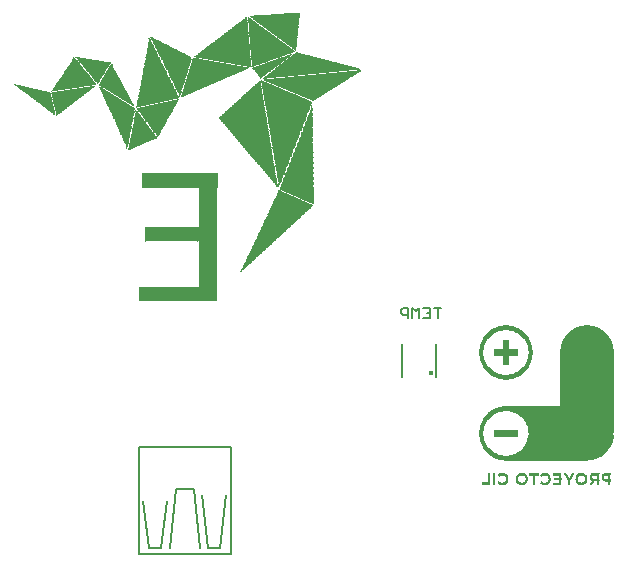
<source format=gbo>
G75*
%MOIN*%
%OFA0B0*%
%FSLAX24Y24*%
%IPPOS*%
%LPD*%
%AMOC8*
5,1,8,0,0,1.08239X$1,22.5*
%
%ADD10C,0.0080*%
%ADD11C,0.0157*%
%ADD12C,0.0070*%
%ADD13R,0.2622X0.0006*%
%ADD14R,0.2622X0.0006*%
%ADD15R,0.2628X0.0006*%
%ADD16R,0.2628X0.0006*%
%ADD17R,0.0612X0.0006*%
%ADD18R,0.0606X0.0006*%
%ADD19R,0.0606X0.0006*%
%ADD20R,0.0006X0.0006*%
%ADD21R,0.0012X0.0006*%
%ADD22R,0.0012X0.0006*%
%ADD23R,0.0018X0.0006*%
%ADD24R,0.0018X0.0006*%
%ADD25R,0.0024X0.0006*%
%ADD26R,0.0030X0.0006*%
%ADD27R,0.0036X0.0006*%
%ADD28R,0.0042X0.0006*%
%ADD29R,0.0042X0.0006*%
%ADD30R,0.0048X0.0006*%
%ADD31R,0.0048X0.0006*%
%ADD32R,0.0054X0.0006*%
%ADD33R,0.0060X0.0006*%
%ADD34R,0.0066X0.0006*%
%ADD35R,0.0066X0.0006*%
%ADD36R,0.0072X0.0006*%
%ADD37R,0.0084X0.0006*%
%ADD38R,0.0084X0.0006*%
%ADD39R,0.0090X0.0006*%
%ADD40R,0.0090X0.0006*%
%ADD41R,0.0096X0.0006*%
%ADD42R,0.0102X0.0006*%
%ADD43R,0.0102X0.0006*%
%ADD44R,0.0108X0.0006*%
%ADD45R,0.0114X0.0006*%
%ADD46R,0.0126X0.0006*%
%ADD47R,0.0126X0.0006*%
%ADD48R,0.0132X0.0006*%
%ADD49R,0.0138X0.0006*%
%ADD50R,0.0138X0.0006*%
%ADD51R,0.0144X0.0006*%
%ADD52R,0.0144X0.0006*%
%ADD53R,0.0150X0.0006*%
%ADD54R,0.0156X0.0006*%
%ADD55R,0.0156X0.0006*%
%ADD56R,0.0168X0.0006*%
%ADD57R,0.0174X0.0006*%
%ADD58R,0.0180X0.0006*%
%ADD59R,0.0186X0.0006*%
%ADD60R,0.0192X0.0006*%
%ADD61R,0.0198X0.0006*%
%ADD62R,0.0198X0.0006*%
%ADD63R,0.0210X0.0006*%
%ADD64R,0.0216X0.0006*%
%ADD65R,0.0216X0.0006*%
%ADD66R,0.0222X0.0006*%
%ADD67R,0.0222X0.0006*%
%ADD68R,0.0228X0.0006*%
%ADD69R,0.0234X0.0006*%
%ADD70R,0.0234X0.0006*%
%ADD71R,0.0240X0.0006*%
%ADD72R,0.0246X0.0006*%
%ADD73R,0.0252X0.0006*%
%ADD74R,0.0258X0.0006*%
%ADD75R,0.0258X0.0006*%
%ADD76R,0.0264X0.0006*%
%ADD77R,0.0270X0.0006*%
%ADD78R,0.0270X0.0006*%
%ADD79R,0.0276X0.0006*%
%ADD80R,0.0276X0.0006*%
%ADD81R,0.0282X0.0006*%
%ADD82R,0.0288X0.0006*%
%ADD83R,0.0294X0.0006*%
%ADD84R,0.0294X0.0006*%
%ADD85R,0.0300X0.0006*%
%ADD86R,0.0306X0.0006*%
%ADD87R,0.0312X0.0006*%
%ADD88R,0.0312X0.0006*%
%ADD89R,0.0318X0.0006*%
%ADD90R,0.0318X0.0006*%
%ADD91R,0.0324X0.0006*%
%ADD92R,0.0324X0.0006*%
%ADD93R,0.0336X0.0006*%
%ADD94R,0.0342X0.0006*%
%ADD95R,0.0342X0.0006*%
%ADD96R,0.0348X0.0006*%
%ADD97R,0.0354X0.0006*%
%ADD98R,0.0360X0.0006*%
%ADD99R,0.0366X0.0006*%
%ADD100R,0.0366X0.0006*%
%ADD101R,0.0372X0.0006*%
%ADD102R,0.0378X0.0006*%
%ADD103R,0.0384X0.0006*%
%ADD104R,0.0384X0.0006*%
%ADD105R,0.0390X0.0006*%
%ADD106R,0.0396X0.0006*%
%ADD107R,0.0396X0.0006*%
%ADD108R,0.0402X0.0006*%
%ADD109R,0.0402X0.0006*%
%ADD110R,0.0408X0.0006*%
%ADD111R,0.0408X0.0006*%
%ADD112R,0.0420X0.0006*%
%ADD113R,0.0426X0.0006*%
%ADD114R,0.0426X0.0006*%
%ADD115R,0.0432X0.0006*%
%ADD116R,0.0438X0.0006*%
%ADD117R,0.0438X0.0006*%
%ADD118R,0.0444X0.0006*%
%ADD119R,0.0444X0.0006*%
%ADD120R,0.0450X0.0006*%
%ADD121R,0.0456X0.0006*%
%ADD122R,0.0462X0.0006*%
%ADD123R,0.0468X0.0006*%
%ADD124R,0.0474X0.0006*%
%ADD125R,0.0474X0.0006*%
%ADD126R,0.0480X0.0006*%
%ADD127R,0.0486X0.0006*%
%ADD128R,0.0492X0.0006*%
%ADD129R,0.0492X0.0006*%
%ADD130R,0.0498X0.0006*%
%ADD131R,0.0504X0.0006*%
%ADD132R,0.0510X0.0006*%
%ADD133R,0.0516X0.0006*%
%ADD134R,0.0516X0.0006*%
%ADD135R,0.0522X0.0006*%
%ADD136R,0.0528X0.0006*%
%ADD137R,0.0528X0.0006*%
%ADD138R,0.0534X0.0006*%
%ADD139R,0.0540X0.0006*%
%ADD140R,0.0552X0.0006*%
%ADD141R,0.0552X0.0006*%
%ADD142R,0.0558X0.0006*%
%ADD143R,0.0558X0.0006*%
%ADD144R,0.0564X0.0006*%
%ADD145R,0.0564X0.0006*%
%ADD146R,0.0570X0.0006*%
%ADD147R,0.0570X0.0006*%
%ADD148R,0.0576X0.0006*%
%ADD149R,0.0582X0.0006*%
%ADD150R,0.0588X0.0006*%
%ADD151R,0.0594X0.0006*%
%ADD152R,0.0594X0.0006*%
%ADD153R,0.0600X0.0006*%
%ADD154R,0.0618X0.0006*%
%ADD155R,0.0624X0.0006*%
%ADD156R,0.0624X0.0006*%
%ADD157R,0.0636X0.0006*%
%ADD158R,0.2412X0.0006*%
%ADD159R,0.0636X0.0006*%
%ADD160R,0.0642X0.0006*%
%ADD161R,0.0642X0.0006*%
%ADD162R,0.2412X0.0006*%
%ADD163R,0.0648X0.0006*%
%ADD164R,0.0648X0.0006*%
%ADD165R,0.0654X0.0006*%
%ADD166R,0.0660X0.0006*%
%ADD167R,0.0666X0.0006*%
%ADD168R,0.0666X0.0006*%
%ADD169R,0.0678X0.0006*%
%ADD170R,0.0678X0.0006*%
%ADD171R,0.0684X0.0006*%
%ADD172R,0.0684X0.0006*%
%ADD173R,0.0690X0.0006*%
%ADD174R,0.0696X0.0006*%
%ADD175R,0.0696X0.0006*%
%ADD176R,0.0702X0.0006*%
%ADD177R,0.0708X0.0006*%
%ADD178R,0.0714X0.0006*%
%ADD179R,0.0720X0.0006*%
%ADD180R,0.0726X0.0006*%
%ADD181R,0.0732X0.0006*%
%ADD182R,0.0738X0.0006*%
%ADD183R,0.0738X0.0006*%
%ADD184R,0.0744X0.0006*%
%ADD185R,0.0750X0.0006*%
%ADD186R,0.0750X0.0006*%
%ADD187R,0.0762X0.0006*%
%ADD188R,0.0768X0.0006*%
%ADD189R,0.0768X0.0006*%
%ADD190R,0.0774X0.0006*%
%ADD191R,0.0774X0.0006*%
%ADD192R,0.0780X0.0006*%
%ADD193R,0.0786X0.0006*%
%ADD194R,0.0792X0.0006*%
%ADD195R,0.0792X0.0006*%
%ADD196R,0.0804X0.0006*%
%ADD197R,0.0804X0.0006*%
%ADD198R,0.0810X0.0006*%
%ADD199R,0.0810X0.0006*%
%ADD200R,0.0816X0.0006*%
%ADD201R,0.0822X0.0006*%
%ADD202R,0.0828X0.0006*%
%ADD203R,0.0828X0.0006*%
%ADD204R,0.0834X0.0006*%
%ADD205R,0.0834X0.0006*%
%ADD206R,0.0846X0.0006*%
%ADD207R,0.0852X0.0006*%
%ADD208R,0.0852X0.0006*%
%ADD209R,0.0858X0.0006*%
%ADD210R,0.0864X0.0006*%
%ADD211R,0.0864X0.0006*%
%ADD212R,0.0870X0.0006*%
%ADD213R,0.0876X0.0006*%
%ADD214R,0.0888X0.0006*%
%ADD215R,0.0888X0.0006*%
%ADD216R,0.0894X0.0006*%
%ADD217R,0.0900X0.0006*%
%ADD218R,0.0906X0.0006*%
%ADD219R,0.0906X0.0006*%
%ADD220R,0.0912X0.0006*%
%ADD221R,0.0912X0.0006*%
%ADD222R,0.0918X0.0006*%
%ADD223R,0.0918X0.0006*%
%ADD224R,0.0924X0.0006*%
%ADD225R,0.0930X0.0006*%
%ADD226R,0.0936X0.0006*%
%ADD227R,0.0942X0.0006*%
%ADD228R,0.0942X0.0006*%
%ADD229R,0.0948X0.0006*%
%ADD230R,0.0948X0.0006*%
%ADD231R,0.0954X0.0006*%
%ADD232R,0.0954X0.0006*%
%ADD233R,0.0960X0.0006*%
%ADD234R,0.0972X0.0006*%
%ADD235R,0.0978X0.0006*%
%ADD236R,0.0978X0.0006*%
%ADD237R,0.0984X0.0006*%
%ADD238R,0.0990X0.0006*%
%ADD239R,0.0996X0.0006*%
%ADD240R,0.0996X0.0006*%
%ADD241R,0.1002X0.0006*%
%ADD242R,0.1008X0.0006*%
%ADD243R,0.1014X0.0006*%
%ADD244R,0.1020X0.0006*%
%ADD245R,0.1026X0.0006*%
%ADD246R,0.1026X0.0006*%
%ADD247R,0.1032X0.0006*%
%ADD248R,0.1038X0.0006*%
%ADD249R,0.1044X0.0006*%
%ADD250R,0.1050X0.0006*%
%ADD251R,0.1056X0.0006*%
%ADD252R,0.1062X0.0006*%
%ADD253R,0.1068X0.0006*%
%ADD254R,0.1068X0.0006*%
%ADD255R,0.1074X0.0006*%
%ADD256R,0.1074X0.0006*%
%ADD257R,0.1080X0.0006*%
%ADD258R,0.1086X0.0006*%
%ADD259R,0.1092X0.0006*%
%ADD260R,0.1098X0.0006*%
%ADD261R,0.1104X0.0006*%
%ADD262R,0.1110X0.0006*%
%ADD263R,0.1110X0.0006*%
%ADD264R,0.1116X0.0006*%
%ADD265R,0.1122X0.0006*%
%ADD266R,0.1122X0.0006*%
%ADD267R,0.1128X0.0006*%
%ADD268R,0.1134X0.0006*%
%ADD269R,0.1140X0.0006*%
%ADD270R,0.1146X0.0006*%
%ADD271R,0.1146X0.0006*%
%ADD272R,0.1152X0.0006*%
%ADD273R,0.1158X0.0006*%
%ADD274R,0.1164X0.0006*%
%ADD275R,0.1164X0.0006*%
%ADD276R,0.1170X0.0006*%
%ADD277R,0.1176X0.0006*%
%ADD278R,0.1182X0.0006*%
%ADD279R,0.1188X0.0006*%
%ADD280R,0.1188X0.0006*%
%ADD281R,0.1194X0.0006*%
%ADD282R,0.1194X0.0006*%
%ADD283R,0.1200X0.0006*%
%ADD284R,0.1200X0.0006*%
%ADD285R,0.1206X0.0006*%
%ADD286R,0.1212X0.0006*%
%ADD287R,0.1212X0.0006*%
%ADD288R,0.1218X0.0006*%
%ADD289R,0.1218X0.0006*%
%ADD290R,0.1230X0.0006*%
%ADD291R,0.1236X0.0006*%
%ADD292R,0.1236X0.0006*%
%ADD293R,0.1242X0.0006*%
%ADD294R,0.1248X0.0006*%
%ADD295R,0.1254X0.0006*%
%ADD296R,0.1254X0.0006*%
%ADD297R,0.1260X0.0006*%
%ADD298R,0.1266X0.0006*%
%ADD299R,0.1272X0.0006*%
%ADD300R,0.1278X0.0006*%
%ADD301R,0.1278X0.0006*%
%ADD302R,0.1284X0.0006*%
%ADD303R,0.1290X0.0006*%
%ADD304R,0.1290X0.0006*%
%ADD305R,0.1296X0.0006*%
%ADD306R,0.1296X0.0006*%
%ADD307R,0.1302X0.0006*%
%ADD308R,0.1302X0.0006*%
%ADD309R,0.1314X0.0006*%
%ADD310R,0.1314X0.0006*%
%ADD311R,0.1320X0.0006*%
%ADD312R,0.1326X0.0006*%
%ADD313R,0.1332X0.0006*%
%ADD314R,0.1332X0.0006*%
%ADD315R,0.1338X0.0006*%
%ADD316R,0.1344X0.0006*%
%ADD317R,0.1344X0.0006*%
%ADD318R,0.1356X0.0006*%
%ADD319R,0.1362X0.0006*%
%ADD320R,0.1350X0.0006*%
%ADD321R,0.1260X0.0006*%
%ADD322R,0.1248X0.0006*%
%ADD323R,0.1218X0.0006*%
%ADD324R,0.0042X0.0006*%
%ADD325R,0.1182X0.0006*%
%ADD326R,0.1152X0.0006*%
%ADD327R,0.1116X0.0006*%
%ADD328R,0.0108X0.0006*%
%ADD329R,0.1104X0.0006*%
%ADD330R,0.0120X0.0006*%
%ADD331R,0.1068X0.0006*%
%ADD332R,0.1050X0.0006*%
%ADD333R,0.0162X0.0006*%
%ADD334R,0.0174X0.0006*%
%ADD335R,0.0192X0.0006*%
%ADD336R,0.0204X0.0006*%
%ADD337R,0.0972X0.0006*%
%ADD338R,0.0954X0.0006*%
%ADD339R,0.0246X0.0006*%
%ADD340R,0.0936X0.0006*%
%ADD341R,0.0906X0.0006*%
%ADD342R,0.0894X0.0006*%
%ADD343R,0.0312X0.0006*%
%ADD344R,0.0858X0.0006*%
%ADD345R,0.0324X0.0006*%
%ADD346R,0.0840X0.0006*%
%ADD347R,0.0822X0.0006*%
%ADD348R,0.0792X0.0006*%
%ADD349R,0.0378X0.0006*%
%ADD350R,0.0762X0.0006*%
%ADD351R,0.0738X0.0006*%
%ADD352R,0.0432X0.0006*%
%ADD353R,0.0708X0.0006*%
%ADD354R,0.0450X0.0006*%
%ADD355R,0.0690X0.0006*%
%ADD356R,0.0462X0.0006*%
%ADD357R,0.0672X0.0006*%
%ADD358R,0.0660X0.0006*%
%ADD359R,0.0516X0.0006*%
%ADD360R,0.0612X0.0006*%
%ADD361R,0.0528X0.0006*%
%ADD362R,0.0552X0.0006*%
%ADD363R,0.0546X0.0006*%
%ADD364R,0.0582X0.0006*%
%ADD365R,0.0528X0.0006*%
%ADD366R,0.0648X0.0006*%
%ADD367R,0.0444X0.0006*%
%ADD368R,0.0426X0.0006*%
%ADD369R,0.0414X0.0006*%
%ADD370R,0.0384X0.0006*%
%ADD371R,0.0714X0.0006*%
%ADD372R,0.0348X0.0006*%
%ADD373R,0.0756X0.0006*%
%ADD374R,0.0786X0.0006*%
%ADD375R,0.0282X0.0006*%
%ADD376R,0.0798X0.0006*%
%ADD377R,0.0252X0.0006*%
%ADD378R,0.0828X0.0006*%
%ADD379R,0.0204X0.0006*%
%ADD380R,0.0180X0.0006*%
%ADD381R,0.0918X0.0006*%
%ADD382R,0.0120X0.0006*%
%ADD383R,0.0102X0.0006*%
%ADD384R,0.0984X0.0006*%
%ADD385R,0.0036X0.0006*%
%ADD386R,0.0024X0.0006*%
%ADD387R,0.1038X0.0006*%
%ADD388R,0.1092X0.0006*%
%ADD389R,0.1116X0.0006*%
%ADD390R,0.0612X0.0006*%
%ADD391R,0.1098X0.0006*%
%ADD392R,0.2520X0.0006*%
%ADD393R,0.2520X0.0006*%
%ADD394R,0.1086X0.0006*%
%ADD395R,0.0006X0.0006*%
%ADD396R,0.0012X0.0006*%
%ADD397R,0.0030X0.0006*%
%ADD398R,0.1074X0.0006*%
%ADD399R,0.0024X0.0006*%
%ADD400R,0.0036X0.0006*%
%ADD401R,0.0048X0.0006*%
%ADD402R,0.1062X0.0006*%
%ADD403R,0.0036X0.0006*%
%ADD404R,0.0054X0.0006*%
%ADD405R,0.0072X0.0006*%
%ADD406R,0.0078X0.0006*%
%ADD407R,0.1038X0.0006*%
%ADD408R,0.0072X0.0006*%
%ADD409R,0.1032X0.0006*%
%ADD410R,0.0108X0.0006*%
%ADD411R,0.1026X0.0006*%
%ADD412R,0.0114X0.0006*%
%ADD413R,0.0126X0.0006*%
%ADD414R,0.0108X0.0006*%
%ADD415R,0.0138X0.0006*%
%ADD416R,0.1014X0.0006*%
%ADD417R,0.0114X0.0006*%
%ADD418R,0.1002X0.0006*%
%ADD419R,0.0126X0.0006*%
%ADD420R,0.1002X0.0006*%
%ADD421R,0.0162X0.0006*%
%ADD422R,0.0168X0.0006*%
%ADD423R,0.0132X0.0006*%
%ADD424R,0.0990X0.0006*%
%ADD425R,0.0132X0.0006*%
%ADD426R,0.0186X0.0006*%
%ADD427R,0.0150X0.0006*%
%ADD428R,0.0192X0.0006*%
%ADD429R,0.0156X0.0006*%
%ADD430R,0.0204X0.0006*%
%ADD431R,0.0966X0.0006*%
%ADD432R,0.0168X0.0006*%
%ADD433R,0.0966X0.0006*%
%ADD434R,0.0228X0.0006*%
%ADD435R,0.0948X0.0006*%
%ADD436R,0.0186X0.0006*%
%ADD437R,0.0240X0.0006*%
%ADD438R,0.0258X0.0006*%
%ADD439R,0.0936X0.0006*%
%ADD440R,0.0930X0.0006*%
%ADD441R,0.0222X0.0006*%
%ADD442R,0.0276X0.0006*%
%ADD443R,0.0282X0.0006*%
%ADD444R,0.0288X0.0006*%
%ADD445R,0.0918X0.0006*%
%ADD446R,0.0300X0.0006*%
%ADD447R,0.2514X0.0006*%
%ADD448R,0.0306X0.0006*%
%ADD449R,0.0312X0.0006*%
%ADD450R,0.0906X0.0006*%
%ADD451R,0.0252X0.0006*%
%ADD452R,0.0318X0.0006*%
%ADD453R,0.0330X0.0006*%
%ADD454R,0.0894X0.0006*%
%ADD455R,0.0336X0.0006*%
%ADD456R,0.0882X0.0006*%
%ADD457R,0.0882X0.0006*%
%ADD458R,0.0288X0.0006*%
%ADD459R,0.0360X0.0006*%
%ADD460R,0.0876X0.0006*%
%ADD461R,0.0870X0.0006*%
%ADD462R,0.0306X0.0006*%
%ADD463R,0.0858X0.0006*%
%ADD464R,0.0402X0.0006*%
%ADD465R,0.0852X0.0006*%
%ADD466R,0.0846X0.0006*%
%ADD467R,0.0336X0.0006*%
%ADD468R,0.0846X0.0006*%
%ADD469R,0.0336X0.0006*%
%ADD470R,0.0420X0.0006*%
%ADD471R,0.0348X0.0006*%
%ADD472R,0.0834X0.0006*%
%ADD473R,0.0354X0.0006*%
%ADD474R,0.0456X0.0006*%
%ADD475R,0.0822X0.0006*%
%ADD476R,0.0372X0.0006*%
%ADD477R,0.0462X0.0006*%
%ADD478R,0.0816X0.0006*%
%ADD479R,0.0468X0.0006*%
%ADD480R,0.0390X0.0006*%
%ADD481R,0.0486X0.0006*%
%ADD482R,0.0798X0.0006*%
%ADD483R,0.0408X0.0006*%
%ADD484R,0.0504X0.0006*%
%ADD485R,0.0414X0.0006*%
%ADD486R,0.0786X0.0006*%
%ADD487R,0.0522X0.0006*%
%ADD488R,0.0774X0.0006*%
%ADD489R,0.0768X0.0006*%
%ADD490R,0.0438X0.0006*%
%ADD491R,0.0546X0.0006*%
%ADD492R,0.0546X0.0006*%
%ADD493R,0.0756X0.0006*%
%ADD494R,0.0564X0.0006*%
%ADD495R,0.0582X0.0006*%
%ADD496R,0.0744X0.0006*%
%ADD497R,0.0474X0.0006*%
%ADD498R,0.0744X0.0006*%
%ADD499R,0.0588X0.0006*%
%ADD500R,0.0732X0.0006*%
%ADD501R,0.0498X0.0006*%
%ADD502R,0.0510X0.0006*%
%ADD503R,0.0630X0.0006*%
%ADD504R,0.0720X0.0006*%
%ADD505R,0.0630X0.0006*%
%ADD506R,0.0642X0.0006*%
%ADD507R,0.0708X0.0006*%
%ADD508R,0.0522X0.0006*%
%ADD509R,0.0702X0.0006*%
%ADD510R,0.0534X0.0006*%
%ADD511R,0.0666X0.0006*%
%ADD512R,0.0672X0.0006*%
%ADD513R,0.0684X0.0006*%
%ADD514R,0.0672X0.0006*%
%ADD515R,0.0714X0.0006*%
%ADD516R,0.0666X0.0006*%
%ADD517R,0.0588X0.0006*%
%ADD518R,0.0654X0.0006*%
%ADD519R,0.0654X0.0006*%
%ADD520R,0.0618X0.0006*%
%ADD521R,0.0618X0.0006*%
%ADD522R,0.0768X0.0006*%
%ADD523R,0.0636X0.0006*%
%ADD524R,0.0624X0.0006*%
%ADD525R,0.0654X0.0006*%
%ADD526R,0.0834X0.0006*%
%ADD527R,0.0594X0.0006*%
%ADD528R,0.0024X0.0006*%
%ADD529R,0.0876X0.0006*%
%ADD530R,0.0084X0.0006*%
%ADD531R,0.0564X0.0006*%
%ADD532R,0.0726X0.0006*%
%ADD533R,0.0732X0.0006*%
%ADD534R,0.0552X0.0006*%
%ADD535R,0.0912X0.0006*%
%ADD536R,0.0924X0.0006*%
%ADD537R,0.0540X0.0006*%
%ADD538R,0.0942X0.0006*%
%ADD539R,0.0948X0.0006*%
%ADD540R,0.0342X0.0006*%
%ADD541R,0.0072X0.0006*%
%ADD542R,0.0534X0.0006*%
%ADD543R,0.0078X0.0006*%
%ADD544R,0.0792X0.0006*%
%ADD545R,0.0978X0.0006*%
%ADD546R,0.0096X0.0006*%
%ADD547R,0.0798X0.0006*%
%ADD548R,0.0438X0.0006*%
%ADD549R,0.0522X0.0006*%
%ADD550R,0.0822X0.0006*%
%ADD551R,0.0132X0.0006*%
%ADD552R,0.0480X0.0006*%
%ADD553R,0.0840X0.0006*%
%ADD554R,0.1032X0.0006*%
%ADD555R,0.0600X0.0006*%
%ADD556R,0.1056X0.0006*%
%ADD557R,0.0468X0.0006*%
%ADD558R,0.1056X0.0006*%
%ADD559R,0.1062X0.0006*%
%ADD560R,0.1080X0.0006*%
%ADD561R,0.0198X0.0006*%
%ADD562R,0.0882X0.0006*%
%ADD563R,0.0888X0.0006*%
%ADD564R,0.0786X0.0006*%
%ADD565R,0.1098X0.0006*%
%ADD566R,0.0798X0.0006*%
%ADD567R,0.0210X0.0006*%
%ADD568R,0.0432X0.0006*%
%ADD569R,0.0912X0.0006*%
%ADD570R,0.0228X0.0006*%
%ADD571R,0.0234X0.0006*%
%ADD572R,0.1140X0.0006*%
%ADD573R,0.1158X0.0006*%
%ADD574R,0.0804X0.0006*%
%ADD575R,0.1176X0.0006*%
%ADD576R,0.0396X0.0006*%
%ADD577R,0.1176X0.0006*%
%ADD578R,0.0774X0.0006*%
%ADD579R,0.1182X0.0006*%
%ADD580R,0.0972X0.0006*%
%ADD581R,0.0378X0.0006*%
%ADD582R,0.0378X0.0006*%
%ADD583R,0.1224X0.0006*%
%ADD584R,0.1224X0.0006*%
%ADD585R,0.0174X0.0006*%
%ADD586R,0.1002X0.0006*%
%ADD587R,0.1242X0.0006*%
%ADD588R,0.0186X0.0006*%
%ADD589R,0.1014X0.0006*%
%ADD590R,0.1020X0.0006*%
%ADD591R,0.0366X0.0006*%
%ADD592R,0.1272X0.0006*%
%ADD593R,0.0372X0.0006*%
%ADD594R,0.1278X0.0006*%
%ADD595R,0.1278X0.0006*%
%ADD596R,0.0264X0.0006*%
%ADD597R,0.0636X0.0006*%
%ADD598R,0.0330X0.0006*%
%ADD599R,0.1302X0.0006*%
%ADD600R,0.1308X0.0006*%
%ADD601R,0.1314X0.0006*%
%ADD602R,0.1326X0.0006*%
%ADD603R,0.0342X0.0006*%
%ADD604R,0.1332X0.0006*%
%ADD605R,0.1338X0.0006*%
%ADD606R,0.1092X0.0006*%
%ADD607R,0.1344X0.0006*%
%ADD608R,0.1350X0.0006*%
%ADD609R,0.1098X0.0006*%
%ADD610R,0.0456X0.0006*%
%ADD611R,0.0288X0.0006*%
%ADD612R,0.1362X0.0006*%
%ADD613R,0.0462X0.0006*%
%ADD614R,0.1368X0.0006*%
%ADD615R,0.0516X0.0006*%
%ADD616R,0.1374X0.0006*%
%ADD617R,0.1380X0.0006*%
%ADD618R,0.1386X0.0006*%
%ADD619R,0.0498X0.0006*%
%ADD620R,0.1392X0.0006*%
%ADD621R,0.1398X0.0006*%
%ADD622R,0.1404X0.0006*%
%ADD623R,0.0498X0.0006*%
%ADD624R,0.1410X0.0006*%
%ADD625R,0.1146X0.0006*%
%ADD626R,0.1416X0.0006*%
%ADD627R,0.1422X0.0006*%
%ADD628R,0.0252X0.0006*%
%ADD629R,0.1422X0.0006*%
%ADD630R,0.1158X0.0006*%
%ADD631R,0.1428X0.0006*%
%ADD632R,0.1434X0.0006*%
%ADD633R,0.1440X0.0006*%
%ADD634R,0.1446X0.0006*%
%ADD635R,0.1446X0.0006*%
%ADD636R,0.0576X0.0006*%
%ADD637R,0.0414X0.0006*%
%ADD638R,0.1452X0.0006*%
%ADD639R,0.0402X0.0006*%
%ADD640R,0.1458X0.0006*%
%ADD641R,0.1464X0.0006*%
%ADD642R,0.0606X0.0006*%
%ADD643R,0.0228X0.0006*%
%ADD644R,0.1194X0.0006*%
%ADD645R,0.1470X0.0006*%
%ADD646R,0.0618X0.0006*%
%ADD647R,0.0558X0.0006*%
%ADD648R,0.1476X0.0006*%
%ADD649R,0.1482X0.0006*%
%ADD650R,0.1206X0.0006*%
%ADD651R,0.1488X0.0006*%
%ADD652R,0.1494X0.0006*%
%ADD653R,0.1500X0.0006*%
%ADD654R,0.0588X0.0006*%
%ADD655R,0.0204X0.0006*%
%ADD656R,0.1224X0.0006*%
%ADD657R,0.1506X0.0006*%
%ADD658R,0.1224X0.0006*%
%ADD659R,0.1512X0.0006*%
%ADD660R,0.1518X0.0006*%
%ADD661R,0.1236X0.0006*%
%ADD662R,0.1524X0.0006*%
%ADD663R,0.1242X0.0006*%
%ADD664R,0.1524X0.0006*%
%ADD665R,0.1242X0.0006*%
%ADD666R,0.1530X0.0006*%
%ADD667R,0.1536X0.0006*%
%ADD668R,0.1542X0.0006*%
%ADD669R,0.1548X0.0006*%
%ADD670R,0.1554X0.0006*%
%ADD671R,0.1554X0.0006*%
%ADD672R,0.1560X0.0006*%
%ADD673R,0.1566X0.0006*%
%ADD674R,0.1572X0.0006*%
%ADD675R,0.0648X0.0006*%
%ADD676R,0.1572X0.0006*%
%ADD677R,0.1554X0.0006*%
%ADD678R,0.1542X0.0006*%
%ADD679R,0.1296X0.0006*%
%ADD680R,0.1536X0.0006*%
%ADD681R,0.0216X0.0006*%
%ADD682R,0.0864X0.0006*%
%ADD683R,0.1512X0.0006*%
%ADD684R,0.1506X0.0006*%
%ADD685R,0.1500X0.0006*%
%ADD686R,0.1488X0.0006*%
%ADD687R,0.1470X0.0006*%
%ADD688R,0.1320X0.0006*%
%ADD689R,0.1458X0.0006*%
%ADD690R,0.0924X0.0006*%
%ADD691R,0.0162X0.0006*%
%ADD692R,0.0708X0.0006*%
%ADD693R,0.1452X0.0006*%
%ADD694R,0.1434X0.0006*%
%ADD695R,0.0006X0.0006*%
%ADD696R,0.1338X0.0006*%
%ADD697R,0.1422X0.0006*%
%ADD698R,0.0726X0.0006*%
%ADD699R,0.0018X0.0006*%
%ADD700R,0.1356X0.0006*%
%ADD701R,0.1386X0.0006*%
%ADD702R,0.1008X0.0006*%
%ADD703R,0.1362X0.0006*%
%ADD704R,0.1374X0.0006*%
%ADD705R,0.1008X0.0006*%
%ADD706R,0.1368X0.0006*%
%ADD707R,0.1374X0.0006*%
%ADD708R,0.0078X0.0006*%
%ADD709R,0.1344X0.0006*%
%ADD710R,0.0066X0.0006*%
%ADD711R,0.1386X0.0006*%
%ADD712R,0.1308X0.0006*%
%ADD713R,0.0054X0.0006*%
%ADD714R,0.1398X0.0006*%
%ADD715R,0.1404X0.0006*%
%ADD716R,0.1272X0.0006*%
%ADD717R,0.1128X0.0006*%
%ADD718R,0.0246X0.0006*%
%ADD719R,0.1416X0.0006*%
%ADD720R,0.1422X0.0006*%
%ADD721R,0.0060X0.0006*%
%ADD722R,0.1230X0.0006*%
%ADD723R,0.0828X0.0006*%
%ADD724R,0.0048X0.0006*%
%ADD725R,0.1440X0.0006*%
%ADD726R,0.1188X0.0006*%
%ADD727R,0.0846X0.0006*%
%ADD728R,0.1182X0.0006*%
%ADD729R,0.1446X0.0006*%
%ADD730R,0.1458X0.0006*%
%ADD731R,0.1152X0.0006*%
%ADD732R,0.1134X0.0006*%
%ADD733R,0.1476X0.0006*%
%ADD734R,0.0984X0.0006*%
%ADD735R,0.0966X0.0006*%
%ADD736R,0.0012X0.0006*%
%ADD737R,0.0114X0.0006*%
%ADD738R,0.0762X0.0006*%
%ADD739R,0.0144X0.0006*%
%ADD740R,0.0492X0.0006*%
%ADD741R,0.0732X0.0006*%
%ADD742R,0.0348X0.0006*%
%ADD743R,0.1032X0.0006*%
%ADD744R,0.1518X0.0006*%
%ADD745R,0.1524X0.0006*%
%ADD746R,0.1524X0.0006*%
%ADD747R,0.0678X0.0006*%
%ADD748R,0.0558X0.0006*%
%ADD749R,0.1542X0.0006*%
%ADD750R,0.0960X0.0006*%
%ADD751R,0.0408X0.0006*%
%ADD752R,0.0612X0.0006*%
%ADD753R,0.1560X0.0006*%
%ADD754R,0.0642X0.0006*%
%ADD755R,0.0696X0.0006*%
%ADD756R,0.1536X0.0006*%
%ADD757R,0.0576X0.0006*%
%ADD758R,0.0858X0.0006*%
%ADD759R,0.0198X0.0006*%
%ADD760R,0.0900X0.0006*%
%ADD761R,0.0096X0.0006*%
%ADD762R,0.0216X0.0006*%
%ADD763R,0.0546X0.0006*%
%ADD764R,0.1404X0.0006*%
%ADD765R,0.0504X0.0006*%
%ADD766R,0.0582X0.0006*%
%ADD767R,0.1308X0.0006*%
%ADD768R,0.1296X0.0006*%
%ADD769R,0.1266X0.0006*%
%ADD770R,0.0696X0.0006*%
%ADD771R,0.1338X0.0006*%
%ADD772R,0.0042X0.0006*%
%ADD773R,0.1314X0.0006*%
%ADD774R,0.0978X0.0006*%
%ADD775R,0.0102X0.0006*%
%ADD776R,0.1014X0.0006*%
%ADD777R,0.0756X0.0006*%
%ADD778R,0.0744X0.0006*%
%ADD779R,0.1044X0.0006*%
%ADD780R,0.1158X0.0006*%
%ADD781R,0.0294X0.0006*%
%ADD782R,0.0468X0.0006*%
%ADD783R,0.1218X0.0006*%
%ADD784R,0.0738X0.0006*%
%ADD785R,0.1284X0.0006*%
%ADD786R,0.0144X0.0006*%
%ADD787R,0.0162X0.0006*%
%ADD788R,0.1356X0.0006*%
%ADD789R,0.1398X0.0006*%
%ADD790R,0.0702X0.0006*%
%ADD791R,0.1428X0.0006*%
%ADD792R,0.1518X0.0006*%
%ADD793R,0.1572X0.0006*%
%ADD794R,0.1590X0.0006*%
%ADD795R,0.1620X0.0006*%
%ADD796R,0.1638X0.0006*%
%ADD797R,0.1134X0.0006*%
%ADD798R,0.1662X0.0006*%
%ADD799R,0.1692X0.0006*%
%ADD800R,0.1710X0.0006*%
%ADD801R,0.1740X0.0006*%
%ADD802R,0.1122X0.0006*%
%ADD803R,0.1758X0.0006*%
%ADD804R,0.0276X0.0006*%
%ADD805R,0.1782X0.0006*%
%ADD806R,0.0486X0.0006*%
%ADD807R,0.1812X0.0006*%
%ADD808R,0.1830X0.0006*%
%ADD809R,0.1104X0.0006*%
%ADD810R,0.1854X0.0006*%
%ADD811R,0.1884X0.0006*%
%ADD812R,0.0432X0.0006*%
%ADD813R,0.1902X0.0006*%
%ADD814R,0.1926X0.0006*%
%ADD815R,0.1950X0.0006*%
%ADD816R,0.1974X0.0006*%
%ADD817R,0.1998X0.0006*%
%ADD818R,0.1074X0.0006*%
%ADD819R,0.2022X0.0006*%
%ADD820R,0.2046X0.0006*%
%ADD821R,0.2070X0.0006*%
%ADD822R,0.2094X0.0006*%
%ADD823R,0.2118X0.0006*%
%ADD824R,0.1248X0.0006*%
%ADD825R,0.2142X0.0006*%
%ADD826R,0.2166X0.0006*%
%ADD827R,0.2190X0.0006*%
%ADD828R,0.0258X0.0006*%
%ADD829R,0.2214X0.0006*%
%ADD830R,0.2232X0.0006*%
%ADD831R,0.2262X0.0006*%
%ADD832R,0.2286X0.0006*%
%ADD833R,0.2310X0.0006*%
%ADD834R,0.2334X0.0006*%
%ADD835R,0.2352X0.0006*%
%ADD836R,0.0168X0.0006*%
%ADD837R,0.2382X0.0006*%
%ADD838R,0.2400X0.0006*%
%ADD839R,0.2424X0.0006*%
%ADD840R,0.2454X0.0006*%
%ADD841R,0.2472X0.0006*%
%ADD842R,0.1008X0.0006*%
%ADD843R,0.0078X0.0006*%
%ADD844R,0.2502X0.0006*%
%ADD845R,0.2544X0.0006*%
%ADD846R,0.2574X0.0006*%
%ADD847R,0.2592X0.0006*%
%ADD848R,0.2616X0.0006*%
%ADD849R,0.2640X0.0006*%
%ADD850R,0.2664X0.0006*%
%ADD851R,0.2694X0.0006*%
%ADD852R,0.2712X0.0006*%
%ADD853R,0.1122X0.0006*%
%ADD854R,0.2736X0.0006*%
%ADD855R,0.2748X0.0006*%
%ADD856R,0.2646X0.0006*%
%ADD857R,0.2586X0.0006*%
%ADD858R,0.0936X0.0006*%
%ADD859R,0.2538X0.0006*%
%ADD860R,0.2478X0.0006*%
%ADD861R,0.2430X0.0006*%
%ADD862R,0.2382X0.0006*%
%ADD863R,0.1044X0.0006*%
%ADD864R,0.2322X0.0006*%
%ADD865R,0.0246X0.0006*%
%ADD866R,0.2274X0.0006*%
%ADD867R,0.2220X0.0006*%
%ADD868R,0.2166X0.0006*%
%ADD869R,0.2118X0.0006*%
%ADD870R,0.2064X0.0006*%
%ADD871R,0.0894X0.0006*%
%ADD872R,0.2010X0.0006*%
%ADD873R,0.1956X0.0006*%
%ADD874R,0.1902X0.0006*%
%ADD875R,0.1854X0.0006*%
%ADD876R,0.1794X0.0006*%
%ADD877R,0.1746X0.0006*%
%ADD878R,0.1392X0.0006*%
%ADD879R,0.1692X0.0006*%
%ADD880R,0.1638X0.0006*%
%ADD881R,0.0816X0.0006*%
%ADD882R,0.1434X0.0006*%
%ADD883R,0.1476X0.0006*%
%ADD884R,0.1548X0.0006*%
%ADD885R,0.1362X0.0006*%
%ADD886R,0.0384X0.0006*%
%ADD887R,0.1584X0.0006*%
%ADD888R,0.1578X0.0006*%
%ADD889R,0.1602X0.0006*%
%ADD890R,0.1632X0.0006*%
%ADD891R,0.1620X0.0006*%
%ADD892R,0.1686X0.0006*%
%ADD893R,0.1632X0.0006*%
%ADD894R,0.1644X0.0006*%
%ADD895R,0.1800X0.0006*%
%ADD896R,0.1656X0.0006*%
%ADD897R,0.1848X0.0006*%
%ADD898R,0.1668X0.0006*%
%ADD899R,0.1908X0.0006*%
%ADD900R,0.1680X0.0006*%
%ADD901R,0.1962X0.0006*%
%ADD902R,0.2016X0.0006*%
%ADD903R,0.1704X0.0006*%
%ADD904R,0.1716X0.0006*%
%ADD905R,0.2124X0.0006*%
%ADD906R,0.1728X0.0006*%
%ADD907R,0.2178X0.0006*%
%ADD908R,0.0492X0.0006*%
%ADD909R,0.1740X0.0006*%
%ADD910R,0.0594X0.0006*%
%ADD911R,0.2232X0.0006*%
%ADD912R,0.1752X0.0006*%
%ADD913R,0.1764X0.0006*%
%ADD914R,0.2346X0.0006*%
%ADD915R,0.1776X0.0006*%
%ADD916R,0.2394X0.0006*%
%ADD917R,0.1788X0.0006*%
%ADD918R,0.2454X0.0006*%
%ADD919R,0.1800X0.0006*%
%ADD920R,0.2508X0.0006*%
%ADD921R,0.2556X0.0006*%
%ADD922R,0.1836X0.0006*%
%ADD923R,0.2670X0.0006*%
%ADD924R,0.1848X0.0006*%
%ADD925R,0.2724X0.0006*%
%ADD926R,0.1860X0.0006*%
%ADD927R,0.2778X0.0006*%
%ADD928R,0.1872X0.0006*%
%ADD929R,0.2826X0.0006*%
%ADD930R,0.1884X0.0006*%
%ADD931R,0.2802X0.0006*%
%ADD932R,0.1896X0.0006*%
%ADD933R,0.2766X0.0006*%
%ADD934R,0.1908X0.0006*%
%ADD935R,0.2736X0.0006*%
%ADD936R,0.1920X0.0006*%
%ADD937R,0.2706X0.0006*%
%ADD938R,0.1938X0.0006*%
%ADD939R,0.2676X0.0006*%
%ADD940R,0.2616X0.0006*%
%ADD941R,0.2586X0.0006*%
%ADD942R,0.1890X0.0006*%
%ADD943R,0.0504X0.0006*%
%ADD944R,0.2550X0.0006*%
%ADD945R,0.1818X0.0006*%
%ADD946R,0.2490X0.0006*%
%ADD947R,0.1782X0.0006*%
%ADD948R,0.2460X0.0006*%
%ADD949R,0.2430X0.0006*%
%ADD950R,0.1710X0.0006*%
%ADD951R,0.0456X0.0006*%
%ADD952R,0.1674X0.0006*%
%ADD953R,0.2364X0.0006*%
%ADD954R,0.2334X0.0006*%
%ADD955R,0.1602X0.0006*%
%ADD956R,0.2304X0.0006*%
%ADD957R,0.2274X0.0006*%
%ADD958R,0.1530X0.0006*%
%ADD959R,0.2238X0.0006*%
%ADD960R,0.2208X0.0006*%
%ADD961R,0.2184X0.0006*%
%ADD962R,0.0054X0.0006*%
%ADD963R,0.2148X0.0006*%
%ADD964R,0.2088X0.0006*%
%ADD965R,0.2052X0.0006*%
%ADD966R,0.1998X0.0006*%
%ADD967R,0.1968X0.0006*%
%ADD968R,0.1170X0.0006*%
%ADD969R,0.0006X0.0006*%
%ADD970R,0.1932X0.0006*%
%ADD971R,0.1872X0.0006*%
%ADD972R,0.1836X0.0006*%
%ADD973R,0.1806X0.0006*%
%ADD974R,0.0354X0.0006*%
%ADD975R,0.1746X0.0006*%
%ADD976R,0.1656X0.0006*%
%ADD977R,0.0234X0.0006*%
%ADD978R,0.0474X0.0006*%
%ADD979R,0.0192X0.0006*%
%ADD980R,0.0318X0.0006*%
%ADD981R,0.1206X0.0006*%
%ADD982R,0.0684X0.0006*%
%ADD983R,0.0282X0.0006*%
%ADD984R,0.1506X0.0006*%
%ADD985R,0.1608X0.0006*%
%ADD986R,0.1644X0.0006*%
%ADD987R,0.1674X0.0006*%
%ADD988R,0.1026X0.0006*%
%ADD989R,0.0444X0.0006*%
%ADD990R,0.0018X0.0006*%
%ADD991R,0.1812X0.0006*%
%ADD992R,0.1842X0.0006*%
%ADD993R,0.1842X0.0006*%
%ADD994R,0.1824X0.0006*%
%ADD995R,0.1818X0.0006*%
%ADD996R,0.1794X0.0006*%
%ADD997R,0.1788X0.0006*%
%ADD998R,0.0414X0.0006*%
%ADD999R,0.1764X0.0006*%
%ADD1000R,0.1758X0.0006*%
%ADD1001R,0.1734X0.0006*%
%ADD1002R,0.1728X0.0006*%
%ADD1003R,0.0852X0.0006*%
%ADD1004R,0.1698X0.0006*%
%ADD1005R,0.1662X0.0006*%
%ADD1006R,0.1656X0.0006*%
%ADD1007R,0.1650X0.0006*%
%ADD1008R,0.1380X0.0006*%
%ADD1009R,0.1638X0.0006*%
%ADD1010R,0.0762X0.0006*%
%ADD1011R,0.1632X0.0006*%
%ADD1012R,0.1626X0.0006*%
%ADD1013R,0.1614X0.0006*%
%ADD1014R,0.1608X0.0006*%
%ADD1015R,0.1452X0.0006*%
%ADD1016R,0.1596X0.0006*%
%ADD1017R,0.1410X0.0006*%
%ADD1018R,0.0672X0.0006*%
%ADD1019R,0.1386X0.0006*%
%ADD1020R,0.1332X0.0006*%
%ADD1021R,0.1326X0.0006*%
%ADD1022R,0.1302X0.0006*%
%ADD1023R,0.0222X0.0006*%
%ADD1024R,0.1146X0.0006*%
%ADD1025R,0.0954X0.0006*%
%ADD1026R,0.0606X0.0006*%
%ADD1027R,0.0876X0.0006*%
%ADD1028R,0.0966X0.0006*%
%ADD1029R,0.0888X0.0006*%
%ADD1030R,0.0780X0.0006*%
%ADD1031R,0.0804X0.0006*%
%ADD1032R,0.0678X0.0006*%
%ADD1033R,0.0996X0.0006*%
%ADD1034R,0.0534X0.0006*%
%ADD1035R,0.1128X0.0006*%
%ADD1036R,0.0426X0.0006*%
%ADD1037R,0.1212X0.0006*%
%ADD1038R,0.1392X0.0006*%
%ADD1039R,0.1482X0.0006*%
%ADD1040R,0.1566X0.0006*%
%ADD1041R,0.1596X0.0006*%
%ADD1042R,0.1608X0.0006*%
%ADD1043R,0.0033X0.0003*%
%ADD1044R,0.0036X0.0003*%
%ADD1045R,0.0033X0.0003*%
%ADD1046R,0.0081X0.0003*%
%ADD1047R,0.0105X0.0003*%
%ADD1048R,0.0111X0.0003*%
%ADD1049R,0.0108X0.0003*%
%ADD1050R,0.0069X0.0003*%
%ADD1051R,0.0078X0.0003*%
%ADD1052R,0.0129X0.0003*%
%ADD1053R,0.0069X0.0003*%
%ADD1054R,0.0282X0.0003*%
%ADD1055R,0.0132X0.0003*%
%ADD1056R,0.0264X0.0003*%
%ADD1057R,0.0069X0.0003*%
%ADD1058R,0.0078X0.0003*%
%ADD1059R,0.0147X0.0003*%
%ADD1060R,0.0069X0.0003*%
%ADD1061R,0.0282X0.0003*%
%ADD1062R,0.0147X0.0003*%
%ADD1063R,0.0150X0.0003*%
%ADD1064R,0.0264X0.0003*%
%ADD1065R,0.0078X0.0003*%
%ADD1066R,0.0162X0.0003*%
%ADD1067R,0.0165X0.0003*%
%ADD1068R,0.0162X0.0003*%
%ADD1069R,0.0177X0.0003*%
%ADD1070R,0.0177X0.0003*%
%ADD1071R,0.0189X0.0003*%
%ADD1072R,0.0201X0.0003*%
%ADD1073R,0.0198X0.0003*%
%ADD1074R,0.0210X0.0003*%
%ADD1075R,0.0207X0.0003*%
%ADD1076R,0.0219X0.0003*%
%ADD1077R,0.0231X0.0003*%
%ADD1078R,0.0225X0.0003*%
%ADD1079R,0.0228X0.0003*%
%ADD1080R,0.0237X0.0003*%
%ADD1081R,0.0240X0.0003*%
%ADD1082R,0.0249X0.0003*%
%ADD1083R,0.0243X0.0003*%
%ADD1084R,0.0246X0.0003*%
%ADD1085R,0.0078X0.0003*%
%ADD1086R,0.0255X0.0003*%
%ADD1087R,0.0249X0.0003*%
%ADD1088R,0.0252X0.0003*%
%ADD1089R,0.0261X0.0003*%
%ADD1090R,0.0258X0.0003*%
%ADD1091R,0.0270X0.0003*%
%ADD1092R,0.0267X0.0003*%
%ADD1093R,0.0264X0.0003*%
%ADD1094R,0.0276X0.0003*%
%ADD1095R,0.0273X0.0003*%
%ADD1096R,0.0285X0.0003*%
%ADD1097R,0.0279X0.0003*%
%ADD1098R,0.0282X0.0003*%
%ADD1099R,0.0291X0.0003*%
%ADD1100R,0.0285X0.0003*%
%ADD1101R,0.0288X0.0003*%
%ADD1102R,0.0075X0.0003*%
%ADD1103R,0.0294X0.0003*%
%ADD1104R,0.0291X0.0003*%
%ADD1105R,0.0126X0.0003*%
%ADD1106R,0.0126X0.0003*%
%ADD1107R,0.0117X0.0003*%
%ADD1108R,0.0123X0.0003*%
%ADD1109R,0.0123X0.0003*%
%ADD1110R,0.0114X0.0003*%
%ADD1111R,0.0117X0.0003*%
%ADD1112R,0.0117X0.0003*%
%ADD1113R,0.0099X0.0003*%
%ADD1114R,0.0114X0.0003*%
%ADD1115R,0.0111X0.0003*%
%ADD1116R,0.0108X0.0003*%
%ADD1117R,0.0108X0.0003*%
%ADD1118R,0.0087X0.0003*%
%ADD1119R,0.0090X0.0003*%
%ADD1120R,0.0102X0.0003*%
%ADD1121R,0.0102X0.0003*%
%ADD1122R,0.0099X0.0003*%
%ADD1123R,0.0099X0.0003*%
%ADD1124R,0.0102X0.0003*%
%ADD1125R,0.0096X0.0003*%
%ADD1126R,0.0063X0.0003*%
%ADD1127R,0.0096X0.0003*%
%ADD1128R,0.0060X0.0003*%
%ADD1129R,0.0096X0.0003*%
%ADD1130R,0.0093X0.0003*%
%ADD1131R,0.0051X0.0003*%
%ADD1132R,0.0096X0.0003*%
%ADD1133R,0.0093X0.0003*%
%ADD1134R,0.0054X0.0003*%
%ADD1135R,0.0093X0.0003*%
%ADD1136R,0.0093X0.0003*%
%ADD1137R,0.0042X0.0003*%
%ADD1138R,0.0045X0.0003*%
%ADD1139R,0.0075X0.0003*%
%ADD1140R,0.0090X0.0003*%
%ADD1141R,0.0036X0.0003*%
%ADD1142R,0.0039X0.0003*%
%ADD1143R,0.0087X0.0003*%
%ADD1144R,0.0027X0.0003*%
%ADD1145R,0.0030X0.0003*%
%ADD1146R,0.0021X0.0003*%
%ADD1147R,0.0024X0.0003*%
%ADD1148R,0.0084X0.0003*%
%ADD1149R,0.0087X0.0003*%
%ADD1150R,0.0015X0.0003*%
%ADD1151R,0.0087X0.0003*%
%ADD1152R,0.0018X0.0003*%
%ADD1153R,0.0084X0.0003*%
%ADD1154R,0.0084X0.0003*%
%ADD1155R,0.0009X0.0003*%
%ADD1156R,0.0009X0.0003*%
%ADD1157R,0.0081X0.0003*%
%ADD1158R,0.0084X0.0003*%
%ADD1159R,0.0003X0.0003*%
%ADD1160R,0.0081X0.0003*%
%ADD1161R,0.0081X0.0003*%
%ADD1162R,0.0168X0.0003*%
%ADD1163R,0.0186X0.0003*%
%ADD1164R,0.0198X0.0003*%
%ADD1165R,0.0210X0.0003*%
%ADD1166R,0.0216X0.0003*%
%ADD1167R,0.0222X0.0003*%
%ADD1168R,0.0072X0.0003*%
%ADD1169R,0.0228X0.0003*%
%ADD1170R,0.0072X0.0003*%
%ADD1171R,0.0072X0.0003*%
%ADD1172R,0.0234X0.0003*%
%ADD1173R,0.0240X0.0003*%
%ADD1174R,0.0243X0.0003*%
%ADD1175R,0.0252X0.0003*%
%ADD1176R,0.0072X0.0003*%
%ADD1177R,0.0252X0.0003*%
%ADD1178R,0.0258X0.0003*%
%ADD1179R,0.0264X0.0003*%
%ADD1180R,0.0267X0.0003*%
%ADD1181R,0.0255X0.0003*%
%ADD1182R,0.0273X0.0003*%
%ADD1183R,0.0276X0.0003*%
%ADD1184R,0.0270X0.0003*%
%ADD1185R,0.0288X0.0003*%
%ADD1186R,0.0111X0.0003*%
%ADD1187R,0.0108X0.0003*%
%ADD1188R,0.0117X0.0003*%
%ADD1189R,0.0126X0.0003*%
%ADD1190R,0.0129X0.0003*%
%ADD1191R,0.0132X0.0003*%
%ADD1192R,0.0138X0.0003*%
%ADD1193R,0.0141X0.0003*%
%ADD1194R,0.0144X0.0003*%
%ADD1195R,0.0003X0.0003*%
%ADD1196R,0.0009X0.0003*%
%ADD1197R,0.0015X0.0003*%
%ADD1198R,0.0021X0.0003*%
%ADD1199R,0.0042X0.0003*%
%ADD1200R,0.0045X0.0003*%
%ADD1201R,0.0051X0.0003*%
%ADD1202R,0.0048X0.0003*%
%ADD1203R,0.0102X0.0003*%
%ADD1204R,0.0099X0.0003*%
%ADD1205R,0.0057X0.0003*%
%ADD1206R,0.0105X0.0003*%
%ADD1207R,0.0066X0.0003*%
%ADD1208R,0.0309X0.0003*%
%ADD1209R,0.0111X0.0003*%
%ADD1210R,0.0273X0.0003*%
%ADD1211R,0.0120X0.0003*%
%ADD1212R,0.0309X0.0003*%
%ADD1213R,0.0294X0.0003*%
%ADD1214R,0.0141X0.0003*%
%ADD1215R,0.0279X0.0003*%
%ADD1216R,0.0144X0.0003*%
%ADD1217R,0.0288X0.0003*%
%ADD1218R,0.0279X0.0003*%
%ADD1219R,0.0267X0.0003*%
%ADD1220R,0.0261X0.0003*%
%ADD1221R,0.0243X0.0003*%
%ADD1222R,0.0246X0.0003*%
%ADD1223R,0.0234X0.0003*%
%ADD1224R,0.0234X0.0003*%
%ADD1225R,0.0228X0.0003*%
%ADD1226R,0.0225X0.0003*%
%ADD1227R,0.0237X0.0003*%
%ADD1228R,0.0216X0.0003*%
%ADD1229R,0.0213X0.0003*%
%ADD1230R,0.0204X0.0003*%
%ADD1231R,0.0207X0.0003*%
%ADD1232R,0.0204X0.0003*%
%ADD1233R,0.0192X0.0003*%
%ADD1234R,0.0180X0.0003*%
%ADD1235R,0.0186X0.0003*%
%ADD1236R,0.0213X0.0003*%
%ADD1237R,0.0171X0.0003*%
%ADD1238R,0.0174X0.0003*%
%ADD1239R,0.0153X0.0003*%
%ADD1240R,0.0156X0.0003*%
%ADD1241R,0.0153X0.0003*%
%ADD1242R,0.0192X0.0003*%
%ADD1243R,0.0141X0.0003*%
%ADD1244R,0.0135X0.0003*%
%ADD1245R,0.0144X0.0003*%
%ADD1246R,0.0120X0.0003*%
%ADD1247R,0.0114X0.0003*%
%ADD1248R,0.0054X0.0003*%
%ADD1249R,0.2817X0.0003*%
%ADD1250R,0.2886X0.0003*%
%ADD1251R,0.2937X0.0003*%
%ADD1252R,0.2979X0.0003*%
%ADD1253R,0.3012X0.0003*%
%ADD1254R,0.3045X0.0003*%
%ADD1255R,0.3072X0.0003*%
%ADD1256R,0.3102X0.0003*%
%ADD1257R,0.3126X0.0003*%
%ADD1258R,0.3150X0.0003*%
%ADD1259R,0.3174X0.0003*%
%ADD1260R,0.3192X0.0003*%
%ADD1261R,0.3213X0.0003*%
%ADD1262R,0.3234X0.0003*%
%ADD1263R,0.3252X0.0003*%
%ADD1264R,0.3270X0.0003*%
%ADD1265R,0.3288X0.0003*%
%ADD1266R,0.3306X0.0003*%
%ADD1267R,0.3318X0.0003*%
%ADD1268R,0.3336X0.0003*%
%ADD1269R,0.3351X0.0003*%
%ADD1270R,0.3366X0.0003*%
%ADD1271R,0.3381X0.0003*%
%ADD1272R,0.3396X0.0003*%
%ADD1273R,0.3408X0.0003*%
%ADD1274R,0.3423X0.0003*%
%ADD1275R,0.3438X0.0003*%
%ADD1276R,0.3450X0.0003*%
%ADD1277R,0.3462X0.0003*%
%ADD1278R,0.3474X0.0003*%
%ADD1279R,0.3486X0.0003*%
%ADD1280R,0.3498X0.0003*%
%ADD1281R,0.3510X0.0003*%
%ADD1282R,0.3522X0.0003*%
%ADD1283R,0.3534X0.0003*%
%ADD1284R,0.3543X0.0003*%
%ADD1285R,0.3555X0.0003*%
%ADD1286R,0.3564X0.0003*%
%ADD1287R,0.3576X0.0003*%
%ADD1288R,0.3588X0.0003*%
%ADD1289R,0.3597X0.0003*%
%ADD1290R,0.3609X0.0003*%
%ADD1291R,0.3618X0.0003*%
%ADD1292R,0.3627X0.0003*%
%ADD1293R,0.3147X0.0003*%
%ADD1294R,0.0453X0.0003*%
%ADD1295R,0.3102X0.0003*%
%ADD1296R,0.0405X0.0003*%
%ADD1297R,0.3078X0.0003*%
%ADD1298R,0.0384X0.0003*%
%ADD1299R,0.3063X0.0003*%
%ADD1300R,0.0369X0.0003*%
%ADD1301R,0.3051X0.0003*%
%ADD1302R,0.0354X0.0003*%
%ADD1303R,0.3039X0.0003*%
%ADD1304R,0.0342X0.0003*%
%ADD1305R,0.3030X0.0003*%
%ADD1306R,0.0333X0.0003*%
%ADD1307R,0.3021X0.0003*%
%ADD1308R,0.0327X0.0003*%
%ADD1309R,0.3012X0.0003*%
%ADD1310R,0.0318X0.0003*%
%ADD1311R,0.3006X0.0003*%
%ADD1312R,0.3000X0.0003*%
%ADD1313R,0.0303X0.0003*%
%ADD1314R,0.2994X0.0003*%
%ADD1315R,0.0297X0.0003*%
%ADD1316R,0.2988X0.0003*%
%ADD1317R,0.2985X0.0003*%
%ADD1318R,0.2973X0.0003*%
%ADD1319R,0.2967X0.0003*%
%ADD1320R,0.2961X0.0003*%
%ADD1321R,0.2958X0.0003*%
%ADD1322R,0.2958X0.0003*%
%ADD1323R,0.2952X0.0003*%
%ADD1324R,0.2949X0.0003*%
%ADD1325R,0.2946X0.0003*%
%ADD1326R,0.0249X0.0003*%
%ADD1327R,0.2946X0.0003*%
%ADD1328R,0.0246X0.0003*%
%ADD1329R,0.2943X0.0003*%
%ADD1330R,0.2940X0.0003*%
%ADD1331R,0.2934X0.0003*%
%ADD1332R,0.2934X0.0003*%
%ADD1333R,0.2931X0.0003*%
%ADD1334R,0.2931X0.0003*%
%ADD1335R,0.2928X0.0003*%
%ADD1336R,0.2925X0.0003*%
%ADD1337R,0.0228X0.0003*%
%ADD1338R,0.2922X0.0003*%
%ADD1339R,0.2922X0.0003*%
%ADD1340R,0.2919X0.0003*%
%ADD1341R,0.0222X0.0003*%
%ADD1342R,0.2916X0.0003*%
%ADD1343R,0.2916X0.0003*%
%ADD1344R,0.0219X0.0003*%
%ADD1345R,0.2913X0.0003*%
%ADD1346R,0.2910X0.0003*%
%ADD1347R,0.0216X0.0003*%
%ADD1348R,0.2910X0.0003*%
%ADD1349R,0.2907X0.0003*%
%ADD1350R,0.0213X0.0003*%
%ADD1351R,0.2907X0.0003*%
%ADD1352R,0.2904X0.0003*%
%ADD1353R,0.2904X0.0003*%
%ADD1354R,0.2901X0.0003*%
%ADD1355R,0.0207X0.0003*%
%ADD1356R,0.2901X0.0003*%
%ADD1357R,0.2901X0.0003*%
%ADD1358R,0.0204X0.0003*%
%ADD1359R,0.2898X0.0003*%
%ADD1360R,0.2898X0.0003*%
%ADD1361R,0.2898X0.0003*%
%ADD1362R,0.2895X0.0003*%
%ADD1363R,0.0198X0.0003*%
%ADD1364R,0.2895X0.0003*%
%ADD1365R,0.0198X0.0003*%
%ADD1366R,0.0195X0.0003*%
%ADD1367R,0.2892X0.0003*%
%ADD1368R,0.0195X0.0003*%
%ADD1369R,0.2892X0.0003*%
%ADD1370R,0.2892X0.0003*%
%ADD1371R,0.2889X0.0003*%
%ADD1372R,0.2889X0.0003*%
%ADD1373R,0.2886X0.0003*%
%ADD1374R,0.0189X0.0003*%
%ADD1375R,0.2886X0.0003*%
%ADD1376R,0.0186X0.0003*%
%ADD1377R,0.2880X0.0003*%
%ADD1378R,0.2880X0.0003*%
%ADD1379R,0.0183X0.0003*%
%ADD1380R,0.0183X0.0003*%
%ADD1381R,0.2877X0.0003*%
%ADD1382R,0.2877X0.0003*%
%ADD1383R,0.2877X0.0003*%
%ADD1384R,0.0180X0.0003*%
%ADD1385R,0.2874X0.0003*%
%ADD1386R,0.2874X0.0003*%
%ADD1387R,0.2874X0.0003*%
%ADD1388R,0.0177X0.0003*%
%ADD1389R,0.2871X0.0003*%
%ADD1390R,0.0174X0.0003*%
%ADD1391R,0.2871X0.0003*%
%ADD1392R,0.0174X0.0003*%
%ADD1393R,0.2871X0.0003*%
%ADD1394R,0.2868X0.0003*%
%ADD1395R,0.2868X0.0003*%
%ADD1396R,0.0171X0.0003*%
%ADD1397R,0.2865X0.0003*%
%ADD1398R,0.2868X0.0003*%
%ADD1399R,0.0168X0.0003*%
%ADD1400R,0.0168X0.0003*%
%ADD1401R,0.2865X0.0003*%
%ADD1402R,0.0168X0.0003*%
%ADD1403R,0.2862X0.0003*%
%ADD1404R,0.2862X0.0003*%
%ADD1405R,0.0165X0.0003*%
%ADD1406R,0.2862X0.0003*%
%ADD1407R,0.2859X0.0003*%
%ADD1408R,0.0162X0.0003*%
%ADD1409R,0.2859X0.0003*%
%ADD1410R,0.0162X0.0003*%
%ADD1411R,0.2859X0.0003*%
%ADD1412R,0.0159X0.0003*%
%ADD1413R,0.2856X0.0003*%
%ADD1414R,0.2856X0.0003*%
%ADD1415R,0.0159X0.0003*%
%ADD1416R,0.2856X0.0003*%
%ADD1417R,0.0159X0.0003*%
%ADD1418R,0.2853X0.0003*%
%ADD1419R,0.0156X0.0003*%
%ADD1420R,0.2853X0.0003*%
%ADD1421R,0.0156X0.0003*%
%ADD1422R,0.2853X0.0003*%
%ADD1423R,0.2850X0.0003*%
%ADD1424R,0.0153X0.0003*%
%ADD1425R,0.0153X0.0003*%
%ADD1426R,0.2850X0.0003*%
%ADD1427R,0.0150X0.0003*%
%ADD1428R,0.2847X0.0003*%
%ADD1429R,0.2847X0.0003*%
%ADD1430R,0.2847X0.0003*%
%ADD1431R,0.2847X0.0003*%
%ADD1432R,0.2844X0.0003*%
%ADD1433R,0.2844X0.0003*%
%ADD1434R,0.0147X0.0003*%
%ADD1435R,0.0147X0.0003*%
%ADD1436R,0.2844X0.0003*%
%ADD1437R,0.0144X0.0003*%
%ADD1438R,0.2841X0.0003*%
%ADD1439R,0.2841X0.0003*%
%ADD1440R,0.0141X0.0003*%
%ADD1441R,0.2838X0.0003*%
%ADD1442R,0.2841X0.0003*%
%ADD1443R,0.2841X0.0003*%
%ADD1444R,0.2838X0.0003*%
%ADD1445R,0.2838X0.0003*%
%ADD1446R,0.2838X0.0003*%
%ADD1447R,0.0138X0.0003*%
%ADD1448R,0.0138X0.0003*%
%ADD1449R,0.2835X0.0003*%
%ADD1450R,0.2835X0.0003*%
%ADD1451R,0.0138X0.0003*%
%ADD1452R,0.2832X0.0003*%
%ADD1453R,0.2832X0.0003*%
%ADD1454R,0.0135X0.0003*%
%ADD1455R,0.2832X0.0003*%
%ADD1456R,0.2832X0.0003*%
%ADD1457R,0.0810X0.0003*%
%ADD1458R,0.0810X0.0003*%
%ADD1459R,0.0132X0.0003*%
%ADD1460R,0.2829X0.0003*%
%ADD1461R,0.2829X0.0003*%
%ADD1462R,0.2853X0.0003*%
%ADD1463R,0.2856X0.0003*%
%ADD1464R,0.2862X0.0003*%
%ADD1465R,0.2868X0.0003*%
%ADD1466R,0.2871X0.0003*%
%ADD1467R,0.2877X0.0003*%
%ADD1468R,0.2883X0.0003*%
%ADD1469R,0.2883X0.0003*%
%ADD1470R,0.2886X0.0003*%
%ADD1471R,0.2892X0.0003*%
%ADD1472R,0.2901X0.0003*%
%ADD1473R,0.2904X0.0003*%
%ADD1474R,0.2907X0.0003*%
%ADD1475R,0.2913X0.0003*%
%ADD1476R,0.2916X0.0003*%
%ADD1477R,0.2916X0.0003*%
%ADD1478R,0.2919X0.0003*%
%ADD1479R,0.2922X0.0003*%
%ADD1480R,0.2925X0.0003*%
%ADD1481R,0.2928X0.0003*%
%ADD1482R,0.2928X0.0003*%
%ADD1483R,0.2937X0.0003*%
%ADD1484R,0.2940X0.0003*%
%ADD1485R,0.2946X0.0003*%
%ADD1486R,0.2946X0.0003*%
%ADD1487R,0.2949X0.0003*%
%ADD1488R,0.2952X0.0003*%
%ADD1489R,0.2955X0.0003*%
%ADD1490R,0.2955X0.0003*%
%ADD1491R,0.2958X0.0003*%
%ADD1492R,0.2961X0.0003*%
%ADD1493R,0.2964X0.0003*%
%ADD1494R,0.2967X0.0003*%
%ADD1495R,0.2970X0.0003*%
%ADD1496R,0.2970X0.0003*%
%ADD1497R,0.2973X0.0003*%
%ADD1498R,0.2976X0.0003*%
%ADD1499R,0.2976X0.0003*%
%ADD1500R,0.2979X0.0003*%
%ADD1501R,0.2982X0.0003*%
%ADD1502R,0.2985X0.0003*%
%ADD1503R,0.2988X0.0003*%
%ADD1504R,0.2991X0.0003*%
%ADD1505R,0.2994X0.0003*%
%ADD1506R,0.2997X0.0003*%
%ADD1507R,0.3003X0.0003*%
%ADD1508R,0.3006X0.0003*%
%ADD1509R,0.3006X0.0003*%
%ADD1510R,0.3009X0.0003*%
%ADD1511R,0.3015X0.0003*%
%ADD1512R,0.3018X0.0003*%
%ADD1513R,0.3021X0.0003*%
%ADD1514R,0.0171X0.0003*%
%ADD1515R,0.3024X0.0003*%
%ADD1516R,0.3027X0.0003*%
%ADD1517R,0.3030X0.0003*%
%ADD1518R,0.3033X0.0003*%
%ADD1519R,0.3036X0.0003*%
%ADD1520R,0.3042X0.0003*%
%ADD1521R,0.3045X0.0003*%
%ADD1522R,0.3048X0.0003*%
%ADD1523R,0.3051X0.0003*%
%ADD1524R,0.0177X0.0003*%
%ADD1525R,0.3054X0.0003*%
%ADD1526R,0.3057X0.0003*%
%ADD1527R,0.3060X0.0003*%
%ADD1528R,0.3066X0.0003*%
%ADD1529R,0.3069X0.0003*%
%ADD1530R,0.0183X0.0003*%
%ADD1531R,0.3072X0.0003*%
%ADD1532R,0.3075X0.0003*%
%ADD1533R,0.3078X0.0003*%
%ADD1534R,0.3084X0.0003*%
%ADD1535R,0.0183X0.0003*%
%ADD1536R,0.3087X0.0003*%
%ADD1537R,0.3090X0.0003*%
%ADD1538R,0.3093X0.0003*%
%ADD1539R,0.3096X0.0003*%
%ADD1540R,0.3099X0.0003*%
%ADD1541R,0.3108X0.0003*%
%ADD1542R,0.0189X0.0003*%
%ADD1543R,0.3111X0.0003*%
%ADD1544R,0.3114X0.0003*%
%ADD1545R,0.3120X0.0003*%
%ADD1546R,0.3123X0.0003*%
%ADD1547R,0.3126X0.0003*%
%ADD1548R,0.3129X0.0003*%
%ADD1549R,0.3132X0.0003*%
%ADD1550R,0.3138X0.0003*%
%ADD1551R,0.0201X0.0003*%
%ADD1552R,0.3141X0.0003*%
%ADD1553R,0.0201X0.0003*%
%ADD1554R,0.3147X0.0003*%
%ADD1555R,0.3150X0.0003*%
%ADD1556R,0.0204X0.0003*%
%ADD1557R,0.3153X0.0003*%
%ADD1558R,0.3159X0.0003*%
%ADD1559R,0.3162X0.0003*%
%ADD1560R,0.3168X0.0003*%
%ADD1561R,0.3171X0.0003*%
%ADD1562R,0.3177X0.0003*%
%ADD1563R,0.3180X0.0003*%
%ADD1564R,0.3186X0.0003*%
%ADD1565R,0.3189X0.0003*%
%ADD1566R,0.3195X0.0003*%
%ADD1567R,0.0219X0.0003*%
%ADD1568R,0.3201X0.0003*%
%ADD1569R,0.3204X0.0003*%
%ADD1570R,0.3210X0.0003*%
%ADD1571R,0.3216X0.0003*%
%ADD1572R,0.3219X0.0003*%
%ADD1573R,0.3225X0.0003*%
%ADD1574R,0.3231X0.0003*%
%ADD1575R,0.3237X0.0003*%
%ADD1576R,0.0237X0.0003*%
%ADD1577R,0.3243X0.0003*%
%ADD1578R,0.3249X0.0003*%
%ADD1579R,0.3255X0.0003*%
%ADD1580R,0.3261X0.0003*%
%ADD1581R,0.3267X0.0003*%
%ADD1582R,0.3273X0.0003*%
%ADD1583R,0.3279X0.0003*%
%ADD1584R,0.3288X0.0003*%
%ADD1585R,0.3294X0.0003*%
%ADD1586R,0.3303X0.0003*%
%ADD1587R,0.3309X0.0003*%
%ADD1588R,0.3318X0.0003*%
%ADD1589R,0.3324X0.0003*%
%ADD1590R,0.3333X0.0003*%
%ADD1591R,0.3342X0.0003*%
%ADD1592R,0.3351X0.0003*%
%ADD1593R,0.3360X0.0003*%
%ADD1594R,0.3366X0.0003*%
%ADD1595R,0.0300X0.0003*%
%ADD1596R,0.3378X0.0003*%
%ADD1597R,0.0306X0.0003*%
%ADD1598R,0.3390X0.0003*%
%ADD1599R,0.3402X0.0003*%
%ADD1600R,0.3414X0.0003*%
%ADD1601R,0.0324X0.0003*%
%ADD1602R,0.3426X0.0003*%
%ADD1603R,0.0336X0.0003*%
%ADD1604R,0.3441X0.0003*%
%ADD1605R,0.0342X0.0003*%
%ADD1606R,0.3456X0.0003*%
%ADD1607R,0.0357X0.0003*%
%ADD1608R,0.3498X0.0003*%
%ADD1609R,0.0387X0.0003*%
%ADD1610R,0.3525X0.0003*%
%ADD1611R,0.0411X0.0003*%
%ADD1612R,0.4059X0.0003*%
%ADD1613R,0.4053X0.0003*%
%ADD1614R,0.4047X0.0003*%
%ADD1615R,0.4044X0.0003*%
%ADD1616R,0.4038X0.0003*%
%ADD1617R,0.4032X0.0003*%
%ADD1618R,0.4029X0.0003*%
%ADD1619R,0.4023X0.0003*%
%ADD1620R,0.4017X0.0003*%
%ADD1621R,0.4011X0.0003*%
%ADD1622R,0.4005X0.0003*%
%ADD1623R,0.3999X0.0003*%
%ADD1624R,0.3996X0.0003*%
%ADD1625R,0.3990X0.0003*%
%ADD1626R,0.3981X0.0003*%
%ADD1627R,0.3978X0.0003*%
%ADD1628R,0.3969X0.0003*%
%ADD1629R,0.3963X0.0003*%
%ADD1630R,0.3957X0.0003*%
%ADD1631R,0.3951X0.0003*%
%ADD1632R,0.3942X0.0003*%
%ADD1633R,0.3936X0.0003*%
%ADD1634R,0.3930X0.0003*%
%ADD1635R,0.3921X0.0003*%
%ADD1636R,0.3915X0.0003*%
%ADD1637R,0.3906X0.0003*%
%ADD1638R,0.3900X0.0003*%
%ADD1639R,0.3891X0.0003*%
%ADD1640R,0.3882X0.0003*%
%ADD1641R,0.3876X0.0003*%
%ADD1642R,0.3864X0.0003*%
%ADD1643R,0.3855X0.0003*%
%ADD1644R,0.3846X0.0003*%
%ADD1645R,0.3837X0.0003*%
%ADD1646R,0.3825X0.0003*%
%ADD1647R,0.3813X0.0003*%
%ADD1648R,0.3801X0.0003*%
%ADD1649R,0.3789X0.0003*%
%ADD1650R,0.3774X0.0003*%
%ADD1651R,0.3762X0.0003*%
%ADD1652R,0.3744X0.0003*%
%ADD1653R,0.3726X0.0003*%
%ADD1654R,0.3708X0.0003*%
%ADD1655R,0.3681X0.0003*%
%ADD1656R,0.3645X0.0003*%
%ADD1657R,0.1782X0.0003*%
%ADD1658R,0.1782X0.0003*%
%ADD1659R,0.0237X0.0003*%
%ADD1660R,0.0276X0.0003*%
%ADD1661R,0.0312X0.0003*%
%ADD1662R,0.0345X0.0003*%
%ADD1663R,0.0375X0.0003*%
%ADD1664R,0.0402X0.0003*%
%ADD1665R,0.0426X0.0003*%
%ADD1666R,0.0450X0.0003*%
%ADD1667R,0.0471X0.0003*%
%ADD1668R,0.0495X0.0003*%
%ADD1669R,0.0513X0.0003*%
%ADD1670R,0.0534X0.0003*%
%ADD1671R,0.0552X0.0003*%
%ADD1672R,0.0573X0.0003*%
%ADD1673R,0.0588X0.0003*%
%ADD1674R,0.0603X0.0003*%
%ADD1675R,0.0621X0.0003*%
%ADD1676R,0.0639X0.0003*%
%ADD1677R,0.0651X0.0003*%
%ADD1678R,0.0669X0.0003*%
%ADD1679R,0.0681X0.0003*%
%ADD1680R,0.0696X0.0003*%
%ADD1681R,0.0711X0.0003*%
%ADD1682R,0.0723X0.0003*%
%ADD1683R,0.0735X0.0003*%
%ADD1684R,0.0750X0.0003*%
%ADD1685R,0.0765X0.0003*%
%ADD1686R,0.0774X0.0003*%
%ADD1687R,0.0789X0.0003*%
%ADD1688R,0.0801X0.0003*%
%ADD1689R,0.0813X0.0003*%
%ADD1690R,0.0822X0.0003*%
%ADD1691R,0.0834X0.0003*%
%ADD1692R,0.0843X0.0003*%
%ADD1693R,0.0855X0.0003*%
%ADD1694R,0.0867X0.0003*%
%ADD1695R,0.0879X0.0003*%
%ADD1696R,0.0888X0.0003*%
%ADD1697R,0.0900X0.0003*%
%ADD1698R,0.0909X0.0003*%
%ADD1699R,0.0918X0.0003*%
%ADD1700R,0.0927X0.0003*%
%ADD1701R,0.0939X0.0003*%
%ADD1702R,0.0408X0.0003*%
%ADD1703R,0.0384X0.0003*%
%ADD1704R,0.0384X0.0003*%
%ADD1705R,0.0369X0.0003*%
%ADD1706R,0.0366X0.0003*%
%ADD1707R,0.0354X0.0003*%
%ADD1708R,0.0324X0.0003*%
%ADD1709R,0.0315X0.0003*%
%ADD1710R,0.0318X0.0003*%
%ADD1711R,0.0312X0.0003*%
%ADD1712R,0.0303X0.0003*%
%ADD1713R,0.0303X0.0003*%
%ADD1714R,0.0279X0.0003*%
%ADD1715R,0.0273X0.0003*%
%ADD1716R,0.0267X0.0003*%
%ADD1717R,0.0258X0.0003*%
%ADD1718R,0.0258X0.0003*%
%ADD1719R,0.0249X0.0003*%
%ADD1720R,0.0231X0.0003*%
%ADD1721R,0.0222X0.0003*%
%ADD1722R,0.0219X0.0003*%
%ADD1723R,0.0213X0.0003*%
%ADD1724R,0.0207X0.0003*%
%ADD1725R,0.0192X0.0003*%
%ADD1726R,0.0192X0.0003*%
%ADD1727R,0.0174X0.0003*%
%ADD1728R,0.0171X0.0003*%
%ADD1729R,0.0159X0.0003*%
%ADD1730R,0.0156X0.0003*%
%ADD1731R,0.0186X0.0003*%
%ADD1732R,0.0132X0.0003*%
%ADD1733R,0.1779X0.0003*%
%ADD1734R,0.1776X0.0003*%
%ADD1735R,0.1776X0.0003*%
%ADD1736R,0.1770X0.0003*%
%ADD1737R,0.1770X0.0003*%
%ADD1738R,0.1764X0.0003*%
%ADD1739R,0.1764X0.0003*%
%ADD1740R,0.1758X0.0003*%
%ADD1741R,0.1758X0.0003*%
%ADD1742R,0.1755X0.0003*%
%ADD1743R,0.1752X0.0003*%
%ADD1744R,0.1752X0.0003*%
%ADD1745R,0.1746X0.0003*%
%ADD1746R,0.1746X0.0003*%
%ADD1747R,0.1740X0.0003*%
%ADD1748R,0.1740X0.0003*%
%ADD1749R,0.1734X0.0003*%
%ADD1750R,0.1734X0.0003*%
%ADD1751R,0.1728X0.0003*%
%ADD1752R,0.1728X0.0003*%
%ADD1753R,0.1722X0.0003*%
%ADD1754R,0.1722X0.0003*%
%ADD1755R,0.1716X0.0003*%
%ADD1756R,0.1716X0.0003*%
%ADD1757R,0.1710X0.0003*%
%ADD1758R,0.1710X0.0003*%
%ADD1759R,0.1704X0.0003*%
%ADD1760R,0.1704X0.0003*%
%ADD1761R,0.1698X0.0003*%
%ADD1762R,0.1698X0.0003*%
%ADD1763R,0.1692X0.0003*%
%ADD1764R,0.1692X0.0003*%
%ADD1765R,0.1686X0.0003*%
%ADD1766R,0.1686X0.0003*%
%ADD1767R,0.1680X0.0003*%
%ADD1768R,0.1680X0.0003*%
%ADD1769R,0.1674X0.0003*%
%ADD1770R,0.1674X0.0003*%
%ADD1771R,0.1668X0.0003*%
%ADD1772R,0.1668X0.0003*%
%ADD1773R,0.1662X0.0003*%
%ADD1774R,0.1662X0.0003*%
%ADD1775R,0.1659X0.0003*%
%ADD1776R,0.1656X0.0003*%
%ADD1777R,0.1650X0.0003*%
%ADD1778R,0.1650X0.0003*%
%ADD1779R,0.1647X0.0003*%
%ADD1780R,0.1644X0.0003*%
%ADD1781R,0.1638X0.0003*%
%ADD1782R,0.1638X0.0003*%
%ADD1783R,0.1632X0.0003*%
%ADD1784R,0.1632X0.0003*%
%ADD1785R,0.1626X0.0003*%
%ADD1786R,0.1626X0.0003*%
%ADD1787R,0.1620X0.0003*%
%ADD1788R,0.1620X0.0003*%
%ADD1789R,0.1614X0.0003*%
%ADD1790R,0.1614X0.0003*%
%ADD1791R,0.1608X0.0003*%
%ADD1792R,0.1608X0.0003*%
%ADD1793R,0.1602X0.0003*%
%ADD1794R,0.1596X0.0003*%
%ADD1795R,0.1596X0.0003*%
%ADD1796R,0.1590X0.0003*%
%ADD1797R,0.1590X0.0003*%
%ADD1798R,0.1584X0.0003*%
%ADD1799R,0.1584X0.0003*%
%ADD1800R,0.1578X0.0003*%
%ADD1801R,0.1578X0.0003*%
%ADD1802R,0.1572X0.0003*%
%ADD1803R,0.1566X0.0003*%
%ADD1804R,0.1566X0.0003*%
%ADD1805R,0.1560X0.0003*%
%ADD1806R,0.1560X0.0003*%
%ADD1807R,0.1554X0.0003*%
%ADD1808R,0.1548X0.0003*%
%ADD1809R,0.1548X0.0003*%
%ADD1810R,0.1542X0.0003*%
%ADD1811R,0.1542X0.0003*%
%ADD1812R,0.1536X0.0003*%
%ADD1813R,0.1533X0.0003*%
%ADD1814R,0.1530X0.0003*%
%ADD1815R,0.1524X0.0003*%
%ADD1816R,0.1524X0.0003*%
%ADD1817R,0.1518X0.0003*%
%ADD1818R,0.1518X0.0003*%
%ADD1819R,0.1512X0.0003*%
%ADD1820R,0.1506X0.0003*%
%ADD1821R,0.1506X0.0003*%
%ADD1822R,0.1500X0.0003*%
%ADD1823R,0.1494X0.0003*%
%ADD1824R,0.1494X0.0003*%
%ADD1825R,0.1488X0.0003*%
%ADD1826R,0.1482X0.0003*%
%ADD1827R,0.1476X0.0003*%
%ADD1828R,0.1470X0.0003*%
%ADD1829R,0.1470X0.0003*%
%ADD1830R,0.1464X0.0003*%
%ADD1831R,0.1458X0.0003*%
%ADD1832R,0.1458X0.0003*%
%ADD1833R,0.1452X0.0003*%
%ADD1834R,0.1446X0.0003*%
%ADD1835R,0.1440X0.0003*%
%ADD1836R,0.1434X0.0003*%
%ADD1837R,0.1428X0.0003*%
%ADD1838R,0.1422X0.0003*%
%ADD1839R,0.1422X0.0003*%
%ADD1840R,0.1416X0.0003*%
%ADD1841R,0.1410X0.0003*%
%ADD1842R,0.1404X0.0003*%
%ADD1843R,0.1404X0.0003*%
%ADD1844R,0.1398X0.0003*%
%ADD1845R,0.1392X0.0003*%
%ADD1846R,0.1386X0.0003*%
%ADD1847R,0.1380X0.0003*%
%ADD1848R,0.1380X0.0003*%
%ADD1849R,0.1374X0.0003*%
%ADD1850R,0.1368X0.0003*%
%ADD1851R,0.1362X0.0003*%
%ADD1852R,0.1356X0.0003*%
%ADD1853R,0.1350X0.0003*%
%ADD1854R,0.1350X0.0003*%
%ADD1855R,0.1344X0.0003*%
%ADD1856R,0.1338X0.0003*%
%ADD1857R,0.1332X0.0003*%
%ADD1858R,0.1326X0.0003*%
%ADD1859R,0.1320X0.0003*%
%ADD1860R,0.1314X0.0003*%
%ADD1861R,0.1308X0.0003*%
%ADD1862R,0.1302X0.0003*%
%ADD1863R,0.1299X0.0003*%
%ADD1864R,0.0201X0.0003*%
%ADD1865R,0.1296X0.0003*%
%ADD1866R,0.1290X0.0003*%
%ADD1867R,0.1284X0.0003*%
%ADD1868R,0.1278X0.0003*%
%ADD1869R,0.1272X0.0003*%
%ADD1870R,0.1266X0.0003*%
%ADD1871R,0.1260X0.0003*%
%ADD1872R,0.1254X0.0003*%
%ADD1873R,0.1248X0.0003*%
%ADD1874R,0.1242X0.0003*%
%ADD1875R,0.1236X0.0003*%
%ADD1876R,0.1230X0.0003*%
%ADD1877R,0.1224X0.0003*%
%ADD1878R,0.1212X0.0003*%
%ADD1879R,0.1206X0.0003*%
%ADD1880R,0.0222X0.0003*%
%ADD1881R,0.1200X0.0003*%
%ADD1882R,0.1194X0.0003*%
%ADD1883R,0.1188X0.0003*%
%ADD1884R,0.0231X0.0003*%
%ADD1885R,0.1182X0.0003*%
%ADD1886R,0.1176X0.0003*%
%ADD1887R,0.1170X0.0003*%
%ADD1888R,0.1164X0.0003*%
%ADD1889R,0.1152X0.0003*%
%ADD1890R,0.0243X0.0003*%
%ADD1891R,0.1146X0.0003*%
%ADD1892R,0.0246X0.0003*%
%ADD1893R,0.1140X0.0003*%
%ADD1894R,0.1134X0.0003*%
%ADD1895R,0.1128X0.0003*%
%ADD1896R,0.0252X0.0003*%
%ADD1897R,0.1116X0.0003*%
%ADD1898R,0.1110X0.0003*%
%ADD1899R,0.1104X0.0003*%
%ADD1900R,0.1098X0.0003*%
%ADD1901R,0.1086X0.0003*%
%ADD1902R,0.1080X0.0003*%
%ADD1903R,0.1074X0.0003*%
%ADD1904R,0.1062X0.0003*%
%ADD1905R,0.1056X0.0003*%
%ADD1906R,0.1050X0.0003*%
%ADD1907R,0.1038X0.0003*%
%ADD1908R,0.0297X0.0003*%
%ADD1909R,0.1032X0.0003*%
%ADD1910R,0.1023X0.0003*%
%ADD1911R,0.1014X0.0003*%
%ADD1912R,0.0312X0.0003*%
%ADD1913R,0.0315X0.0003*%
%ADD1914R,0.1008X0.0003*%
%ADD1915R,0.0321X0.0003*%
%ADD1916R,0.0996X0.0003*%
%ADD1917R,0.0333X0.0003*%
%ADD1918R,0.0330X0.0003*%
%ADD1919R,0.0990X0.0003*%
%ADD1920R,0.0339X0.0003*%
%ADD1921R,0.0978X0.0003*%
%ADD1922R,0.0351X0.0003*%
%ADD1923R,0.0972X0.0003*%
%ADD1924R,0.0363X0.0003*%
%ADD1925R,0.0366X0.0003*%
%ADD1926R,0.0960X0.0003*%
%ADD1927R,0.0381X0.0003*%
%ADD1928R,0.0378X0.0003*%
%ADD1929R,0.0948X0.0003*%
%ADD1930R,0.0402X0.0003*%
%ADD1931R,0.0942X0.0003*%
%ADD1932R,0.0438X0.0003*%
%ADD1933R,0.0441X0.0003*%
%ADD1934R,0.0930X0.0003*%
%ADD1935R,0.0924X0.0003*%
%ADD1936R,0.0921X0.0003*%
%ADD1937R,0.0912X0.0003*%
%ADD1938R,0.0912X0.0003*%
%ADD1939R,0.0900X0.0003*%
%ADD1940R,0.0894X0.0003*%
%ADD1941R,0.0891X0.0003*%
%ADD1942R,0.0882X0.0003*%
%ADD1943R,0.0879X0.0003*%
%ADD1944R,0.0870X0.0003*%
%ADD1945R,0.0858X0.0003*%
%ADD1946R,0.0858X0.0003*%
%ADD1947R,0.0852X0.0003*%
%ADD1948R,0.0849X0.0003*%
%ADD1949R,0.0840X0.0003*%
%ADD1950R,0.0837X0.0003*%
%ADD1951R,0.0828X0.0003*%
%ADD1952R,0.0825X0.0003*%
%ADD1953R,0.0816X0.0003*%
%ADD1954R,0.0813X0.0003*%
%ADD1955R,0.0804X0.0003*%
%ADD1956R,0.0792X0.0003*%
%ADD1957R,0.0789X0.0003*%
%ADD1958R,0.0780X0.0003*%
%ADD1959R,0.0777X0.0003*%
%ADD1960R,0.0768X0.0003*%
%ADD1961R,0.0765X0.0003*%
%ADD1962R,0.0756X0.0003*%
%ADD1963R,0.0753X0.0003*%
%ADD1964R,0.0744X0.0003*%
%ADD1965R,0.0741X0.0003*%
%ADD1966R,0.0726X0.0003*%
%ADD1967R,0.0726X0.0003*%
%ADD1968R,0.0714X0.0003*%
%ADD1969R,0.0711X0.0003*%
%ADD1970R,0.0702X0.0003*%
%ADD1971R,0.0699X0.0003*%
%ADD1972R,0.0687X0.0003*%
%ADD1973R,0.0684X0.0003*%
%ADD1974R,0.0672X0.0003*%
%ADD1975R,0.0672X0.0003*%
%ADD1976R,0.0660X0.0003*%
%ADD1977R,0.0657X0.0003*%
%ADD1978R,0.0642X0.0003*%
%ADD1979R,0.0639X0.0003*%
%ADD1980R,0.0624X0.0003*%
%ADD1981R,0.0624X0.0003*%
%ADD1982R,0.0612X0.0003*%
%ADD1983R,0.0609X0.0003*%
%ADD1984R,0.0594X0.0003*%
%ADD1985R,0.0591X0.0003*%
%ADD1986R,0.0576X0.0003*%
%ADD1987R,0.0576X0.0003*%
%ADD1988R,0.0558X0.0003*%
%ADD1989R,0.0555X0.0003*%
%ADD1990R,0.0540X0.0003*%
%ADD1991R,0.0537X0.0003*%
%ADD1992R,0.0522X0.0003*%
%ADD1993R,0.0519X0.0003*%
%ADD1994R,0.0498X0.0003*%
%ADD1995R,0.0498X0.0003*%
%ADD1996R,0.0480X0.0003*%
%ADD1997R,0.0477X0.0003*%
%ADD1998R,0.0456X0.0003*%
%ADD1999R,0.0453X0.0003*%
%ADD2000R,0.0432X0.0003*%
%ADD2001R,0.0432X0.0003*%
%ADD2002R,0.0408X0.0003*%
%ADD2003R,0.0318X0.0003*%
%ADD2004R,0.0129X0.0003*%
%ADD2005C,0.0050*%
D10*
X020262Y011449D02*
X020262Y012551D01*
X021404Y012551D02*
X021404Y011449D01*
D11*
X021227Y011606D03*
D12*
X021205Y013435D02*
X020985Y013435D01*
X020837Y013435D02*
X020837Y013765D01*
X020727Y013655D01*
X020617Y013765D01*
X020617Y013435D01*
X020468Y013435D02*
X020468Y013765D01*
X020303Y013765D01*
X020248Y013710D01*
X020248Y013600D01*
X020303Y013545D01*
X020468Y013545D01*
X020985Y013765D02*
X021205Y013765D01*
X021205Y013435D01*
X021205Y013600D02*
X021095Y013600D01*
X021353Y013765D02*
X021573Y013765D01*
X021463Y013765D02*
X021463Y013435D01*
D13*
X012813Y013996D03*
X012813Y014002D03*
X012813Y014008D03*
X012813Y014014D03*
X012813Y014026D03*
X012813Y014032D03*
X012813Y014038D03*
X012813Y014044D03*
X012813Y014056D03*
X012813Y014062D03*
X012813Y014068D03*
X012813Y014074D03*
X012813Y014086D03*
X012813Y014092D03*
X012813Y014098D03*
X012813Y014104D03*
X012813Y014116D03*
X012813Y014122D03*
X012813Y014128D03*
X012813Y014134D03*
X012813Y014146D03*
X012813Y014152D03*
X012813Y014158D03*
X012813Y014164D03*
X012813Y014176D03*
X012813Y014182D03*
X012813Y014188D03*
X012813Y014194D03*
X012813Y014206D03*
X012813Y014212D03*
X012813Y014218D03*
X012813Y014224D03*
X012813Y014236D03*
X012813Y014242D03*
X012813Y014248D03*
X012813Y014254D03*
X012813Y014266D03*
X012813Y014272D03*
X012813Y014278D03*
X012813Y014284D03*
X012813Y014296D03*
X012813Y014302D03*
X012813Y014308D03*
X012813Y014314D03*
X012813Y014326D03*
X012813Y014332D03*
X012813Y014338D03*
X012813Y014344D03*
X012813Y014356D03*
X012813Y014362D03*
X012813Y014368D03*
X012813Y014374D03*
X012813Y014386D03*
X012813Y014392D03*
X012813Y014398D03*
X012813Y014404D03*
X012813Y014416D03*
X012813Y014422D03*
X012813Y014446D03*
D14*
X012813Y014410D03*
X012813Y014380D03*
X012813Y014350D03*
X012813Y014320D03*
X012813Y014290D03*
X012813Y014260D03*
X012813Y014230D03*
X012813Y014200D03*
X012813Y014170D03*
X012813Y014140D03*
X012813Y014110D03*
X012813Y014080D03*
X012813Y014050D03*
X012813Y014020D03*
D15*
X012810Y014428D03*
X012810Y014434D03*
D16*
X012810Y014440D03*
D17*
X013818Y014452D03*
X013818Y014458D03*
X013818Y014464D03*
X013818Y015964D03*
X013818Y015976D03*
X013818Y016426D03*
X013818Y016438D03*
X013818Y017746D03*
X013818Y017752D03*
X013818Y017764D03*
X015672Y018682D03*
X016302Y018886D03*
X016302Y018892D03*
X016302Y018898D03*
X017004Y018976D03*
X017004Y018982D03*
X017022Y017482D03*
X015684Y015952D03*
X015678Y015946D03*
X011598Y019684D03*
X010734Y021034D03*
X010572Y021346D03*
X009582Y021028D03*
X008988Y021082D03*
X008982Y020566D03*
X007944Y020992D03*
X009384Y021682D03*
X009384Y021688D03*
X012804Y021568D03*
X014832Y023008D03*
X016554Y023542D03*
X015318Y020836D03*
D18*
X016299Y018880D03*
X015681Y018670D03*
X017007Y019000D03*
X015675Y015940D03*
X013821Y015940D03*
X013821Y015970D03*
X013821Y015910D03*
X013821Y015880D03*
X013821Y015850D03*
X013821Y015820D03*
X013821Y015790D03*
X013821Y015760D03*
X013821Y015730D03*
X013821Y015700D03*
X013821Y015670D03*
X013821Y015640D03*
X013821Y015610D03*
X013821Y015580D03*
X013821Y015550D03*
X013821Y015520D03*
X013821Y015490D03*
X013821Y015460D03*
X013821Y015430D03*
X013821Y015400D03*
X013821Y015370D03*
X013821Y015340D03*
X013821Y015310D03*
X013821Y015280D03*
X013821Y015250D03*
X013821Y015220D03*
X013821Y015190D03*
X013821Y015160D03*
X013821Y015130D03*
X013821Y015100D03*
X013821Y015070D03*
X013821Y015040D03*
X013821Y015010D03*
X013821Y014980D03*
X013821Y014950D03*
X013821Y014920D03*
X013821Y014890D03*
X013821Y014860D03*
X013821Y014830D03*
X013821Y014800D03*
X013821Y014770D03*
X013821Y014740D03*
X013821Y014710D03*
X013821Y014680D03*
X013821Y014650D03*
X013821Y014620D03*
X013821Y014590D03*
X013821Y014560D03*
X013821Y014530D03*
X013821Y014500D03*
X013821Y014470D03*
X013821Y016450D03*
X013821Y016480D03*
X013821Y016510D03*
X013821Y016540D03*
X013821Y016570D03*
X013821Y016600D03*
X013821Y016630D03*
X013821Y016660D03*
X013821Y016690D03*
X013821Y016720D03*
X013821Y016750D03*
X013821Y016780D03*
X013821Y016810D03*
X013821Y016840D03*
X013821Y016870D03*
X013821Y016900D03*
X013821Y016930D03*
X013821Y016960D03*
X013821Y016990D03*
X013821Y017020D03*
X013821Y017050D03*
X013821Y017080D03*
X013821Y017110D03*
X013821Y017140D03*
X013821Y017170D03*
X013821Y017200D03*
X013821Y017230D03*
X013821Y017260D03*
X013821Y017290D03*
X013821Y017320D03*
X013821Y017350D03*
X013821Y017380D03*
X013821Y017410D03*
X013821Y017440D03*
X013821Y017470D03*
X013821Y017500D03*
X013821Y017530D03*
X013821Y017560D03*
X013821Y017590D03*
X013821Y017620D03*
X013821Y017650D03*
X013821Y017680D03*
X013821Y017710D03*
X011595Y019690D03*
X011997Y021850D03*
X008979Y020560D03*
D19*
X010725Y020608D03*
X010731Y020602D03*
X010995Y020014D03*
X010995Y020008D03*
X011595Y019696D03*
X010569Y021352D03*
X011997Y021856D03*
X012405Y022372D03*
X012801Y021562D03*
X013317Y021082D03*
X013587Y021976D03*
X014925Y021898D03*
X015321Y020842D03*
X015939Y021052D03*
X017007Y018994D03*
X017007Y018988D03*
X015675Y018676D03*
X013821Y017758D03*
X013821Y017734D03*
X013821Y017728D03*
X013821Y017722D03*
X013821Y017716D03*
X013821Y017704D03*
X013821Y017698D03*
X013821Y017692D03*
X013821Y017686D03*
X013821Y017674D03*
X013821Y017668D03*
X013821Y017662D03*
X013821Y017656D03*
X013821Y017644D03*
X013821Y017638D03*
X013821Y017632D03*
X013821Y017626D03*
X013821Y017614D03*
X013821Y017608D03*
X013821Y017602D03*
X013821Y017596D03*
X013821Y017584D03*
X013821Y017578D03*
X013821Y017572D03*
X013821Y017566D03*
X013821Y017554D03*
X013821Y017548D03*
X013821Y017542D03*
X013821Y017536D03*
X013821Y017524D03*
X013821Y017518D03*
X013821Y017512D03*
X013821Y017506D03*
X013821Y017494D03*
X013821Y017488D03*
X013821Y017482D03*
X013821Y017476D03*
X013821Y017464D03*
X013821Y017458D03*
X013821Y017452D03*
X013821Y017446D03*
X013821Y017434D03*
X013821Y017428D03*
X013821Y017422D03*
X013821Y017416D03*
X013821Y017404D03*
X013821Y017398D03*
X013821Y017392D03*
X013821Y017386D03*
X013821Y017374D03*
X013821Y017368D03*
X013821Y017362D03*
X013821Y017356D03*
X013821Y017344D03*
X013821Y017338D03*
X013821Y017332D03*
X013821Y017326D03*
X013821Y017314D03*
X013821Y017308D03*
X013821Y017302D03*
X013821Y017296D03*
X013821Y017284D03*
X013821Y017278D03*
X013821Y017272D03*
X013821Y017266D03*
X013821Y017254D03*
X013821Y017248D03*
X013821Y017242D03*
X013821Y017236D03*
X013821Y017224D03*
X013821Y017218D03*
X013821Y017212D03*
X013821Y017206D03*
X013821Y017194D03*
X013821Y017188D03*
X013821Y017182D03*
X013821Y017176D03*
X013821Y017164D03*
X013821Y017158D03*
X013821Y017152D03*
X013821Y017146D03*
X013821Y017134D03*
X013821Y017128D03*
X013821Y017122D03*
X013821Y017116D03*
X013821Y017104D03*
X013821Y017098D03*
X013821Y017092D03*
X013821Y017086D03*
X013821Y017074D03*
X013821Y017068D03*
X013821Y017062D03*
X013821Y017056D03*
X013821Y017044D03*
X013821Y017038D03*
X013821Y017032D03*
X013821Y017026D03*
X013821Y017014D03*
X013821Y017008D03*
X013821Y017002D03*
X013821Y016996D03*
X013821Y016984D03*
X013821Y016978D03*
X013821Y016972D03*
X013821Y016966D03*
X013821Y016954D03*
X013821Y016948D03*
X013821Y016942D03*
X013821Y016936D03*
X013821Y016924D03*
X013821Y016918D03*
X013821Y016912D03*
X013821Y016906D03*
X013821Y016894D03*
X013821Y016888D03*
X013821Y016882D03*
X013821Y016876D03*
X013821Y016864D03*
X013821Y016858D03*
X013821Y016852D03*
X013821Y016846D03*
X013821Y016834D03*
X013821Y016828D03*
X013821Y016822D03*
X013821Y016816D03*
X013821Y016804D03*
X013821Y016798D03*
X013821Y016792D03*
X013821Y016786D03*
X013821Y016774D03*
X013821Y016768D03*
X013821Y016762D03*
X013821Y016756D03*
X013821Y016744D03*
X013821Y016738D03*
X013821Y016732D03*
X013821Y016726D03*
X013821Y016714D03*
X013821Y016708D03*
X013821Y016702D03*
X013821Y016696D03*
X013821Y016684D03*
X013821Y016678D03*
X013821Y016672D03*
X013821Y016666D03*
X013821Y016654D03*
X013821Y016648D03*
X013821Y016642D03*
X013821Y016636D03*
X013821Y016624D03*
X013821Y016618D03*
X013821Y016612D03*
X013821Y016606D03*
X013821Y016594D03*
X013821Y016588D03*
X013821Y016582D03*
X013821Y016576D03*
X013821Y016564D03*
X013821Y016558D03*
X013821Y016552D03*
X013821Y016546D03*
X013821Y016534D03*
X013821Y016528D03*
X013821Y016522D03*
X013821Y016516D03*
X013821Y016504D03*
X013821Y016498D03*
X013821Y016492D03*
X013821Y016486D03*
X013821Y016474D03*
X013821Y016468D03*
X013821Y016462D03*
X013821Y016456D03*
X013821Y016444D03*
X013821Y016432D03*
X013821Y015958D03*
X013821Y015952D03*
X013821Y015946D03*
X013821Y015934D03*
X013821Y015928D03*
X013821Y015922D03*
X013821Y015916D03*
X013821Y015904D03*
X013821Y015898D03*
X013821Y015892D03*
X013821Y015886D03*
X013821Y015874D03*
X013821Y015868D03*
X013821Y015862D03*
X013821Y015856D03*
X013821Y015844D03*
X013821Y015838D03*
X013821Y015832D03*
X013821Y015826D03*
X013821Y015814D03*
X013821Y015808D03*
X013821Y015802D03*
X013821Y015796D03*
X013821Y015784D03*
X013821Y015778D03*
X013821Y015772D03*
X013821Y015766D03*
X013821Y015754D03*
X013821Y015748D03*
X013821Y015742D03*
X013821Y015736D03*
X013821Y015724D03*
X013821Y015718D03*
X013821Y015712D03*
X013821Y015706D03*
X013821Y015694D03*
X013821Y015688D03*
X013821Y015682D03*
X013821Y015676D03*
X013821Y015664D03*
X013821Y015658D03*
X013821Y015652D03*
X013821Y015646D03*
X013821Y015634D03*
X013821Y015628D03*
X013821Y015622D03*
X013821Y015616D03*
X013821Y015604D03*
X013821Y015598D03*
X013821Y015592D03*
X013821Y015586D03*
X013821Y015574D03*
X013821Y015568D03*
X013821Y015562D03*
X013821Y015556D03*
X013821Y015544D03*
X013821Y015538D03*
X013821Y015532D03*
X013821Y015526D03*
X013821Y015514D03*
X013821Y015508D03*
X013821Y015502D03*
X013821Y015496D03*
X013821Y015484D03*
X013821Y015478D03*
X013821Y015472D03*
X013821Y015466D03*
X013821Y015454D03*
X013821Y015448D03*
X013821Y015442D03*
X013821Y015436D03*
X013821Y015424D03*
X013821Y015418D03*
X013821Y015412D03*
X013821Y015406D03*
X013821Y015394D03*
X013821Y015388D03*
X013821Y015382D03*
X013821Y015376D03*
X013821Y015364D03*
X013821Y015358D03*
X013821Y015352D03*
X013821Y015346D03*
X013821Y015334D03*
X013821Y015328D03*
X013821Y015322D03*
X013821Y015316D03*
X013821Y015304D03*
X013821Y015298D03*
X013821Y015292D03*
X013821Y015286D03*
X013821Y015274D03*
X013821Y015268D03*
X013821Y015262D03*
X013821Y015256D03*
X013821Y015244D03*
X013821Y015238D03*
X013821Y015232D03*
X013821Y015226D03*
X013821Y015214D03*
X013821Y015208D03*
X013821Y015202D03*
X013821Y015196D03*
X013821Y015184D03*
X013821Y015178D03*
X013821Y015172D03*
X013821Y015166D03*
X013821Y015154D03*
X013821Y015148D03*
X013821Y015142D03*
X013821Y015136D03*
X013821Y015124D03*
X013821Y015118D03*
X013821Y015112D03*
X013821Y015106D03*
X013821Y015094D03*
X013821Y015088D03*
X013821Y015082D03*
X013821Y015076D03*
X013821Y015064D03*
X013821Y015058D03*
X013821Y015052D03*
X013821Y015046D03*
X013821Y015034D03*
X013821Y015028D03*
X013821Y015022D03*
X013821Y015016D03*
X013821Y015004D03*
X013821Y014998D03*
X013821Y014992D03*
X013821Y014986D03*
X013821Y014974D03*
X013821Y014968D03*
X013821Y014962D03*
X013821Y014956D03*
X013821Y014944D03*
X013821Y014938D03*
X013821Y014932D03*
X013821Y014926D03*
X013821Y014914D03*
X013821Y014908D03*
X013821Y014902D03*
X013821Y014896D03*
X013821Y014884D03*
X013821Y014878D03*
X013821Y014872D03*
X013821Y014866D03*
X013821Y014854D03*
X013821Y014848D03*
X013821Y014842D03*
X013821Y014836D03*
X013821Y014824D03*
X013821Y014818D03*
X013821Y014812D03*
X013821Y014806D03*
X013821Y014794D03*
X013821Y014788D03*
X013821Y014782D03*
X013821Y014776D03*
X013821Y014764D03*
X013821Y014758D03*
X013821Y014752D03*
X013821Y014746D03*
X013821Y014734D03*
X013821Y014728D03*
X013821Y014722D03*
X013821Y014716D03*
X013821Y014704D03*
X013821Y014698D03*
X013821Y014692D03*
X013821Y014686D03*
X013821Y014674D03*
X013821Y014668D03*
X013821Y014662D03*
X013821Y014656D03*
X013821Y014644D03*
X013821Y014638D03*
X013821Y014632D03*
X013821Y014626D03*
X013821Y014614D03*
X013821Y014608D03*
X013821Y014602D03*
X013821Y014596D03*
X013821Y014584D03*
X013821Y014578D03*
X013821Y014572D03*
X013821Y014566D03*
X013821Y014554D03*
X013821Y014548D03*
X013821Y014542D03*
X013821Y014536D03*
X013821Y014524D03*
X013821Y014518D03*
X013821Y014512D03*
X013821Y014506D03*
X013821Y014494D03*
X013821Y014488D03*
X013821Y014482D03*
X013821Y014476D03*
D20*
X014919Y014968D03*
X016125Y017794D03*
X016179Y017806D03*
X017289Y020476D03*
X017289Y020482D03*
X017289Y020488D03*
X015597Y021322D03*
X015567Y021406D03*
X015291Y021796D03*
X016731Y022342D03*
X015969Y023524D03*
X015249Y023476D03*
X015159Y023434D03*
X016689Y023572D03*
X018915Y021664D03*
X011907Y022768D03*
X011859Y022744D03*
X011859Y022738D03*
X010131Y021232D03*
X010197Y021112D03*
X011325Y020488D03*
X011439Y020446D03*
X011415Y020344D03*
X012135Y019462D03*
X011169Y019024D03*
X011121Y019072D03*
X008709Y020188D03*
X009351Y022096D03*
D21*
X010128Y021238D03*
X010032Y021142D03*
X011418Y020338D03*
X011418Y020332D03*
X011118Y019084D03*
X011118Y019078D03*
X013488Y016426D03*
X013488Y015976D03*
X014922Y014974D03*
X017322Y017218D03*
X016182Y017812D03*
X016182Y017818D03*
X016182Y017824D03*
X016602Y022204D03*
X016764Y022258D03*
X015162Y023428D03*
D22*
X011118Y019090D03*
X014928Y014980D03*
X016122Y017800D03*
D23*
X014931Y014986D03*
X012135Y019468D03*
X011421Y020326D03*
X009351Y022084D03*
X008775Y020176D03*
X015165Y023422D03*
X016725Y022348D03*
D24*
X016587Y022198D03*
X015567Y021412D03*
X015537Y021304D03*
X017313Y020662D03*
X017283Y020458D03*
X017283Y020452D03*
X017283Y020446D03*
X016113Y017812D03*
X014937Y014992D03*
X011319Y020494D03*
X010593Y021868D03*
X011859Y022726D03*
X011919Y022762D03*
X012873Y020824D03*
D25*
X012870Y020836D03*
X012936Y020794D03*
X012816Y020692D03*
X011862Y022708D03*
X011862Y022714D03*
X015090Y023428D03*
X015300Y021802D03*
X015534Y021298D03*
X015606Y021316D03*
X017280Y020434D03*
X016182Y017836D03*
X016110Y017818D03*
X017316Y017224D03*
X014946Y015004D03*
X014940Y014998D03*
X011730Y015976D03*
X011730Y016426D03*
X008694Y020206D03*
D26*
X010131Y021250D03*
X012135Y019480D03*
X016107Y017830D03*
X014949Y015010D03*
D27*
X014958Y015016D03*
X016098Y017842D03*
X015528Y021286D03*
X010128Y021256D03*
X008778Y020188D03*
D28*
X008781Y020194D03*
X010011Y021136D03*
X009351Y022072D03*
X011295Y020518D03*
X012135Y019486D03*
X011115Y019126D03*
X014961Y015022D03*
X016095Y017848D03*
X016185Y017866D03*
X016185Y017872D03*
X017271Y020386D03*
X017271Y020392D03*
X017271Y020398D03*
D29*
X017307Y020668D03*
X016773Y022252D03*
X015573Y021424D03*
X015309Y021808D03*
X011427Y020302D03*
X011193Y019042D03*
X008679Y020224D03*
X010593Y021844D03*
X014967Y015028D03*
D30*
X014970Y015034D03*
X011430Y020296D03*
X011286Y020524D03*
X010236Y021076D03*
X010230Y021082D03*
X011940Y022744D03*
X012870Y020866D03*
X015180Y023404D03*
X016716Y022366D03*
D31*
X014976Y015040D03*
X008676Y020230D03*
D32*
X007419Y021178D03*
X011109Y019156D03*
X011109Y019144D03*
X012135Y019498D03*
X012867Y020872D03*
X012867Y020878D03*
X015315Y021814D03*
X015525Y021274D03*
X016539Y022174D03*
X017265Y020362D03*
X017265Y020356D03*
X016191Y017896D03*
X016089Y017866D03*
X016197Y017644D03*
X017301Y017236D03*
X014979Y015046D03*
D33*
X014982Y015052D03*
X014988Y015058D03*
X016086Y017872D03*
X016080Y017878D03*
X016188Y017902D03*
X017262Y020338D03*
X017262Y020344D03*
X015630Y021298D03*
X015522Y021268D03*
X016710Y022378D03*
X015186Y023392D03*
X015078Y023404D03*
X013344Y022066D03*
X011946Y022738D03*
X011868Y022666D03*
X010590Y021832D03*
X010128Y021268D03*
X010248Y021064D03*
X011274Y020536D03*
X011466Y020458D03*
X011430Y020284D03*
X012132Y019504D03*
X011202Y019048D03*
X008790Y020206D03*
X008670Y020236D03*
X018882Y021658D03*
D34*
X017307Y020674D03*
X017259Y020332D03*
X017259Y020326D03*
X016527Y022168D03*
X015075Y023398D03*
X012867Y020884D03*
X011871Y022648D03*
X011871Y022654D03*
X011955Y022732D03*
X010125Y021274D03*
X008667Y020242D03*
X008661Y020248D03*
X011109Y019168D03*
X011109Y019162D03*
X014991Y015064D03*
X017295Y017242D03*
X016191Y017908D03*
X016191Y017914D03*
X016077Y017884D03*
D35*
X014997Y015070D03*
X012867Y020890D03*
D36*
X011436Y020272D03*
X011436Y020266D03*
X011106Y019174D03*
X008790Y020212D03*
X015000Y015076D03*
X015006Y015082D03*
X016206Y017638D03*
X017256Y020308D03*
X017256Y020314D03*
X015636Y021292D03*
X015516Y021262D03*
D37*
X015642Y021286D03*
X015576Y021442D03*
X016500Y022156D03*
X015066Y023386D03*
X012864Y020914D03*
X012864Y020908D03*
X012132Y019522D03*
X011442Y020254D03*
X011106Y019192D03*
X010266Y021046D03*
X010590Y021808D03*
X010590Y021814D03*
X009354Y022042D03*
X007452Y021166D03*
X008796Y020218D03*
X011874Y022624D03*
X017250Y020284D03*
X017250Y020278D03*
X016194Y017944D03*
X016194Y017938D03*
X017286Y017248D03*
X015012Y015088D03*
D38*
X015018Y015094D03*
X016068Y017902D03*
X016068Y017908D03*
X012978Y020824D03*
D39*
X011247Y020560D03*
X010275Y021040D03*
X015063Y023380D03*
X016491Y022150D03*
X016197Y017950D03*
X016059Y017920D03*
X015021Y015100D03*
D40*
X015027Y015106D03*
X016209Y017632D03*
X016065Y017914D03*
X016197Y017956D03*
X016197Y017962D03*
X017247Y020266D03*
X017247Y020272D03*
X015507Y021244D03*
X015579Y021448D03*
X016695Y022396D03*
X015207Y023368D03*
X011979Y022714D03*
X011877Y022618D03*
X011877Y022612D03*
X010125Y021292D03*
X011241Y020566D03*
X011481Y020464D03*
X012129Y019528D03*
X011103Y019204D03*
X011103Y019198D03*
X008799Y020224D03*
X008649Y020266D03*
D41*
X008640Y020272D03*
X009354Y022036D03*
X010590Y021802D03*
X010590Y021796D03*
X011880Y022606D03*
X012864Y020926D03*
X011442Y020248D03*
X011442Y020242D03*
X011100Y019216D03*
X015330Y021826D03*
X016692Y022402D03*
X015210Y023362D03*
X015060Y023374D03*
X017244Y020254D03*
X017244Y020248D03*
X016200Y017974D03*
X016200Y017968D03*
X016056Y017926D03*
X017280Y017254D03*
X015036Y015118D03*
X015030Y015112D03*
D42*
X015039Y015124D03*
X016053Y017932D03*
X015507Y021238D03*
X015579Y021454D03*
X015183Y021808D03*
X016479Y022144D03*
X016689Y022408D03*
X015213Y023356D03*
X011229Y020578D03*
X012129Y019534D03*
X011223Y019066D03*
X011103Y019222D03*
X009963Y021124D03*
X008637Y020278D03*
D43*
X015045Y015130D03*
X015651Y021280D03*
D44*
X015504Y021232D03*
X016464Y022138D03*
X015054Y023368D03*
X011994Y022702D03*
X010122Y021304D03*
X010284Y021028D03*
X008808Y020236D03*
X008634Y020284D03*
X011232Y019072D03*
X015048Y015136D03*
X017238Y020218D03*
X017238Y020224D03*
D45*
X017235Y020212D03*
X017235Y020206D03*
X017301Y020686D03*
X015657Y021274D03*
X015501Y021226D03*
X015339Y021832D03*
X015051Y023362D03*
X012861Y020944D03*
X012129Y019546D03*
X011451Y020224D03*
X011097Y019246D03*
X008685Y020998D03*
X009357Y022024D03*
X010587Y021784D03*
X016041Y017956D03*
X016047Y017944D03*
X015057Y015148D03*
X015051Y015142D03*
D46*
X015063Y015154D03*
X016203Y018016D03*
X016203Y018022D03*
X011883Y022564D03*
D47*
X012009Y022690D03*
X010305Y021010D03*
X015069Y015160D03*
X017229Y020170D03*
D48*
X015582Y021466D03*
X015348Y021838D03*
X016794Y022234D03*
X012858Y020974D03*
X012858Y020968D03*
X011454Y020206D03*
X011202Y020602D03*
X010122Y021322D03*
X008814Y020254D03*
X011094Y019264D03*
X015078Y015172D03*
X015072Y015166D03*
X016032Y017974D03*
D49*
X015081Y015178D03*
X011091Y019276D03*
X011091Y019282D03*
X010311Y021004D03*
X012015Y022684D03*
X013011Y020848D03*
X015165Y021814D03*
X015585Y021472D03*
X015675Y021262D03*
X017301Y020692D03*
X015231Y023332D03*
D50*
X015039Y023344D03*
X013377Y022054D03*
X011889Y022546D03*
X010587Y021766D03*
X010317Y020998D03*
X009939Y021118D03*
X009357Y022006D03*
X007503Y021148D03*
X008613Y020308D03*
X011457Y020194D03*
X011247Y019084D03*
X015087Y015184D03*
X017259Y017272D03*
X016227Y017614D03*
X016023Y017992D03*
X017223Y020146D03*
X017223Y020152D03*
D51*
X012126Y019570D03*
X010590Y021760D03*
X009360Y022000D03*
X008820Y020260D03*
X015090Y015190D03*
D52*
X015096Y015196D03*
X016026Y017986D03*
X016020Y017998D03*
X016206Y018046D03*
X016206Y018052D03*
X017220Y020128D03*
X015492Y021208D03*
X015354Y021844D03*
X016416Y022114D03*
X016674Y022432D03*
X015234Y023326D03*
X011196Y020608D03*
X011190Y020614D03*
X010122Y021328D03*
X009504Y022078D03*
X008610Y020314D03*
X011094Y019288D03*
X012126Y019564D03*
D53*
X011457Y020188D03*
X011091Y019294D03*
X010323Y020992D03*
X010119Y021334D03*
X010587Y021754D03*
X011889Y022528D03*
X011889Y022534D03*
X012021Y022678D03*
X012855Y020992D03*
X013017Y020854D03*
X015489Y021202D03*
X015681Y021256D03*
X016671Y022438D03*
X015039Y023338D03*
X017223Y020134D03*
X017217Y020122D03*
X017217Y020116D03*
X016209Y018064D03*
X016209Y018058D03*
X016017Y018004D03*
X016233Y017608D03*
X017253Y017278D03*
X015105Y015208D03*
X015099Y015202D03*
X008703Y021004D03*
D54*
X008598Y020326D03*
X007518Y021142D03*
X011088Y019312D03*
X011088Y019306D03*
X012858Y020998D03*
X015588Y021478D03*
X016668Y022444D03*
X015108Y015214D03*
D55*
X015114Y015220D03*
X016014Y018010D03*
X017220Y020110D03*
X011184Y020620D03*
D56*
X011526Y020482D03*
X011466Y020164D03*
X012720Y020656D03*
X012036Y022666D03*
X010590Y021736D03*
X009360Y021982D03*
X009360Y021988D03*
X015030Y023326D03*
X015246Y023308D03*
X015480Y021184D03*
X018810Y021646D03*
X016236Y017602D03*
X015126Y015232D03*
X015120Y015226D03*
D57*
X015129Y015238D03*
X015135Y015244D03*
X016215Y018106D03*
X016215Y018112D03*
X017211Y020062D03*
X017211Y020068D03*
X017211Y020074D03*
X015477Y021178D03*
X016377Y022096D03*
X016659Y022456D03*
X015255Y023302D03*
X013395Y022048D03*
X012855Y021022D03*
X011469Y020158D03*
X011085Y019336D03*
X010341Y020974D03*
X010119Y021346D03*
X010119Y021352D03*
X009525Y022072D03*
X008829Y020278D03*
X011895Y022492D03*
X011895Y022498D03*
D58*
X011898Y022480D03*
X008724Y021010D03*
X008580Y020350D03*
X015138Y015250D03*
X017208Y020050D03*
X015588Y021490D03*
D59*
X015477Y021172D03*
X017295Y020704D03*
X017205Y020044D03*
X017205Y020038D03*
X017205Y020032D03*
X016215Y018124D03*
X015147Y015262D03*
X015141Y015256D03*
X011277Y019108D03*
X011085Y019354D03*
X011469Y020146D03*
X013041Y020872D03*
X011901Y022474D03*
X012051Y022654D03*
X010587Y021724D03*
X010587Y021718D03*
X010119Y021358D03*
X008577Y020356D03*
X015021Y023314D03*
D60*
X016356Y022084D03*
X016650Y022468D03*
X012060Y022648D03*
X010116Y021364D03*
X015990Y018058D03*
X015156Y015274D03*
X015150Y015268D03*
D61*
X015159Y015280D03*
D62*
X015165Y015286D03*
X015981Y018076D03*
X016221Y018148D03*
X015381Y021862D03*
X016341Y022078D03*
X015015Y023302D03*
X011901Y022462D03*
X011901Y022456D03*
X011145Y020656D03*
X011475Y020134D03*
X011475Y020128D03*
X009891Y021106D03*
X008571Y020362D03*
D63*
X008565Y020374D03*
X008841Y020302D03*
X009363Y021958D03*
X011475Y020122D03*
X012123Y019618D03*
X011079Y019384D03*
X012849Y021064D03*
X013059Y020884D03*
X013413Y022042D03*
X012075Y022636D03*
X015273Y023272D03*
X016329Y022072D03*
X015783Y021424D03*
X015711Y021232D03*
X015465Y021154D03*
X017193Y019984D03*
X017193Y019978D03*
X017193Y019972D03*
X016221Y018178D03*
X016221Y018172D03*
X016221Y018166D03*
X015975Y018088D03*
X015177Y015298D03*
X015171Y015292D03*
D64*
X015180Y015304D03*
X017220Y017308D03*
X016254Y017584D03*
X015972Y018094D03*
X015966Y018106D03*
X016224Y018184D03*
X017190Y019966D03*
X015720Y021226D03*
X015462Y021148D03*
X015594Y021508D03*
X015390Y021868D03*
X012690Y020644D03*
X012120Y019624D03*
X011076Y019408D03*
X011076Y019402D03*
X011076Y019396D03*
X011124Y020674D03*
X010380Y020938D03*
X010116Y021376D03*
X010584Y021694D03*
X009360Y021952D03*
X007572Y021124D03*
X008844Y020308D03*
X011904Y022432D03*
X011904Y022438D03*
D65*
X015006Y023290D03*
X017292Y020710D03*
X017190Y019960D03*
X015966Y018100D03*
X015186Y015310D03*
X011292Y019120D03*
X008556Y020380D03*
X018774Y021640D03*
D66*
X017187Y019954D03*
X017187Y019948D03*
X017187Y019942D03*
X015459Y021142D03*
X016317Y022066D03*
X015279Y023266D03*
X015003Y023284D03*
X012849Y021082D03*
X012849Y021076D03*
X011553Y020494D03*
X011073Y019414D03*
X010389Y020932D03*
X010113Y021382D03*
X010587Y021688D03*
X009363Y021946D03*
X008553Y020386D03*
X008847Y020314D03*
X011907Y022426D03*
X015963Y018112D03*
X015189Y015316D03*
D67*
X015195Y015322D03*
X011481Y020104D03*
X008751Y021016D03*
X016641Y022486D03*
D68*
X016638Y022492D03*
X016818Y022216D03*
X015594Y021514D03*
X017184Y019936D03*
X017184Y019924D03*
X016224Y018208D03*
X016224Y018202D03*
X016224Y018196D03*
X017214Y017314D03*
X015198Y015328D03*
X011298Y019126D03*
X011484Y020098D03*
X011112Y020686D03*
X010392Y020926D03*
X010584Y021682D03*
D69*
X013071Y020896D03*
X015459Y021136D03*
X015399Y021874D03*
X015285Y023254D03*
X017289Y020716D03*
X017181Y019918D03*
X017181Y019912D03*
X016227Y018214D03*
X015957Y018124D03*
X016257Y017578D03*
X015201Y015334D03*
X007587Y021118D03*
D70*
X009567Y022060D03*
X009867Y021100D03*
X010401Y020920D03*
X016227Y018220D03*
X015207Y015340D03*
D71*
X015210Y015346D03*
X015216Y015352D03*
X015948Y018136D03*
X016230Y018226D03*
X017178Y019894D03*
X017178Y019906D03*
X015114Y021832D03*
X016632Y022498D03*
X014994Y023272D03*
X012846Y021106D03*
X013080Y020902D03*
X012678Y020638D03*
X012120Y019642D03*
X011484Y020092D03*
X011100Y020698D03*
X010404Y020914D03*
X010116Y021394D03*
X010584Y021676D03*
X011910Y022396D03*
X011910Y022402D03*
X012096Y022618D03*
X011070Y019444D03*
X011070Y019438D03*
X008544Y020398D03*
X008538Y020404D03*
D72*
X007605Y021112D03*
X011091Y020704D03*
X011487Y020086D03*
X011307Y019132D03*
X013425Y022036D03*
X012105Y022612D03*
X014991Y023266D03*
X015291Y023248D03*
X016629Y022504D03*
X016281Y022048D03*
X015735Y021214D03*
X017175Y019888D03*
X017175Y019882D03*
X016227Y018238D03*
X016227Y018232D03*
X015945Y018148D03*
X015945Y018142D03*
X015219Y015358D03*
D73*
X015228Y015364D03*
X015942Y018154D03*
X017172Y019864D03*
X017172Y019876D03*
X015294Y023242D03*
X016734Y023566D03*
X010584Y021664D03*
X010584Y021658D03*
D74*
X015231Y015370D03*
D75*
X015237Y015376D03*
X017199Y017326D03*
X016233Y018256D03*
X016233Y018262D03*
X017169Y019852D03*
X017169Y019858D03*
X017289Y020722D03*
X016269Y022042D03*
X015447Y021112D03*
X015297Y023236D03*
X013089Y020908D03*
X012843Y021124D03*
X011493Y020068D03*
X011067Y019474D03*
X011067Y019468D03*
X012117Y019654D03*
X011079Y020716D03*
X010419Y020902D03*
X009843Y021094D03*
X010113Y021406D03*
X008769Y021022D03*
X008529Y020416D03*
X011913Y022372D03*
D76*
X011916Y022366D03*
X010584Y021652D03*
X010110Y021412D03*
X010422Y020896D03*
X009366Y021922D03*
X008862Y020338D03*
X008526Y020422D03*
X008520Y020428D03*
X007620Y021106D03*
X011322Y019144D03*
X012660Y020632D03*
X015444Y021106D03*
X015600Y021532D03*
X015414Y021886D03*
X016254Y022036D03*
X016620Y022516D03*
X017166Y019846D03*
X017166Y019834D03*
X016230Y018268D03*
X015936Y018166D03*
X015930Y018172D03*
X015246Y015388D03*
X015240Y015382D03*
D77*
X015249Y015394D03*
X017193Y017332D03*
X016269Y017566D03*
X015927Y018178D03*
X016233Y018274D03*
X017163Y019822D03*
X017163Y019828D03*
X018735Y021634D03*
X016617Y022522D03*
X015309Y023224D03*
X014985Y023254D03*
X012843Y021142D03*
X012843Y021136D03*
X013095Y020914D03*
X012117Y019666D03*
X011493Y020056D03*
X011493Y020062D03*
X011067Y019486D03*
X011073Y020722D03*
X011919Y022348D03*
X011919Y022354D03*
X009363Y021916D03*
D78*
X010431Y020890D03*
X011067Y019480D03*
X015303Y023230D03*
X015819Y021430D03*
X016233Y018280D03*
X015255Y015400D03*
D79*
X015258Y015406D03*
X009588Y022054D03*
D80*
X010110Y021418D03*
X010584Y021646D03*
X011064Y020728D03*
X011580Y020506D03*
X011064Y019498D03*
X011064Y019492D03*
X012840Y021148D03*
X012840Y021154D03*
X011922Y022342D03*
X012126Y022594D03*
X014982Y023248D03*
X015096Y021838D03*
X015750Y021202D03*
X017160Y019816D03*
X017160Y019804D03*
X016236Y018298D03*
X016236Y018292D03*
X016236Y018286D03*
X015924Y018184D03*
X015264Y015412D03*
X008862Y020344D03*
X008514Y020434D03*
D81*
X010113Y021424D03*
X010437Y020884D03*
X010443Y020878D03*
X011499Y020044D03*
X012117Y019672D03*
X011919Y022336D03*
X014979Y023242D03*
X016617Y022528D03*
X015603Y021538D03*
X017283Y020728D03*
X017157Y019798D03*
X017157Y019792D03*
X017157Y019786D03*
X017187Y017338D03*
X015267Y015418D03*
D82*
X015270Y015424D03*
X016236Y018304D03*
X016236Y018316D03*
X015756Y021196D03*
X015420Y021892D03*
X016230Y022024D03*
X012840Y021166D03*
X009366Y021904D03*
X008790Y021028D03*
D83*
X015279Y015430D03*
X015765Y021190D03*
D84*
X015435Y021088D03*
X016611Y022534D03*
X015321Y023206D03*
X012837Y021172D03*
X011595Y020512D03*
X011049Y020746D03*
X010455Y020866D03*
X010449Y020872D03*
X009819Y021088D03*
X010581Y021628D03*
X011925Y022312D03*
X011925Y022318D03*
X012141Y022582D03*
X012117Y019684D03*
X011337Y019156D03*
X011061Y019516D03*
X011061Y019522D03*
X008871Y020356D03*
X015285Y015436D03*
X015909Y018214D03*
X016239Y018322D03*
X016239Y018328D03*
X017151Y019756D03*
X017151Y019762D03*
X017151Y019768D03*
D85*
X017148Y019744D03*
X016242Y018334D03*
X015906Y018226D03*
X016278Y017554D03*
X017178Y017344D03*
X015288Y015442D03*
X011058Y019528D03*
X011058Y019534D03*
X011502Y020026D03*
X011040Y020752D03*
X010110Y021436D03*
X010584Y021622D03*
X009606Y022048D03*
X009366Y021898D03*
X008874Y020362D03*
X008502Y020452D03*
X008496Y020458D03*
X012150Y022576D03*
X012840Y021178D03*
X015432Y021082D03*
X016206Y022012D03*
D86*
X016605Y022546D03*
X015429Y021898D03*
X015081Y021844D03*
X015429Y021076D03*
X017145Y019738D03*
X017145Y019732D03*
X017145Y019726D03*
X016239Y018346D03*
X015297Y015454D03*
X015291Y015448D03*
X011505Y020014D03*
X012837Y021184D03*
X013119Y020932D03*
X011925Y022306D03*
X010581Y021616D03*
X010107Y021442D03*
X009369Y021892D03*
X014967Y023224D03*
D87*
X015426Y021070D03*
X012630Y020620D03*
X012156Y022570D03*
X008490Y020470D03*
X015300Y015460D03*
D88*
X015306Y015466D03*
X015900Y018238D03*
X015606Y021556D03*
X015330Y023194D03*
X010470Y020854D03*
D89*
X010107Y021448D03*
X009369Y021886D03*
X008877Y020374D03*
X012837Y021196D03*
X012837Y021202D03*
X015423Y021064D03*
X016599Y022552D03*
X015333Y023188D03*
X016287Y017548D03*
X015309Y015472D03*
D90*
X015315Y015478D03*
X016245Y018364D03*
X013125Y020938D03*
X011511Y020002D03*
X011055Y019564D03*
X011055Y019558D03*
X011355Y019168D03*
X010581Y021604D03*
X011931Y022276D03*
X012165Y022564D03*
X014961Y023218D03*
X007671Y021088D03*
D91*
X008478Y020482D03*
X014958Y023212D03*
X015438Y021904D03*
X015888Y018256D03*
X015318Y015484D03*
D92*
X015324Y015490D03*
X011052Y019570D03*
X011022Y020770D03*
X009366Y021880D03*
D93*
X008886Y020386D03*
X008472Y020488D03*
X007686Y021082D03*
X011052Y019594D03*
X011052Y019588D03*
X011052Y019582D03*
X011514Y019984D03*
X012114Y019714D03*
X012612Y020614D03*
X012834Y021226D03*
X012834Y021232D03*
X011934Y022252D03*
X012180Y022552D03*
X015342Y023176D03*
X015420Y021052D03*
X017136Y019678D03*
X017136Y019672D03*
X017136Y019666D03*
X015882Y018274D03*
X016290Y017542D03*
X017160Y017362D03*
X015336Y015502D03*
X015330Y015496D03*
D94*
X015339Y015508D03*
X015873Y018286D03*
X017133Y019648D03*
X017133Y019654D03*
X015789Y021172D03*
X015417Y021046D03*
X015609Y021568D03*
X011937Y022246D03*
X010107Y021466D03*
X009369Y021868D03*
X008889Y020392D03*
X008469Y020494D03*
X011049Y019606D03*
X011517Y019978D03*
D95*
X011001Y020788D03*
X010581Y021586D03*
X015345Y015514D03*
D96*
X015348Y015520D03*
X011934Y022240D03*
D97*
X011937Y022228D03*
X011937Y022222D03*
X012831Y021244D03*
X011625Y020524D03*
X012111Y019732D03*
X011049Y019618D03*
X011049Y019612D03*
X010581Y021574D03*
X010107Y021472D03*
X009369Y021862D03*
X015351Y023164D03*
X016131Y021976D03*
X015795Y021166D03*
X017277Y020746D03*
X017127Y019624D03*
X017127Y019618D03*
X016251Y018436D03*
X016251Y018424D03*
X015867Y018304D03*
X015867Y018298D03*
X017151Y017368D03*
X015357Y015532D03*
X015351Y015526D03*
D98*
X015360Y015538D03*
X015366Y015544D03*
X015858Y018316D03*
X016254Y018442D03*
X017118Y019594D03*
X017124Y019606D03*
X017124Y019612D03*
X015408Y021034D03*
X016578Y022582D03*
X015354Y023158D03*
X013152Y020956D03*
X012834Y021256D03*
X011940Y022216D03*
X010578Y021568D03*
X010104Y021478D03*
X009774Y021076D03*
X010506Y020818D03*
X010512Y020812D03*
X010980Y020806D03*
X011046Y019624D03*
X011376Y019186D03*
X008892Y020398D03*
X008454Y020512D03*
X007704Y021076D03*
X009372Y021856D03*
X009648Y022036D03*
D99*
X009369Y021850D03*
X008835Y021040D03*
X011937Y022210D03*
X015801Y021160D03*
X016119Y021970D03*
X016299Y017530D03*
X015369Y015550D03*
D100*
X015375Y015556D03*
X017145Y017374D03*
X016251Y018448D03*
X016251Y018454D03*
X015855Y018322D03*
X017121Y019588D03*
X015405Y021028D03*
X015045Y021856D03*
X015357Y023152D03*
X013161Y020962D03*
X012831Y021262D03*
X012831Y021268D03*
X012597Y020608D03*
X012111Y019738D03*
X010977Y020812D03*
X010581Y021562D03*
X012201Y022534D03*
X008895Y020404D03*
X008451Y020518D03*
D101*
X008448Y020524D03*
X010104Y021484D03*
X010578Y021556D03*
X010518Y020806D03*
X010968Y020818D03*
X011382Y019192D03*
X015462Y021922D03*
X015888Y021442D03*
X016578Y022588D03*
X017118Y019582D03*
X017118Y019576D03*
X016254Y018466D03*
X015852Y018328D03*
X015378Y015562D03*
D102*
X015387Y015568D03*
X015849Y018334D03*
X016257Y018472D03*
X016257Y018478D03*
X017277Y020752D03*
X016857Y022186D03*
X016107Y021964D03*
X015813Y021154D03*
X014937Y023176D03*
X013167Y020968D03*
X011943Y022186D03*
X011943Y022192D03*
X011943Y022198D03*
X011529Y019936D03*
X011043Y019654D03*
X011043Y019648D03*
X009369Y021844D03*
X018663Y021622D03*
D103*
X017112Y019552D03*
X017112Y019546D03*
X016254Y018484D03*
X015846Y018346D03*
X015840Y018352D03*
X015390Y015574D03*
X011040Y019666D03*
X010962Y020824D03*
X010530Y020794D03*
X010104Y021496D03*
X009372Y021838D03*
X008904Y020416D03*
X008436Y020536D03*
X012216Y022522D03*
X012582Y020602D03*
X015402Y021016D03*
X016092Y021958D03*
X015372Y023134D03*
D104*
X014934Y023170D03*
X011946Y022180D03*
X010956Y020830D03*
X008442Y020530D03*
X015396Y015580D03*
X015846Y018340D03*
D105*
X015837Y018358D03*
X016257Y018496D03*
X017109Y019528D03*
X017109Y019534D03*
X015819Y021148D03*
X015615Y021592D03*
X015471Y021928D03*
X016083Y021952D03*
X014931Y023164D03*
X012225Y022516D03*
X011943Y022174D03*
X010581Y021544D03*
X010101Y021502D03*
X010539Y020788D03*
X011043Y019672D03*
X012111Y019756D03*
X008433Y020542D03*
X015399Y015586D03*
X015405Y015592D03*
X017133Y017386D03*
D106*
X015408Y015598D03*
X012108Y019762D03*
X012828Y021292D03*
X012828Y021298D03*
X012828Y021304D03*
X010578Y021538D03*
X015378Y023128D03*
D107*
X016566Y022606D03*
X015396Y021004D03*
X017106Y019522D03*
X017106Y019516D03*
X016260Y018514D03*
X016260Y018508D03*
X016260Y018502D03*
X015834Y018364D03*
X016314Y017518D03*
X015414Y015604D03*
X011400Y019204D03*
X011040Y019678D03*
X011040Y019684D03*
X011532Y019918D03*
X011532Y019924D03*
X010950Y020836D03*
X010542Y020782D03*
X009372Y021832D03*
X008856Y021046D03*
X008904Y020422D03*
X007740Y021064D03*
X011946Y022162D03*
X011946Y022168D03*
X013176Y020974D03*
D108*
X011949Y022150D03*
X011037Y019690D03*
X015417Y015610D03*
D109*
X015423Y015616D03*
X017103Y019498D03*
X017103Y019504D03*
X015393Y020998D03*
X015027Y021862D03*
X016563Y022612D03*
X011949Y022156D03*
X011037Y019696D03*
X008907Y020428D03*
X008427Y020548D03*
D110*
X008910Y020434D03*
X012240Y022504D03*
X012570Y020596D03*
X015390Y020992D03*
X015480Y021934D03*
X017100Y019492D03*
X017100Y019486D03*
X016260Y018526D03*
X015426Y015622D03*
D111*
X015432Y015628D03*
X017124Y017392D03*
X015828Y018376D03*
X015822Y018388D03*
X012108Y019768D03*
X012108Y019774D03*
X011538Y019906D03*
X011652Y020536D03*
X010938Y020848D03*
X010548Y020776D03*
X010578Y021526D03*
X009372Y021826D03*
X008424Y020554D03*
X011952Y022144D03*
X014922Y023152D03*
D112*
X016044Y021934D03*
X015834Y021136D03*
X016554Y022624D03*
X013506Y022006D03*
X012246Y022498D03*
X011952Y022132D03*
X011952Y022126D03*
X010578Y021514D03*
X010560Y020764D03*
X009726Y021064D03*
X009372Y021814D03*
X008412Y020566D03*
X011034Y019726D03*
X011034Y019714D03*
X011538Y019894D03*
X011412Y019216D03*
X015438Y015634D03*
X017118Y017398D03*
X017094Y019456D03*
X017094Y019462D03*
D113*
X015621Y021610D03*
X015489Y021940D03*
X016551Y022630D03*
X012825Y021340D03*
X011955Y022120D03*
X015441Y015640D03*
D114*
X015447Y015646D03*
X017091Y019438D03*
X017091Y019444D03*
X017271Y020764D03*
X015387Y020986D03*
X012825Y021334D03*
X011955Y022114D03*
X012255Y022492D03*
X010917Y020866D03*
X010569Y020758D03*
X010101Y021526D03*
X011667Y020542D03*
X011541Y019888D03*
X012105Y019786D03*
X011031Y019732D03*
X008409Y020572D03*
D115*
X008406Y020578D03*
X008916Y020446D03*
X008880Y021052D03*
X013200Y020992D03*
X014910Y023134D03*
X018630Y021616D03*
X016266Y018574D03*
X016266Y018568D03*
X016266Y018562D03*
X015810Y018412D03*
X015456Y015658D03*
X015450Y015652D03*
D116*
X015459Y015664D03*
X015807Y018418D03*
X016269Y018586D03*
X015009Y021868D03*
X014907Y023128D03*
X015399Y023098D03*
X008919Y020452D03*
X008397Y020584D03*
D117*
X011031Y019750D03*
X015465Y015670D03*
X015801Y018430D03*
D118*
X015798Y018436D03*
X015378Y020968D03*
X016008Y021916D03*
X011958Y022096D03*
X010578Y021496D03*
X010098Y021538D03*
X011028Y019762D03*
X011028Y019756D03*
X012108Y019798D03*
X015468Y015676D03*
D119*
X015474Y015682D03*
X017082Y019396D03*
X017082Y019402D03*
X015846Y021124D03*
X016020Y021922D03*
X016872Y022174D03*
X016542Y022642D03*
X015402Y023092D03*
X013206Y020998D03*
X012822Y021358D03*
X012822Y021364D03*
X010896Y020884D03*
D120*
X010593Y020734D03*
X011547Y019864D03*
X012105Y019804D03*
X011427Y019228D03*
X013215Y021004D03*
X011961Y022078D03*
X011961Y022084D03*
X009375Y021796D03*
X008925Y020458D03*
X008391Y020596D03*
X007791Y021046D03*
X014901Y023122D03*
X015405Y023086D03*
X015627Y021622D03*
X015375Y020962D03*
X017079Y019384D03*
X017079Y019378D03*
X017079Y019372D03*
X016269Y018604D03*
X016269Y018598D03*
X016269Y018592D03*
X015795Y018442D03*
X015483Y015694D03*
X015477Y015688D03*
D121*
X015486Y015700D03*
X016272Y018610D03*
X017076Y019360D03*
X015996Y021910D03*
X013524Y022000D03*
X012822Y021370D03*
X010890Y020890D03*
D122*
X010575Y021478D03*
X009375Y021784D03*
X008385Y020602D03*
X011025Y019792D03*
X011025Y019786D03*
X011961Y022066D03*
X011961Y022072D03*
X012285Y022468D03*
X016335Y017494D03*
X015495Y015706D03*
D123*
X015498Y015712D03*
X015504Y015718D03*
X016272Y018628D03*
X016272Y018634D03*
X015864Y021112D03*
X015984Y021904D03*
X014994Y021874D03*
X011964Y022054D03*
X010578Y021472D03*
X010098Y021556D03*
X010608Y020722D03*
X010878Y020902D03*
X012102Y019816D03*
D124*
X012105Y019822D03*
X011025Y019804D03*
X011025Y019798D03*
X010611Y020716D03*
X010875Y020908D03*
X010575Y021466D03*
X009375Y021778D03*
X008901Y021058D03*
X008931Y020476D03*
X011967Y022048D03*
X012291Y022462D03*
X012819Y021394D03*
X015369Y020944D03*
X015627Y021634D03*
X015969Y021898D03*
X016881Y022168D03*
X017265Y020776D03*
X017067Y019324D03*
X017067Y019318D03*
X017067Y019312D03*
X016275Y018652D03*
X016275Y018646D03*
X015777Y018478D03*
X017091Y017422D03*
X015507Y015724D03*
D125*
X015513Y015730D03*
X016533Y022660D03*
D126*
X015426Y023062D03*
X014892Y023104D03*
X013230Y021016D03*
X012816Y021406D03*
X011964Y022042D03*
X012300Y022456D03*
X010866Y020914D03*
X011694Y020554D03*
X011556Y019834D03*
X011556Y019828D03*
X012102Y019828D03*
X012522Y020578D03*
X011022Y019816D03*
X009678Y021052D03*
X010098Y021562D03*
X009378Y021772D03*
X007824Y021034D03*
X015366Y020938D03*
X017064Y019306D03*
X016278Y018658D03*
X015774Y018484D03*
X016338Y017488D03*
X015516Y015736D03*
D127*
X015519Y015742D03*
X015525Y015748D03*
X017085Y017428D03*
X016275Y018664D03*
X015765Y018496D03*
X017061Y019282D03*
X017061Y019288D03*
X017061Y019294D03*
X015957Y021454D03*
X015957Y021892D03*
X016527Y022666D03*
X015429Y023056D03*
X014889Y023098D03*
X013239Y021022D03*
X012819Y021412D03*
X011967Y022036D03*
X010575Y021454D03*
X010095Y021568D03*
X008937Y020482D03*
X008367Y020626D03*
X011019Y019828D03*
X011019Y019822D03*
X011559Y019822D03*
X011451Y019246D03*
D128*
X011562Y019816D03*
X012102Y019834D03*
X010854Y020926D03*
X009732Y022012D03*
X009378Y021766D03*
X008364Y020632D03*
X015522Y021964D03*
X015948Y021886D03*
X016524Y022672D03*
X017058Y019276D03*
X017058Y019264D03*
X016278Y018682D03*
X016278Y018676D03*
X015762Y018508D03*
X015762Y018502D03*
X016344Y017482D03*
X015528Y015754D03*
D129*
X015534Y015760D03*
X016278Y018670D03*
X017058Y019270D03*
D130*
X015759Y018514D03*
X017079Y017434D03*
X015537Y015766D03*
X011019Y019834D03*
X011019Y019846D03*
X010629Y020698D03*
X011973Y022012D03*
X013539Y021994D03*
X015357Y020926D03*
D131*
X015630Y021646D03*
X014880Y023086D03*
X012816Y021436D03*
X011970Y022006D03*
X010572Y021442D03*
X011016Y019858D03*
X011016Y019852D03*
X011562Y019804D03*
X012102Y019846D03*
X012504Y020572D03*
X011460Y019252D03*
X008946Y020494D03*
X008352Y020644D03*
X007842Y021028D03*
X008922Y021064D03*
X015546Y015772D03*
X017052Y019234D03*
X017052Y019246D03*
D132*
X017049Y019228D03*
X017049Y019222D03*
X016281Y018712D03*
X016281Y018706D03*
X015753Y018526D03*
X015747Y018532D03*
X015885Y021094D03*
X015633Y021652D03*
X015921Y021874D03*
X016515Y022684D03*
X016887Y022162D03*
X015441Y023038D03*
X012813Y021448D03*
X012813Y021442D03*
X011973Y021994D03*
X012321Y022438D03*
X010575Y021436D03*
X010095Y021586D03*
X009381Y021754D03*
X010833Y020944D03*
X010839Y020938D03*
X011565Y019798D03*
X015555Y015784D03*
X015549Y015778D03*
D133*
X015558Y015790D03*
X015528Y021970D03*
D134*
X015444Y023032D03*
X014874Y023074D03*
X013254Y021034D03*
X011976Y021982D03*
X011976Y021988D03*
X012330Y022432D03*
X010644Y020686D03*
X011016Y019864D03*
X011466Y019258D03*
X012102Y019852D03*
X009654Y021046D03*
X015354Y020914D03*
X017262Y020788D03*
X017046Y019216D03*
X017046Y019204D03*
X016284Y018724D03*
X016284Y018718D03*
X015744Y018544D03*
X015744Y018538D03*
X016350Y017476D03*
X015564Y015796D03*
D135*
X015567Y015802D03*
X015573Y015808D03*
X017043Y019192D03*
X017043Y019198D03*
X015633Y021658D03*
X015909Y021868D03*
X016509Y022696D03*
X012813Y021454D03*
X012099Y019858D03*
X011013Y019876D03*
X011013Y019882D03*
X008949Y020506D03*
X008343Y020656D03*
X008337Y020662D03*
X007857Y021022D03*
X009753Y022006D03*
D136*
X010656Y020674D03*
X011010Y019894D03*
X011010Y019888D03*
X012810Y021466D03*
X011976Y021976D03*
X012336Y022426D03*
X015450Y023026D03*
X016596Y023548D03*
X017040Y019174D03*
X015576Y015814D03*
D137*
X015582Y015820D03*
D138*
X015585Y015826D03*
X015591Y015832D03*
X015735Y018562D03*
X015729Y018568D03*
X016287Y018748D03*
X016287Y018754D03*
X017037Y019162D03*
X017037Y019168D03*
X015345Y020896D03*
X015885Y021856D03*
X015897Y021862D03*
X014865Y023062D03*
X013269Y021046D03*
X011979Y021958D03*
X011979Y021964D03*
X010575Y021418D03*
X010815Y020962D03*
X010665Y020668D03*
X011721Y020566D03*
X009381Y021736D03*
X007875Y021016D03*
X018561Y021604D03*
D139*
X016896Y022156D03*
X015636Y021664D03*
X014958Y021886D03*
X014862Y023056D03*
X012810Y021484D03*
X012810Y021478D03*
X011982Y021952D03*
X010572Y021412D03*
X010092Y021604D03*
X010806Y020968D03*
X010668Y020662D03*
X011010Y019912D03*
X011010Y019906D03*
X011574Y019768D03*
X011574Y019762D03*
X008958Y020518D03*
X008328Y020674D03*
X015594Y015838D03*
X017058Y017452D03*
X016290Y018766D03*
X015726Y018574D03*
X017034Y019144D03*
X017034Y019156D03*
D140*
X016290Y018784D03*
X016290Y018778D03*
X015720Y018592D03*
X015600Y015844D03*
X011490Y019276D03*
X012096Y019882D03*
X012810Y021496D03*
X012360Y022408D03*
X016500Y022714D03*
D141*
X012810Y021490D03*
X011580Y019750D03*
X010680Y020650D03*
X009630Y021040D03*
X015606Y015850D03*
X016290Y018790D03*
D142*
X016293Y018796D03*
X016293Y018802D03*
X015717Y018598D03*
X015339Y020878D03*
X015639Y021676D03*
X014853Y023044D03*
X012807Y021502D03*
X012099Y019888D03*
X011583Y019744D03*
X011007Y019936D03*
X010089Y021616D03*
X008313Y020692D03*
X015609Y015856D03*
D143*
X015615Y015862D03*
X016365Y017458D03*
X015711Y018604D03*
X017025Y019096D03*
X017025Y019102D03*
X017025Y019108D03*
X015861Y021844D03*
X011985Y021922D03*
X011985Y021928D03*
X010575Y021394D03*
X009381Y021718D03*
X009381Y021724D03*
D144*
X010788Y020986D03*
X011988Y021916D03*
X015618Y015868D03*
D145*
X015624Y015874D03*
X017022Y019084D03*
X015846Y021838D03*
X015552Y021988D03*
X015474Y022996D03*
X013572Y021982D03*
X012810Y021508D03*
X013284Y021058D03*
X012366Y022402D03*
X010782Y020992D03*
X010572Y021388D03*
X010092Y021622D03*
X010686Y020644D03*
X011004Y019948D03*
X011004Y019942D03*
X011580Y019738D03*
X012096Y019894D03*
X011736Y020572D03*
X011496Y019282D03*
X008310Y020698D03*
D146*
X011985Y021910D03*
X012807Y021520D03*
X015477Y022990D03*
X016905Y022150D03*
X017259Y020800D03*
X016293Y018820D03*
X015627Y015880D03*
D147*
X015633Y015886D03*
X017043Y017464D03*
X016293Y018808D03*
X016293Y018814D03*
X015705Y018616D03*
X015333Y020872D03*
X014943Y021892D03*
X014853Y023038D03*
X016491Y022726D03*
X013293Y021064D03*
X012807Y021514D03*
X012375Y022396D03*
X010089Y021628D03*
X009381Y021712D03*
X008967Y020536D03*
X008307Y020704D03*
X010695Y020638D03*
X011001Y019954D03*
X011583Y019732D03*
D148*
X011586Y019726D03*
X011502Y019288D03*
X012462Y020554D03*
X012804Y021526D03*
X010776Y020998D03*
X010572Y021376D03*
X010572Y021382D03*
X009606Y021034D03*
X008964Y021076D03*
X008970Y020542D03*
X014850Y023032D03*
X015480Y022984D03*
X015834Y021832D03*
X015642Y021682D03*
X015924Y021064D03*
X015330Y020866D03*
X017022Y019078D03*
X017022Y019072D03*
X017022Y019066D03*
X016296Y018832D03*
X016296Y018826D03*
X015702Y018628D03*
X015702Y018622D03*
X015642Y015898D03*
X015636Y015892D03*
D149*
X015645Y015904D03*
X016371Y017452D03*
X011991Y021886D03*
X011991Y021892D03*
X011001Y019978D03*
X011001Y019972D03*
X011001Y019966D03*
X009381Y021706D03*
X009795Y021994D03*
X008295Y020716D03*
X015561Y021994D03*
D150*
X013302Y021070D03*
X010998Y019990D03*
X010764Y021010D03*
X010572Y021370D03*
X009384Y021700D03*
X015654Y015910D03*
D151*
X015657Y015916D03*
X016377Y017446D03*
X017031Y017476D03*
X016299Y018856D03*
X016299Y018862D03*
X015687Y018652D03*
X015321Y020848D03*
X016029Y021466D03*
X016479Y022744D03*
X015489Y022972D03*
X011991Y021874D03*
X010755Y021016D03*
X010569Y021364D03*
X010719Y020614D03*
X011589Y019708D03*
X011511Y019294D03*
D152*
X008973Y020554D03*
X015933Y021058D03*
X017253Y020806D03*
X017013Y019024D03*
X015663Y015922D03*
D153*
X015666Y015928D03*
X015672Y015934D03*
X015684Y018658D03*
X015684Y018664D03*
X016302Y018868D03*
X016302Y018874D03*
X017010Y019006D03*
X017010Y019012D03*
X017010Y019018D03*
X015642Y021694D03*
X015798Y021814D03*
X016908Y022144D03*
X015492Y022966D03*
X014838Y023014D03*
X013308Y021076D03*
X012804Y021556D03*
X011994Y021862D03*
X011994Y021868D03*
X012396Y022378D03*
X010572Y021358D03*
X010746Y021022D03*
X010086Y021646D03*
X009384Y021694D03*
X008286Y020728D03*
X010998Y020002D03*
X010998Y019996D03*
X011592Y019702D03*
X012096Y019918D03*
X012444Y020548D03*
D154*
X012093Y019936D03*
X011529Y019306D03*
X010737Y020596D03*
X011997Y021838D03*
X011997Y021844D03*
X014829Y023002D03*
X015579Y022006D03*
X016467Y022762D03*
X017253Y020812D03*
X015669Y018688D03*
X015693Y015964D03*
X015687Y015958D03*
D155*
X015696Y015970D03*
X012420Y022360D03*
D156*
X012000Y021832D03*
X012000Y021826D03*
X010722Y021046D03*
X010086Y021664D03*
X009384Y021676D03*
X010992Y020044D03*
X010992Y020038D03*
X013326Y021088D03*
X015312Y020824D03*
X015774Y021802D03*
X014826Y022996D03*
X015666Y018694D03*
X016386Y017434D03*
X017016Y017488D03*
X015702Y015976D03*
D157*
X015708Y015982D03*
X016308Y018934D03*
X015648Y021712D03*
X012798Y021604D03*
X012798Y021598D03*
X008988Y020578D03*
D158*
X012918Y016414D03*
X012918Y016408D03*
X012918Y016402D03*
X012918Y016396D03*
X012918Y016384D03*
X012918Y016378D03*
X012918Y016372D03*
X012918Y016366D03*
X012918Y016354D03*
X012918Y016348D03*
X012918Y016342D03*
X012918Y016336D03*
X012918Y016324D03*
X012918Y016318D03*
X012918Y016312D03*
X012918Y016306D03*
X012918Y016294D03*
X012918Y016288D03*
X012918Y016282D03*
X012918Y016276D03*
X012918Y016264D03*
X012918Y016258D03*
X012918Y016252D03*
X012918Y016246D03*
X012918Y016234D03*
X012918Y016228D03*
X012918Y016222D03*
X012918Y016216D03*
X012918Y016204D03*
X012918Y016198D03*
X012918Y016192D03*
X012918Y016186D03*
X012918Y016174D03*
X012918Y016168D03*
X012918Y016162D03*
X012918Y016156D03*
X012918Y016144D03*
X012918Y016138D03*
X012918Y016132D03*
X012918Y016126D03*
X012918Y016114D03*
X012918Y016108D03*
X012918Y016102D03*
X012918Y016096D03*
X012918Y016084D03*
X012918Y016078D03*
X012918Y016072D03*
X012918Y016066D03*
X012918Y016054D03*
X012918Y016048D03*
X012918Y016042D03*
X012918Y016036D03*
X012918Y016024D03*
X012918Y016018D03*
X012918Y016012D03*
X012918Y016006D03*
X012918Y015994D03*
X012918Y015988D03*
X012918Y015982D03*
D159*
X015714Y015988D03*
X017010Y017494D03*
X016992Y018916D03*
X016992Y018922D03*
X015654Y018718D03*
X015306Y020818D03*
X017250Y020818D03*
X018486Y021592D03*
X016464Y022768D03*
X015510Y022942D03*
X013332Y021094D03*
X012000Y021808D03*
X012000Y021814D03*
X012426Y022354D03*
X010572Y021328D03*
X010710Y021058D03*
X010716Y021052D03*
X010752Y020584D03*
X010992Y020056D03*
D160*
X010989Y020062D03*
X010989Y020068D03*
X011607Y019654D03*
X011607Y019648D03*
X012093Y019948D03*
X010569Y021322D03*
X010083Y021676D03*
X009387Y021664D03*
X009009Y021088D03*
X008259Y020764D03*
X012003Y021796D03*
X012003Y021802D03*
X014907Y021904D03*
X015303Y020812D03*
X015963Y021034D03*
X015513Y022936D03*
X014817Y022984D03*
X016989Y018904D03*
X016989Y018898D03*
X015717Y015994D03*
D161*
X015723Y016000D03*
X016989Y018910D03*
X015747Y021790D03*
X008253Y020770D03*
X007977Y020980D03*
D162*
X012918Y016420D03*
X012918Y016390D03*
X012918Y016360D03*
X012918Y016330D03*
X012918Y016300D03*
X012918Y016270D03*
X012918Y016240D03*
X012918Y016210D03*
X012918Y016180D03*
X012918Y016150D03*
X012918Y016120D03*
X012918Y016090D03*
X012918Y016060D03*
X012918Y016030D03*
X012918Y016000D03*
D163*
X015726Y016006D03*
X016986Y018886D03*
X016986Y018892D03*
X012090Y019954D03*
X010986Y020074D03*
X012006Y021784D03*
X008250Y020776D03*
D164*
X009834Y021982D03*
X010572Y021316D03*
X010704Y021064D03*
X010764Y020572D03*
X012414Y020536D03*
X012798Y021616D03*
X014814Y022978D03*
X015594Y022018D03*
X015738Y021784D03*
X015648Y021718D03*
X016062Y021472D03*
X016308Y018958D03*
X016308Y018952D03*
X016392Y017428D03*
X015732Y016012D03*
D165*
X015735Y016018D03*
X015741Y016024D03*
X015645Y018736D03*
X015645Y018742D03*
X015639Y018748D03*
X016311Y018964D03*
X012795Y021622D03*
X012441Y022342D03*
X010767Y020566D03*
X011607Y019642D03*
X009387Y021658D03*
X015525Y022924D03*
D166*
X015300Y020800D03*
X010776Y020560D03*
X015744Y016030D03*
D167*
X015747Y016036D03*
X016311Y018988D03*
X016977Y018844D03*
X016977Y018838D03*
X017247Y020824D03*
X015711Y021772D03*
X015297Y020794D03*
X013617Y021964D03*
X012795Y021634D03*
X012009Y021766D03*
X010569Y021304D03*
X010569Y021298D03*
X009387Y021646D03*
X008241Y020788D03*
X008235Y020794D03*
X014805Y022966D03*
X016449Y022792D03*
D168*
X015603Y022024D03*
X011793Y020596D03*
X010983Y020104D03*
X011613Y019624D03*
X010683Y021082D03*
X010083Y021694D03*
X015753Y016042D03*
D169*
X015759Y016048D03*
X016989Y017512D03*
X016317Y019006D03*
X016317Y019012D03*
X016317Y019018D03*
X015627Y018772D03*
X015699Y021766D03*
X015537Y022906D03*
X012009Y021748D03*
X010677Y021088D03*
X010569Y021292D03*
X009537Y021016D03*
X009003Y020608D03*
X010983Y020122D03*
X012087Y019978D03*
D170*
X011565Y019336D03*
X010671Y021094D03*
X009855Y021976D03*
X012465Y022324D03*
X012795Y021652D03*
X012795Y021646D03*
X013365Y021118D03*
X015291Y020782D03*
X015621Y018784D03*
X016971Y018808D03*
X016971Y018814D03*
X015765Y016054D03*
D171*
X015768Y016060D03*
X015618Y018790D03*
X016968Y018790D03*
D172*
X015624Y018778D03*
X015984Y021016D03*
X015654Y021736D03*
X016440Y022804D03*
X014802Y022954D03*
X012792Y021658D03*
X012012Y021736D03*
X012012Y021742D03*
X010566Y021286D03*
X010080Y021706D03*
X009030Y021094D03*
X009006Y020614D03*
X008226Y020806D03*
X008010Y020968D03*
X010794Y020542D03*
X010800Y020536D03*
X010980Y020134D03*
X010980Y020128D03*
X011616Y019612D03*
X012090Y019984D03*
X015774Y016066D03*
D173*
X015777Y016072D03*
X015783Y016078D03*
X016983Y017518D03*
X016965Y018778D03*
X016965Y018784D03*
X016317Y019024D03*
X016317Y019036D03*
X015615Y018796D03*
X015675Y021754D03*
X016935Y022126D03*
X012795Y021664D03*
X012471Y022318D03*
X012015Y021724D03*
X010659Y021106D03*
X010977Y020146D03*
X011619Y019606D03*
X009387Y021634D03*
X008223Y020812D03*
D174*
X008220Y020818D03*
X009390Y021628D03*
X010080Y021712D03*
X010566Y021274D03*
X012384Y020524D03*
X013374Y021124D03*
X012792Y021676D03*
X012480Y022312D03*
X014796Y022948D03*
X015546Y022894D03*
X016434Y022816D03*
X018450Y021586D03*
X016320Y019048D03*
X016320Y019042D03*
X016962Y018772D03*
X016962Y018766D03*
X016974Y017524D03*
X015612Y018802D03*
X015786Y016084D03*
X011574Y019342D03*
X011622Y019594D03*
D175*
X010806Y020530D03*
X012792Y021670D03*
X015996Y021010D03*
X016962Y018760D03*
X015792Y016090D03*
X009012Y020620D03*
D176*
X009015Y020626D03*
X008211Y020824D03*
X011625Y019588D03*
X012015Y021712D03*
X012015Y021718D03*
X016101Y021478D03*
X015801Y016102D03*
X015795Y016096D03*
D177*
X015804Y016108D03*
X011628Y019582D03*
X010974Y020176D03*
X010818Y020518D03*
X010812Y020524D03*
X010644Y021118D03*
X010638Y021124D03*
X012018Y021706D03*
X012792Y021688D03*
X013632Y021958D03*
X014874Y021916D03*
X015618Y022036D03*
X015552Y022882D03*
X016002Y021004D03*
X015282Y020764D03*
X017244Y020836D03*
D178*
X016323Y019078D03*
X016323Y019072D03*
X016953Y018724D03*
X016953Y018718D03*
X015813Y016114D03*
X011823Y020608D03*
D179*
X011628Y019570D03*
X010632Y021130D03*
X010566Y021250D03*
X010080Y021730D03*
X009390Y021610D03*
X014784Y022930D03*
X016326Y019090D03*
X016950Y018700D03*
X015816Y016120D03*
D180*
X015819Y016126D03*
X015825Y016132D03*
X016419Y017398D03*
X016959Y017536D03*
X016947Y018682D03*
X016947Y018688D03*
X016947Y018694D03*
X015591Y018844D03*
X012789Y021712D03*
X012789Y021718D03*
X012501Y022294D03*
X012021Y021682D03*
X012021Y021676D03*
X012087Y020014D03*
X011631Y019564D03*
X010971Y020194D03*
X010077Y021736D03*
X009021Y020638D03*
X008199Y020842D03*
X014781Y022924D03*
D181*
X014778Y022918D03*
X015564Y022864D03*
X016422Y022834D03*
X013398Y021142D03*
X012024Y021664D03*
X010968Y020212D03*
X010968Y020206D03*
X011634Y019558D03*
X011634Y019552D03*
X009024Y020644D03*
X015582Y018862D03*
X015582Y018856D03*
X016944Y018676D03*
X015834Y016144D03*
X015828Y016138D03*
D182*
X015837Y016150D03*
X016329Y019120D03*
X016419Y022840D03*
X012789Y021730D03*
X009027Y020650D03*
D183*
X009489Y021004D03*
X009393Y021598D03*
X009897Y021964D03*
X010077Y021742D03*
X012027Y021658D03*
X012789Y021724D03*
X012087Y020026D03*
X015579Y018868D03*
X016329Y019114D03*
X016329Y019126D03*
X016953Y017542D03*
X015843Y016156D03*
X016017Y020992D03*
X015633Y022048D03*
X015573Y022858D03*
D184*
X015576Y022852D03*
X014772Y022912D03*
X013650Y021952D03*
X013404Y021148D03*
X012786Y021736D03*
X012786Y021742D03*
X012516Y022282D03*
X012024Y021652D03*
X012354Y020512D03*
X012084Y020032D03*
X011634Y019546D03*
X011604Y019366D03*
X010566Y021232D03*
X014856Y021922D03*
X015270Y020734D03*
X015576Y018874D03*
X016944Y018652D03*
X015852Y016168D03*
X015846Y016162D03*
X016416Y022846D03*
D185*
X015579Y022846D03*
X014769Y022906D03*
X016023Y020986D03*
X015267Y020728D03*
X016329Y019138D03*
X016329Y019132D03*
X016935Y018634D03*
X016935Y018628D03*
X016935Y018622D03*
X015855Y016174D03*
X011637Y019534D03*
X010965Y020236D03*
X010965Y020242D03*
X010857Y020482D03*
X010851Y020488D03*
X010605Y021154D03*
X010563Y021226D03*
X010077Y021748D03*
X010077Y021754D03*
X009393Y021592D03*
X009075Y021106D03*
X008181Y020866D03*
X008175Y020872D03*
X008079Y020944D03*
X012027Y021646D03*
D186*
X012027Y021640D03*
X010599Y021160D03*
X011637Y019540D03*
X015573Y018880D03*
X015861Y016180D03*
D187*
X015867Y016186D03*
X015873Y016192D03*
X016929Y018592D03*
X016929Y018598D03*
X016929Y018604D03*
X016407Y022858D03*
X012033Y021622D03*
X010593Y021166D03*
X010587Y021172D03*
X010563Y021214D03*
X010863Y020476D03*
X011643Y019522D03*
X009393Y021586D03*
X009033Y020662D03*
X008169Y020878D03*
D188*
X008166Y020884D03*
X009036Y020668D03*
X012030Y021616D03*
X012786Y021766D03*
X012540Y022264D03*
X012336Y020506D03*
X014760Y022894D03*
X016926Y018586D03*
X015876Y016198D03*
D189*
X015882Y016204D03*
X016332Y019174D03*
X014838Y021928D03*
X015588Y022834D03*
X016404Y022864D03*
X010962Y020266D03*
X010074Y021766D03*
X009918Y021958D03*
X008094Y020938D03*
D190*
X015255Y020710D03*
X015651Y022060D03*
X016335Y019180D03*
X016437Y017380D03*
X015885Y016210D03*
D191*
X015891Y016216D03*
X016941Y017554D03*
X015555Y018916D03*
X016335Y019186D03*
X016041Y020974D03*
X011619Y019378D03*
X010959Y020272D03*
X010959Y020278D03*
X010875Y020464D03*
X010581Y021178D03*
X009465Y020998D03*
X009039Y020674D03*
D192*
X008154Y020896D03*
X010074Y021772D03*
X010566Y021202D03*
X010572Y021184D03*
X012036Y021592D03*
X012036Y021598D03*
X012546Y022258D03*
X013668Y021946D03*
X013428Y021166D03*
X012084Y020056D03*
X011646Y019504D03*
X015252Y020704D03*
X016338Y019204D03*
X016338Y019198D03*
X016338Y019192D03*
X016920Y018556D03*
X015552Y018922D03*
X015546Y018928D03*
X015900Y016228D03*
X015894Y016222D03*
X015594Y022828D03*
X014760Y022888D03*
D193*
X012783Y021784D03*
X010563Y021196D03*
X009393Y021568D03*
X015543Y018934D03*
X016923Y018544D03*
X015903Y016234D03*
D194*
X015906Y016240D03*
X015540Y018940D03*
X012780Y021790D03*
X012036Y021580D03*
D195*
X012552Y022252D03*
X013434Y021172D03*
X012084Y020068D03*
X011652Y019492D03*
X011652Y019486D03*
X010074Y021778D03*
X008148Y020908D03*
X008112Y020932D03*
X015252Y020698D03*
X016338Y019216D03*
X015912Y016246D03*
D196*
X015918Y016252D03*
X009438Y020992D03*
X009048Y020692D03*
D197*
X009396Y021556D03*
X009936Y021952D03*
X008142Y020914D03*
X008130Y020926D03*
X010956Y020314D03*
X012042Y021556D03*
X012042Y021562D03*
X012780Y021808D03*
X013446Y021178D03*
X014820Y021934D03*
X015666Y022072D03*
X016056Y020962D03*
X015246Y020686D03*
X015534Y018958D03*
X016914Y018508D03*
X016914Y018502D03*
X016446Y017368D03*
X015924Y016258D03*
D198*
X015927Y016264D03*
X016923Y017572D03*
X016911Y018484D03*
X016911Y018496D03*
X016341Y019246D03*
X015531Y018964D03*
X012777Y021814D03*
X010905Y020434D03*
X010953Y020332D03*
X010953Y020326D03*
X011655Y019474D03*
X011643Y019396D03*
X014745Y022864D03*
X015609Y022804D03*
X016389Y022888D03*
D199*
X015243Y020680D03*
X016341Y019240D03*
X016911Y018490D03*
X015525Y018970D03*
X015933Y016270D03*
X012081Y020080D03*
X012777Y021820D03*
X009393Y021550D03*
X008139Y020920D03*
D200*
X009054Y020698D03*
X009396Y021544D03*
X010074Y021796D03*
X010914Y020428D03*
X010950Y020338D03*
X012042Y021544D03*
X012780Y021826D03*
X012576Y022234D03*
X013452Y021184D03*
X012306Y020494D03*
X014742Y022858D03*
X015612Y022798D03*
X016386Y022894D03*
X016062Y020956D03*
X015240Y020674D03*
X016344Y019264D03*
X016344Y019258D03*
X016344Y019252D03*
X015522Y018976D03*
X015942Y016282D03*
X015936Y016276D03*
D201*
X015945Y016288D03*
X015951Y016294D03*
X016905Y018454D03*
X016905Y018466D03*
X016965Y022102D03*
X015675Y022078D03*
X012045Y021538D03*
X012045Y021532D03*
X010071Y021802D03*
X011661Y019456D03*
D202*
X013458Y021190D03*
X012048Y021520D03*
X016068Y020950D03*
X015954Y016300D03*
D203*
X015960Y016306D03*
X015516Y018994D03*
X011880Y020632D03*
X010950Y020362D03*
X010950Y020356D03*
X010926Y020416D03*
X010920Y020422D03*
X009420Y020986D03*
X009120Y021118D03*
X009396Y021538D03*
X014736Y022852D03*
D204*
X014733Y022846D03*
X015963Y016312D03*
D205*
X015969Y016318D03*
X016899Y018424D03*
X016899Y018436D03*
X016347Y019288D03*
X016347Y019294D03*
X015507Y019006D03*
X015237Y020662D03*
X015621Y022786D03*
X016377Y022906D03*
X012777Y021844D03*
X012591Y022222D03*
X010947Y020374D03*
X010947Y020368D03*
X010071Y021808D03*
X009957Y021946D03*
D206*
X009399Y021526D03*
X010947Y020386D03*
X011667Y019432D03*
X012291Y020488D03*
X012051Y021496D03*
X012051Y021502D03*
X012777Y021862D03*
X015501Y019024D03*
X015501Y019018D03*
X016347Y019312D03*
X016077Y020944D03*
X016971Y022096D03*
X016371Y022918D03*
X015975Y016324D03*
D207*
X015978Y016330D03*
X016902Y017590D03*
X015498Y019030D03*
X015228Y020650D03*
X012078Y020110D03*
X012054Y021490D03*
D208*
X012774Y021868D03*
X012774Y021874D03*
X013698Y021934D03*
X014724Y022834D03*
X011892Y020638D03*
X012078Y020116D03*
X011664Y019414D03*
X010944Y020392D03*
X010944Y020398D03*
X015492Y019036D03*
X015984Y016336D03*
X018342Y021568D03*
D209*
X017229Y020872D03*
X016353Y019342D03*
X016353Y019336D03*
X015489Y019042D03*
X016887Y018364D03*
X016893Y017596D03*
X015993Y016348D03*
X015987Y016342D03*
X015639Y022762D03*
X009069Y020728D03*
D210*
X009396Y021514D03*
X012054Y021478D03*
X012054Y021472D03*
X012774Y021886D03*
X012612Y022204D03*
X013482Y021208D03*
X012276Y020482D03*
X015222Y020638D03*
X015486Y019048D03*
X016356Y019348D03*
X016884Y018358D03*
X016884Y018352D03*
X016884Y018346D03*
X015996Y016354D03*
D211*
X016002Y016360D03*
X012774Y021880D03*
X016362Y022930D03*
D212*
X016359Y022936D03*
X015645Y022756D03*
X014721Y022822D03*
X014787Y021946D03*
X016203Y021496D03*
X016095Y020932D03*
X015219Y020632D03*
X015483Y019054D03*
X016353Y019354D03*
X016881Y018334D03*
X016467Y017344D03*
X016011Y016372D03*
X016005Y016366D03*
X012075Y020128D03*
X012057Y021466D03*
X012771Y021892D03*
X012771Y021898D03*
X012621Y022198D03*
X009399Y021508D03*
X009069Y020734D03*
D213*
X011910Y020644D03*
X012630Y022192D03*
X014712Y022816D03*
X015702Y022096D03*
X017226Y020878D03*
X016356Y019372D03*
X016356Y019366D03*
X015480Y019066D03*
X015474Y019072D03*
X016884Y017602D03*
X016020Y016384D03*
X016014Y016378D03*
D214*
X016026Y016390D03*
X015216Y020620D03*
X013500Y021220D03*
D215*
X012768Y021916D03*
X015468Y019084D03*
X016872Y018298D03*
X016872Y018292D03*
X016872Y018286D03*
X016032Y016396D03*
X015654Y022744D03*
X009078Y020746D03*
D216*
X009081Y020752D03*
X009399Y021496D03*
X009999Y021934D03*
X012075Y020146D03*
X012261Y020476D03*
X012771Y021922D03*
X014709Y022804D03*
X015657Y022738D03*
X015711Y022102D03*
X016359Y019402D03*
X016359Y019396D03*
X016869Y018274D03*
X016869Y018268D03*
X016881Y017608D03*
X016041Y016408D03*
X016035Y016402D03*
D217*
X016044Y016414D03*
X016866Y018256D03*
X016866Y018262D03*
X016362Y019408D03*
X016362Y019414D03*
X015462Y019102D03*
X015462Y019096D03*
X015210Y020608D03*
X013506Y021226D03*
X012768Y021928D03*
X012768Y021934D03*
X012072Y020152D03*
X010068Y021856D03*
X009372Y020974D03*
X015660Y022732D03*
X017226Y020884D03*
X018306Y021562D03*
D218*
X016047Y016420D03*
D219*
X016053Y016426D03*
X016863Y018238D03*
X016863Y018244D03*
X015453Y019114D03*
X012063Y021412D03*
X012063Y021418D03*
X014703Y022798D03*
D220*
X014700Y022792D03*
X015666Y022726D03*
X016116Y020914D03*
X016860Y018232D03*
X016860Y018226D03*
X016056Y016432D03*
X012066Y021406D03*
D221*
X012768Y021946D03*
X012072Y020158D03*
X016062Y016438D03*
X016362Y019426D03*
X016362Y019432D03*
D222*
X016365Y019438D03*
X016365Y019444D03*
X015201Y020596D03*
X013731Y021922D03*
X013515Y021232D03*
X012765Y021952D03*
X012075Y020164D03*
X010065Y021868D03*
X016065Y016444D03*
X016341Y022966D03*
D223*
X016365Y019450D03*
X016071Y016450D03*
D224*
X016074Y016456D03*
X016482Y017326D03*
X016854Y018196D03*
X016854Y018202D03*
X015444Y019132D03*
X016122Y020908D03*
X015726Y022114D03*
X015672Y022714D03*
X013524Y021238D03*
X012666Y022162D03*
X010020Y021928D03*
X009402Y021472D03*
D225*
X009183Y021136D03*
X009345Y020968D03*
X010065Y021874D03*
X012069Y021382D03*
X012069Y021376D03*
X011937Y020656D03*
X012765Y021964D03*
X015441Y019138D03*
X016365Y019462D03*
X016851Y018184D03*
X016851Y018178D03*
X016857Y017626D03*
X016083Y016462D03*
X016335Y022972D03*
D226*
X016332Y022978D03*
X015684Y022702D03*
X014754Y021958D03*
X013530Y021244D03*
X012762Y021976D03*
X012672Y022156D03*
X012072Y021364D03*
X012072Y020176D03*
X009402Y021466D03*
X009096Y020776D03*
X015432Y019156D03*
X016134Y020902D03*
X016092Y016474D03*
X016086Y016468D03*
D227*
X016095Y016480D03*
X012681Y022150D03*
D228*
X012765Y021982D03*
X012075Y021358D03*
X014685Y022768D03*
X016995Y022078D03*
X015195Y020578D03*
X016371Y019492D03*
X016371Y019486D03*
X016845Y018154D03*
X016851Y017632D03*
X016101Y016486D03*
D229*
X016104Y016492D03*
X016842Y018136D03*
X016848Y018148D03*
X015192Y020572D03*
X012762Y021988D03*
X012762Y021994D03*
X012072Y021352D03*
X012072Y021346D03*
X012072Y020188D03*
X010062Y021886D03*
X010062Y021892D03*
D230*
X015426Y019168D03*
X016140Y020896D03*
X017220Y020896D03*
X016110Y016498D03*
D231*
X016113Y016504D03*
X015423Y019174D03*
D232*
X016371Y019510D03*
X016119Y016510D03*
X013539Y021250D03*
X012075Y021340D03*
D233*
X012078Y021334D03*
X012078Y021328D03*
X012762Y022006D03*
X012696Y022138D03*
X013746Y021916D03*
X013548Y021256D03*
X014676Y022756D03*
X015696Y022684D03*
X018270Y021556D03*
X016374Y019522D03*
X016374Y019516D03*
X015414Y019192D03*
X016842Y018124D03*
X016842Y018118D03*
X016128Y016522D03*
X016122Y016516D03*
X010062Y021898D03*
X010044Y021922D03*
X009402Y021448D03*
X009324Y020962D03*
X009102Y020794D03*
D234*
X009402Y021442D03*
X010062Y021904D03*
X012078Y021316D03*
X012762Y022018D03*
X012702Y022132D03*
X013554Y021262D03*
X015408Y019204D03*
X016374Y019534D03*
X017004Y022072D03*
X016134Y016528D03*
D235*
X016137Y016534D03*
X016827Y018058D03*
X016833Y018076D03*
X016833Y018082D03*
X016377Y019546D03*
X016377Y019552D03*
X015399Y019222D03*
X015399Y019216D03*
X015183Y020548D03*
X017217Y020902D03*
X012759Y022024D03*
X012069Y020212D03*
D236*
X012759Y022030D03*
X010059Y021910D03*
X016143Y016540D03*
X016833Y018070D03*
D237*
X016830Y018064D03*
X016824Y018052D03*
X016824Y018046D03*
X016506Y017302D03*
X016152Y016552D03*
X016146Y016546D03*
X015396Y019228D03*
X016380Y019558D03*
X015750Y022132D03*
X016314Y023008D03*
X012756Y022036D03*
X012084Y021292D03*
X011964Y020668D03*
D238*
X012069Y020218D03*
X013563Y021268D03*
X012759Y022042D03*
X014667Y022738D03*
X016311Y023014D03*
X016161Y020878D03*
X015177Y020542D03*
X015393Y019234D03*
X016377Y019564D03*
X016161Y016564D03*
X016155Y016558D03*
X010059Y021916D03*
X009297Y020956D03*
X009111Y020812D03*
D239*
X012084Y021280D03*
X013764Y021910D03*
X015714Y022660D03*
X015390Y019240D03*
X016164Y016570D03*
D240*
X016170Y016576D03*
X016824Y017656D03*
X016824Y018028D03*
X016824Y018034D03*
X016380Y019576D03*
X016380Y019582D03*
X016380Y019588D03*
X015174Y020536D03*
X013572Y021274D03*
X012756Y022048D03*
X012756Y022054D03*
X012726Y022114D03*
X012084Y021286D03*
X012084Y021274D03*
X012066Y020224D03*
X014664Y022732D03*
X015756Y022138D03*
X017214Y020908D03*
D241*
X016167Y020872D03*
X016383Y019594D03*
X015387Y019246D03*
X016509Y017296D03*
X016179Y016588D03*
X016173Y016582D03*
X011979Y020674D03*
X012087Y021268D03*
X009117Y020818D03*
X015717Y022654D03*
X017013Y022066D03*
D242*
X016302Y023026D03*
X015168Y020524D03*
X015378Y019264D03*
X015378Y019258D03*
X015384Y019252D03*
X016818Y018004D03*
X016818Y017998D03*
X016818Y017992D03*
X016818Y017662D03*
X016182Y016594D03*
X012732Y022108D03*
D243*
X012087Y021250D03*
X014655Y022720D03*
X018231Y021550D03*
X015375Y019270D03*
X016815Y017980D03*
X016515Y017290D03*
X016191Y016600D03*
D244*
X016194Y016606D03*
X016812Y017962D03*
X016812Y017968D03*
X016812Y017974D03*
X015372Y019276D03*
X016386Y019624D03*
X015168Y020518D03*
X017214Y020914D03*
X015732Y022636D03*
X015726Y022642D03*
X016296Y023038D03*
X014652Y022714D03*
X012756Y022078D03*
X012090Y021244D03*
X012090Y021238D03*
X012066Y020242D03*
D245*
X013587Y021286D03*
X013779Y021904D03*
X012747Y022096D03*
X014649Y022708D03*
X015165Y020512D03*
X015369Y019282D03*
X016389Y019636D03*
X016809Y017956D03*
X016809Y017668D03*
X016209Y016624D03*
X016197Y016612D03*
X009405Y021406D03*
D246*
X012093Y021232D03*
X012093Y021226D03*
X012063Y020248D03*
X012753Y022084D03*
X016203Y016618D03*
D247*
X016212Y016630D03*
X012168Y020440D03*
X011994Y020680D03*
X009408Y021400D03*
X015774Y022150D03*
D248*
X015741Y022624D03*
X016191Y020854D03*
X016521Y017284D03*
X016221Y016642D03*
X016215Y016636D03*
D249*
X016224Y016648D03*
X016230Y016654D03*
X016800Y017902D03*
X016800Y017908D03*
X016800Y017914D03*
X015354Y019312D03*
X016392Y019666D03*
X016392Y019672D03*
X015156Y020494D03*
X013602Y021298D03*
X014700Y021976D03*
X014640Y022696D03*
X015744Y022618D03*
X012096Y021208D03*
X012096Y021202D03*
X009132Y020848D03*
D250*
X014637Y022690D03*
X016797Y017890D03*
X016797Y017680D03*
X016233Y016660D03*
D251*
X016242Y016666D03*
X016794Y017872D03*
X016794Y017878D03*
X016794Y017884D03*
X016392Y019684D03*
X016200Y020848D03*
X015150Y020488D03*
X016284Y023056D03*
X016326Y023512D03*
X009252Y020944D03*
D252*
X013611Y021304D03*
X014631Y022684D03*
X016281Y023062D03*
X017025Y022054D03*
X016395Y019708D03*
X016395Y019702D03*
X016395Y019696D03*
X016791Y017866D03*
X016791Y017854D03*
X016791Y017686D03*
X016251Y016678D03*
X016245Y016672D03*
D253*
X016254Y016684D03*
X016788Y017842D03*
X016788Y017848D03*
X017208Y020926D03*
X015792Y022162D03*
X016278Y023068D03*
X014628Y022678D03*
X013794Y021898D03*
X012102Y021172D03*
X012102Y021166D03*
X009408Y021376D03*
D254*
X015756Y022600D03*
X016260Y016690D03*
D255*
X016263Y016696D03*
X015333Y019354D03*
X012063Y020284D03*
D256*
X009141Y020866D03*
X014625Y022672D03*
X015759Y022594D03*
X015147Y020476D03*
X016395Y019726D03*
X016395Y019714D03*
X016785Y017836D03*
X016785Y017824D03*
X016269Y016702D03*
D257*
X016272Y016708D03*
X016278Y016714D03*
X016536Y017266D03*
X016782Y017692D03*
X016782Y017812D03*
X016782Y017818D03*
X015324Y019366D03*
X016398Y019732D03*
X016398Y019738D03*
X014682Y021982D03*
X013626Y021316D03*
X012102Y021154D03*
X012138Y020428D03*
X009144Y020872D03*
X016272Y023074D03*
D258*
X016269Y023080D03*
X016347Y021520D03*
X016779Y017800D03*
X016281Y016720D03*
D259*
X016284Y016726D03*
X015318Y019378D03*
X015318Y019384D03*
X015138Y020458D03*
X016398Y019756D03*
X017208Y020932D03*
X017034Y022048D03*
X015768Y022582D03*
X014622Y022666D03*
X012108Y021136D03*
X009228Y020938D03*
D260*
X009153Y020884D03*
X015807Y022174D03*
X016773Y017776D03*
X016773Y017764D03*
X016293Y016732D03*
D261*
X016296Y016738D03*
X016302Y016744D03*
X016770Y017704D03*
X016770Y017752D03*
X016770Y017758D03*
X015312Y019396D03*
X015306Y019402D03*
X016404Y019774D03*
X016230Y020824D03*
X015774Y022576D03*
X016260Y023092D03*
X014616Y022654D03*
X013812Y021892D03*
X012060Y020308D03*
X009414Y021352D03*
D262*
X009153Y020890D03*
X015777Y022570D03*
X016767Y017740D03*
X016305Y016750D03*
D263*
X016311Y016756D03*
X016767Y017734D03*
X016767Y017746D03*
X015303Y019408D03*
X015135Y020446D03*
X016401Y019786D03*
X014667Y021988D03*
X013641Y021328D03*
X012111Y021112D03*
X012111Y021106D03*
X012123Y020422D03*
X012057Y020314D03*
X009411Y021346D03*
X009291Y021166D03*
X016257Y023098D03*
D264*
X016254Y023104D03*
X015780Y022564D03*
X015786Y022558D03*
X014610Y022648D03*
X013650Y021334D03*
X012036Y020698D03*
X009204Y020932D03*
X015300Y019414D03*
X016404Y019792D03*
X016404Y019798D03*
X017202Y020938D03*
X018162Y021538D03*
X016764Y017728D03*
X016764Y017722D03*
X016764Y017716D03*
X016320Y016768D03*
X016314Y016762D03*
D265*
X016323Y016774D03*
X015297Y019426D03*
X015129Y020434D03*
X016239Y020818D03*
X016407Y019816D03*
X016407Y019804D03*
X014607Y022642D03*
X009159Y020896D03*
D266*
X012057Y020320D03*
X016407Y019810D03*
X016329Y016780D03*
D267*
X016332Y016786D03*
X016338Y016792D03*
X015294Y019432D03*
X015288Y019438D03*
X015792Y022552D03*
X014604Y022636D03*
X012114Y021088D03*
X012114Y021082D03*
X012108Y020416D03*
X009414Y021334D03*
X009162Y020902D03*
D268*
X009165Y020908D03*
X012051Y020704D03*
X012057Y020332D03*
X012117Y021076D03*
X013827Y021886D03*
X015825Y022186D03*
X015795Y022546D03*
X016245Y020812D03*
X016407Y019828D03*
X016407Y019822D03*
X015285Y019444D03*
X016551Y017248D03*
X016341Y016798D03*
D269*
X016350Y016804D03*
X016410Y019834D03*
X016410Y019846D03*
X017202Y020944D03*
X016380Y021526D03*
X015120Y020422D03*
X016248Y023116D03*
X012120Y021064D03*
X009414Y021328D03*
D270*
X016353Y016810D03*
D271*
X016359Y016816D03*
X015279Y019456D03*
X015279Y019462D03*
X015117Y020416D03*
X013665Y021346D03*
X014649Y021994D03*
X014595Y022624D03*
X016245Y023122D03*
X012117Y021058D03*
X012057Y020338D03*
X009315Y021172D03*
X009165Y020914D03*
D272*
X009414Y021316D03*
X009414Y021322D03*
X012054Y020344D03*
X013674Y021352D03*
X014592Y022618D03*
X015804Y022534D03*
X016278Y023506D03*
X016254Y020806D03*
X016368Y016828D03*
X016362Y016822D03*
D273*
X016371Y016834D03*
X015831Y022192D03*
D274*
X016260Y020800D03*
X017196Y020950D03*
X016374Y016840D03*
X012066Y020710D03*
X009414Y021310D03*
D275*
X012054Y020356D03*
X015114Y020404D03*
X015264Y019486D03*
X016416Y019882D03*
X016416Y019888D03*
X016380Y016846D03*
X016236Y023134D03*
D276*
X015813Y022522D03*
X014583Y022606D03*
X013683Y021358D03*
X015111Y020398D03*
X015261Y019492D03*
X016413Y019894D03*
X016269Y020794D03*
X016563Y017236D03*
X016389Y016858D03*
X016383Y016852D03*
X012123Y021022D03*
X012123Y021028D03*
D277*
X012126Y021016D03*
X012054Y020362D03*
X009414Y021304D03*
X009336Y021178D03*
X015840Y022198D03*
X015816Y022516D03*
X016416Y019906D03*
X016392Y016864D03*
D278*
X016401Y016870D03*
D279*
X016404Y016876D03*
X016278Y020788D03*
X016224Y023152D03*
X012078Y020716D03*
X012054Y020374D03*
D280*
X012126Y020998D03*
X015246Y019522D03*
X017196Y020956D03*
X016410Y016882D03*
D281*
X016413Y016888D03*
X015243Y019528D03*
X016413Y021532D03*
D282*
X015849Y022204D03*
X015825Y022504D03*
X016419Y019936D03*
X016419Y016894D03*
X012129Y020986D03*
X012129Y020992D03*
X009417Y021292D03*
D283*
X012132Y020980D03*
X012054Y020380D03*
X015240Y019540D03*
X016422Y016900D03*
D284*
X016428Y016906D03*
X016572Y017224D03*
X015240Y019534D03*
X015234Y019546D03*
X016422Y019942D03*
X016422Y019948D03*
X016422Y019954D03*
X016284Y020782D03*
X015828Y022498D03*
X016218Y023158D03*
X014574Y022588D03*
X012132Y020974D03*
X012060Y020398D03*
D285*
X012051Y020386D03*
X012135Y020968D03*
X013707Y021376D03*
X014571Y022582D03*
X015831Y022492D03*
X016215Y023164D03*
X015099Y020374D03*
X015231Y019552D03*
X016431Y016912D03*
X009417Y021286D03*
D286*
X012132Y020962D03*
X012054Y020392D03*
X014568Y022576D03*
X016422Y019966D03*
X015228Y019558D03*
X016434Y016918D03*
D287*
X016440Y016924D03*
X015096Y020368D03*
X016290Y020776D03*
X017196Y020962D03*
X015840Y022486D03*
X013860Y021874D03*
D288*
X015843Y022480D03*
X016443Y016930D03*
D289*
X016449Y016936D03*
X015093Y020362D03*
X013713Y021382D03*
X012093Y020722D03*
X009417Y021274D03*
X009357Y021184D03*
X017067Y022024D03*
D290*
X016209Y023176D03*
X015849Y022474D03*
X014559Y022564D03*
X013719Y021388D03*
X012141Y020932D03*
X009417Y021268D03*
X015213Y019588D03*
X015219Y019576D03*
X016425Y020002D03*
X016587Y017212D03*
X016461Y016948D03*
X016455Y016942D03*
D291*
X016464Y016954D03*
X015210Y019594D03*
X015084Y020344D03*
X017190Y020968D03*
X015852Y022468D03*
X016206Y023182D03*
X014556Y022558D03*
X009420Y021262D03*
D292*
X016470Y016960D03*
D293*
X016473Y016966D03*
X016479Y016972D03*
X015873Y022222D03*
X016203Y023188D03*
D294*
X015084Y020338D03*
X015204Y019606D03*
X016488Y016984D03*
X016482Y016978D03*
X012144Y020902D03*
X012144Y020908D03*
D295*
X013737Y021400D03*
X009417Y021250D03*
X016491Y016990D03*
D296*
X016497Y016996D03*
X015201Y019612D03*
X015195Y019618D03*
X015195Y019624D03*
X015081Y020332D03*
X016317Y020758D03*
X016431Y020044D03*
X016431Y020038D03*
X016449Y021538D03*
X015861Y022456D03*
X016197Y023194D03*
X014547Y022546D03*
D297*
X015882Y022228D03*
X017190Y020974D03*
X016434Y020062D03*
X016434Y020056D03*
X015078Y020326D03*
X012144Y020896D03*
X009420Y021244D03*
X016500Y017002D03*
D298*
X016509Y017008D03*
X015189Y019636D03*
X016437Y020068D03*
X015867Y022444D03*
X016191Y023206D03*
X012147Y020884D03*
X012147Y020878D03*
D299*
X014538Y022534D03*
X016434Y020074D03*
X016512Y017014D03*
D300*
X016515Y017020D03*
D301*
X016521Y017026D03*
X013755Y021412D03*
X014535Y022528D03*
X015891Y022234D03*
X016185Y023212D03*
D302*
X016182Y023218D03*
X015876Y022432D03*
X017082Y022012D03*
X016440Y020104D03*
X016440Y020098D03*
X015174Y019666D03*
X015066Y020308D03*
X014532Y022522D03*
X012150Y020854D03*
X012150Y020848D03*
X009420Y021232D03*
X009402Y021196D03*
X016602Y017194D03*
X016530Y017038D03*
X016524Y017032D03*
D303*
X016533Y017044D03*
X015171Y019672D03*
X013761Y021418D03*
X012153Y020842D03*
X012153Y020836D03*
X009423Y021226D03*
X015879Y022426D03*
D304*
X015897Y022240D03*
X012135Y020740D03*
X016539Y017050D03*
D305*
X016542Y017056D03*
X016440Y020116D03*
X016440Y020122D03*
X015066Y020302D03*
X016176Y023224D03*
D306*
X015168Y019678D03*
X016608Y017188D03*
X016548Y017062D03*
D307*
X016551Y017068D03*
X015165Y019684D03*
X016485Y021544D03*
D308*
X016443Y020134D03*
X016443Y020128D03*
X015159Y019696D03*
X015063Y020296D03*
X013767Y021424D03*
X014529Y022516D03*
X012153Y020824D03*
X016557Y017074D03*
D309*
X016563Y017080D03*
D310*
X016569Y017086D03*
X016611Y017182D03*
X015057Y020284D03*
X012159Y020806D03*
D311*
X012150Y020746D03*
X013908Y021856D03*
X014520Y022498D03*
X015900Y022402D03*
X016350Y020728D03*
X016446Y020164D03*
X016446Y020158D03*
X015150Y019714D03*
X015054Y020278D03*
X016578Y017098D03*
X016572Y017092D03*
X009420Y021202D03*
D312*
X012159Y020794D03*
X012159Y020788D03*
X013785Y021436D03*
X015051Y020272D03*
X015141Y019726D03*
X016449Y020176D03*
X018021Y021514D03*
X015915Y022252D03*
X016167Y023242D03*
X016191Y023494D03*
X016617Y017176D03*
X016581Y017104D03*
D313*
X016584Y017110D03*
D314*
X016590Y017116D03*
X016596Y017122D03*
X016446Y020182D03*
D315*
X016449Y020188D03*
X016449Y020194D03*
X016599Y017128D03*
D316*
X016602Y017134D03*
X016452Y020206D03*
X016452Y020212D03*
X015924Y022258D03*
X015912Y022384D03*
X012162Y020764D03*
D317*
X014508Y022480D03*
X016608Y017140D03*
D318*
X016614Y017146D03*
X016620Y017152D03*
X015120Y019768D03*
X015042Y020254D03*
X016452Y020224D03*
X016452Y020218D03*
X014502Y022474D03*
X013800Y021448D03*
X016152Y023266D03*
D319*
X016149Y023272D03*
X015933Y022264D03*
X014499Y022468D03*
X013809Y021454D03*
X015039Y020248D03*
X015117Y019774D03*
X016629Y017164D03*
X016623Y017158D03*
D320*
X016623Y017170D03*
X015045Y020260D03*
X013923Y021850D03*
X016155Y023260D03*
D321*
X016194Y023200D03*
X015864Y022450D03*
X014544Y022540D03*
X012144Y020890D03*
X015192Y019630D03*
X016434Y020050D03*
X016596Y017200D03*
D322*
X016590Y017206D03*
X017070Y022018D03*
X014550Y022552D03*
X009420Y021256D03*
D323*
X012135Y020956D03*
X015225Y019564D03*
X016425Y019972D03*
X016425Y019978D03*
X016425Y019984D03*
X016581Y017218D03*
D324*
X017307Y017230D03*
X012867Y020860D03*
X010593Y021850D03*
D325*
X015819Y022510D03*
X016569Y017230D03*
D326*
X016560Y017242D03*
X015276Y019468D03*
X015270Y019474D03*
X016410Y019858D03*
X016410Y019864D03*
X012120Y021046D03*
X012120Y021052D03*
X009180Y020926D03*
D327*
X016548Y017254D03*
D328*
X017274Y017260D03*
X017238Y020230D03*
X016788Y022240D03*
X011448Y020230D03*
D329*
X016404Y019780D03*
X016542Y017260D03*
D330*
X017268Y017266D03*
X016038Y017962D03*
X017232Y020188D03*
X017232Y020194D03*
X016452Y022132D03*
X016686Y022414D03*
X015222Y023344D03*
X015048Y023356D03*
X012858Y020956D03*
X012750Y020668D03*
X011448Y020218D03*
X011094Y019252D03*
X011238Y019078D03*
X008808Y020242D03*
X010590Y021778D03*
X009354Y022018D03*
X012000Y022696D03*
D331*
X015150Y020482D03*
X016206Y020842D03*
X015336Y019348D03*
X016530Y017272D03*
D332*
X016527Y017278D03*
X016797Y017896D03*
X015351Y019318D03*
X016389Y019678D03*
X015783Y022156D03*
X015747Y022612D03*
X012099Y021196D03*
X012063Y020266D03*
X009135Y020854D03*
D333*
X008823Y020272D03*
X010587Y021742D03*
X011463Y020176D03*
X012123Y019582D03*
X015033Y023332D03*
X015243Y023314D03*
X016779Y023572D03*
X016803Y022228D03*
X017217Y020104D03*
X017217Y020098D03*
X017217Y020092D03*
X017247Y017284D03*
D334*
X017241Y017290D03*
X015999Y018040D03*
X011085Y019330D03*
X010587Y021730D03*
X012045Y022660D03*
X015027Y023320D03*
D335*
X015018Y023308D03*
X015588Y021496D03*
X015702Y021238D03*
X015474Y021166D03*
X017202Y020026D03*
X016218Y018142D03*
X016218Y018136D03*
X015984Y018064D03*
X017232Y017296D03*
X012852Y021046D03*
X011538Y020488D03*
X011082Y019366D03*
X010362Y020956D03*
X011898Y022468D03*
D336*
X011904Y022444D03*
X012066Y022642D03*
X010584Y021706D03*
X010374Y020944D03*
X011130Y020668D03*
X011286Y019114D03*
X012852Y021058D03*
X015132Y021826D03*
X015594Y021502D03*
X016650Y022474D03*
X015270Y023278D03*
X015012Y023296D03*
X017196Y019996D03*
X017226Y017302D03*
X009546Y022066D03*
D337*
X012066Y020206D03*
X014736Y021964D03*
X014670Y022744D03*
X016320Y023002D03*
X015186Y020554D03*
X016836Y018094D03*
X016836Y018088D03*
X016836Y017644D03*
X016500Y017308D03*
D338*
X016497Y017314D03*
X016845Y017638D03*
X016845Y018142D03*
X016371Y019498D03*
X016371Y019504D03*
X015417Y019186D03*
X015189Y020566D03*
X014679Y022762D03*
X012687Y022144D03*
X011949Y020662D03*
X012069Y020194D03*
X009405Y021454D03*
X009099Y020788D03*
D339*
X008535Y020410D03*
X011487Y020080D03*
X011565Y020500D03*
X015405Y021880D03*
X015597Y021520D03*
X017205Y017320D03*
D340*
X016488Y017320D03*
X016848Y018160D03*
X016368Y019480D03*
D341*
X015459Y019108D03*
X015207Y020602D03*
X014769Y021952D03*
X015717Y022108D03*
X016347Y022954D03*
X016989Y022084D03*
X012651Y022174D03*
X010065Y021862D03*
X009399Y021484D03*
X009087Y020758D03*
X016479Y017332D03*
X016875Y017614D03*
D342*
X016473Y017338D03*
X015213Y020614D03*
X016353Y022948D03*
X012063Y021424D03*
D343*
X010584Y021610D03*
X017142Y019720D03*
X017172Y017350D03*
D344*
X016461Y017350D03*
D345*
X017166Y017356D03*
X016242Y018376D03*
X017142Y019696D03*
X017142Y019702D03*
X017142Y019708D03*
X015780Y021178D03*
X015852Y021436D03*
X016842Y022198D03*
X016596Y022558D03*
X018702Y021628D03*
X012834Y021208D03*
X011610Y020518D03*
X011016Y020776D03*
X010476Y020848D03*
X010110Y021454D03*
X008814Y021034D03*
X008484Y020476D03*
X012114Y019708D03*
X012114Y019702D03*
D346*
X012078Y020104D03*
X011664Y019444D03*
X011664Y019438D03*
X011658Y019408D03*
X010938Y020404D03*
X012048Y021508D03*
X012048Y021514D03*
X012774Y021856D03*
X012600Y022216D03*
X013470Y021196D03*
X015234Y020656D03*
X015684Y022084D03*
X016374Y022912D03*
X016350Y019306D03*
X016896Y018418D03*
X016896Y018412D03*
X016896Y018406D03*
X016908Y017584D03*
X016458Y017356D03*
X015504Y019012D03*
X010068Y021814D03*
X009396Y021532D03*
D347*
X009057Y020704D03*
X010953Y020344D03*
X011649Y019402D03*
X012777Y021832D03*
X012777Y021838D03*
X015237Y020668D03*
X015519Y018988D03*
X015519Y018982D03*
X016449Y017362D03*
D348*
X016440Y017374D03*
X016920Y018532D03*
X016920Y018538D03*
X015540Y018946D03*
X012780Y021796D03*
X012036Y021586D03*
X010956Y020308D03*
X010956Y020302D03*
X009396Y021562D03*
X009096Y021112D03*
X015600Y022816D03*
X015660Y022066D03*
D349*
X015369Y023140D03*
X011637Y020530D03*
X011043Y019660D03*
X017139Y017380D03*
D350*
X016431Y017386D03*
X015561Y018898D03*
X015561Y018904D03*
X016335Y019162D03*
X016335Y019168D03*
X015261Y020716D03*
X012081Y020044D03*
X010965Y020248D03*
X010965Y020254D03*
D351*
X010845Y020494D03*
X010611Y021148D03*
X016425Y017392D03*
X016941Y018658D03*
X016941Y018664D03*
X017241Y020842D03*
D352*
X016032Y021928D03*
X015924Y021448D03*
X017088Y019432D03*
X017088Y019426D03*
X015804Y018424D03*
X017112Y017404D03*
X012822Y021346D03*
X011544Y019882D03*
X011544Y019876D03*
X011034Y019738D03*
X010578Y021502D03*
X010578Y021508D03*
X009372Y021808D03*
D353*
X009390Y021622D03*
X010080Y021718D03*
X010080Y021724D03*
X010566Y021262D03*
X012486Y022306D03*
X014790Y022936D03*
X016506Y023536D03*
X016320Y019066D03*
X016956Y018742D03*
X016956Y018736D03*
X015606Y018814D03*
X015600Y018826D03*
X016416Y017404D03*
X011580Y019348D03*
D354*
X010587Y020740D03*
X010575Y021490D03*
X017271Y020770D03*
X017103Y017410D03*
D355*
X016407Y017410D03*
X016317Y019030D03*
X017247Y020830D03*
X015687Y021760D03*
X016437Y022810D03*
X012015Y021730D03*
X010665Y021100D03*
X010569Y021280D03*
X010977Y020140D03*
X011619Y019600D03*
X012087Y019990D03*
D356*
X011553Y019846D03*
X012537Y020584D03*
X012819Y021382D03*
X012819Y021388D03*
X010599Y020728D03*
X008379Y020608D03*
X015627Y021628D03*
X015417Y023074D03*
X017073Y019354D03*
X017073Y019348D03*
X017073Y019342D03*
X015783Y018466D03*
X015789Y018454D03*
X017097Y017416D03*
D357*
X016404Y017416D03*
X016974Y018826D03*
X016974Y018832D03*
X016314Y018994D03*
X015294Y020788D03*
X015978Y021022D03*
X015534Y022912D03*
X012012Y021754D03*
X010788Y020548D03*
X010782Y020554D03*
D358*
X010986Y020098D03*
X010986Y020092D03*
X011610Y019636D03*
X011550Y019324D03*
X012090Y019966D03*
X013350Y021106D03*
X012798Y021628D03*
X012450Y022336D03*
X012006Y021778D03*
X012006Y021772D03*
X010692Y021076D03*
X010086Y021688D03*
X009384Y021652D03*
X009000Y020596D03*
X008244Y020782D03*
X007992Y020974D03*
X014808Y022972D03*
X015528Y022918D03*
X016452Y022786D03*
X016926Y022132D03*
X015654Y021724D03*
X015972Y021028D03*
X016314Y018982D03*
X016314Y018976D03*
X015636Y018754D03*
X016980Y018856D03*
X016980Y018862D03*
X016998Y017506D03*
X016398Y017422D03*
D359*
X017070Y017440D03*
X017046Y019210D03*
X016512Y022690D03*
X011016Y019870D03*
X010650Y020680D03*
X008946Y020500D03*
D360*
X008280Y020740D03*
X016380Y017440D03*
D361*
X017064Y017446D03*
X016284Y018736D03*
X016284Y018742D03*
X015738Y018556D03*
X015348Y020902D03*
X015894Y021088D03*
X015534Y021976D03*
X013554Y021988D03*
X012492Y020566D03*
X012102Y019864D03*
X011574Y019774D03*
X010818Y020956D03*
X010092Y021598D03*
X009378Y021742D03*
X008334Y020668D03*
X008952Y020512D03*
D362*
X008958Y020524D03*
X008322Y020686D03*
X011982Y021934D03*
X013278Y021052D03*
X015462Y023008D03*
X015468Y023002D03*
X015912Y021076D03*
X017028Y019126D03*
X017028Y019114D03*
X017052Y017458D03*
D363*
X016359Y017464D03*
X016287Y018772D03*
X017031Y019132D03*
X017031Y019138D03*
X017259Y020794D03*
X015339Y020884D03*
X015459Y023014D03*
X012351Y022414D03*
X011979Y021946D03*
X010575Y021406D03*
X010677Y020656D03*
X011007Y019924D03*
X011007Y019918D03*
X011577Y019756D03*
X012099Y019876D03*
D364*
X011589Y019720D03*
X015327Y020860D03*
X017019Y019060D03*
X015693Y018640D03*
X017037Y017470D03*
D365*
X016356Y017470D03*
X017040Y019180D03*
X011976Y021970D03*
D366*
X012798Y021610D03*
X015522Y022930D03*
X016458Y022780D03*
X015648Y018730D03*
X017004Y017500D03*
X008994Y020590D03*
D367*
X008394Y020590D03*
X011544Y019870D03*
X012270Y022480D03*
X017082Y019390D03*
X016326Y017500D03*
D368*
X016323Y017506D03*
X015813Y018406D03*
X016263Y018556D03*
X015393Y023104D03*
X009693Y022024D03*
X007773Y021052D03*
D369*
X007755Y021058D03*
X010101Y021514D03*
X010929Y020854D03*
X011037Y019708D03*
X011037Y019702D03*
X012825Y021316D03*
X012825Y021322D03*
X012825Y021328D03*
X013191Y020986D03*
X011949Y022138D03*
X014919Y023146D03*
X015387Y023116D03*
X016557Y022618D03*
X015621Y021604D03*
X017097Y019474D03*
X017097Y019468D03*
X015819Y018394D03*
X015825Y018382D03*
X016317Y017512D03*
D370*
X016308Y017524D03*
X012828Y021286D03*
X013488Y022012D03*
X011388Y019198D03*
D371*
X009051Y021100D03*
X012495Y022300D03*
X012789Y021700D03*
X016965Y017530D03*
D372*
X016296Y017536D03*
X015870Y018292D03*
X017130Y019636D03*
X017130Y019642D03*
X016146Y021982D03*
X014946Y023194D03*
X013476Y022018D03*
X012186Y022546D03*
X010500Y020824D03*
X011520Y019972D03*
X011520Y019966D03*
X008460Y020506D03*
D373*
X009030Y020656D03*
X011640Y019528D03*
X011610Y019372D03*
X012084Y020038D03*
X013410Y021154D03*
X012786Y021748D03*
X012786Y021754D03*
X012522Y022276D03*
X012030Y021634D03*
X012030Y021628D03*
X015264Y020722D03*
X016134Y021484D03*
X015642Y022054D03*
X016410Y022852D03*
X016950Y022114D03*
X016332Y019156D03*
X016332Y019144D03*
X016932Y018616D03*
X016950Y017548D03*
X015570Y018886D03*
X015564Y018892D03*
D374*
X016935Y017560D03*
X010959Y020290D03*
X010569Y021190D03*
X009045Y020680D03*
D375*
X008865Y020350D03*
X008511Y020440D03*
X011061Y019510D03*
X011331Y019150D03*
X013101Y020920D03*
X016275Y017560D03*
D376*
X016929Y017566D03*
X016917Y018514D03*
X016917Y018526D03*
X015537Y018952D03*
X015249Y020692D03*
X012783Y021802D03*
X012039Y021574D03*
X012039Y021568D03*
X010893Y020446D03*
D377*
X010410Y020908D03*
X009366Y021928D03*
X008856Y020332D03*
X011070Y019462D03*
X011070Y019456D03*
X011316Y019138D03*
X012120Y019648D03*
X011490Y020074D03*
X012846Y021118D03*
X011916Y022378D03*
X015450Y021118D03*
X015600Y021526D03*
X016230Y018244D03*
X016266Y017572D03*
D378*
X016914Y017578D03*
X016902Y018442D03*
X016902Y018448D03*
X016344Y019276D03*
X016344Y019282D03*
X017232Y020866D03*
X015618Y022792D03*
X012582Y022228D03*
X012048Y021526D03*
X012078Y020098D03*
X012078Y020092D03*
D379*
X010368Y020950D03*
X016218Y018160D03*
X016248Y017590D03*
D380*
X016242Y017596D03*
X015996Y018046D03*
X016218Y018118D03*
X017208Y020056D03*
X015696Y021244D03*
X015372Y021856D03*
X015258Y023296D03*
X012852Y021034D03*
X012852Y021028D03*
X011466Y020152D03*
X011160Y020644D03*
X010350Y020968D03*
X009360Y021976D03*
X008586Y020344D03*
X008832Y020284D03*
X007536Y021136D03*
X011082Y019348D03*
X011082Y019342D03*
X011268Y019102D03*
X012126Y019594D03*
X011898Y022486D03*
D381*
X015669Y022720D03*
X016857Y018220D03*
X016863Y017620D03*
D382*
X016218Y017620D03*
X015498Y021220D03*
X015582Y021460D03*
X011886Y022570D03*
X010122Y021310D03*
X011214Y020590D03*
X008628Y020290D03*
D383*
X010125Y021298D03*
X010281Y021034D03*
X011235Y020572D03*
X011445Y020236D03*
X012861Y020932D03*
X012861Y020938D03*
X011985Y022708D03*
X015711Y021412D03*
X017241Y020242D03*
X017241Y020236D03*
X016215Y017626D03*
D384*
X016830Y017650D03*
D385*
X016194Y017650D03*
X017274Y020410D03*
X015612Y021310D03*
X016722Y022360D03*
X015174Y023410D03*
X011112Y019120D03*
D386*
X011118Y019102D03*
X011118Y019096D03*
X012138Y019474D03*
X010128Y021244D03*
X008778Y020182D03*
X016188Y017656D03*
D387*
X016803Y017674D03*
X016803Y017926D03*
X015357Y019306D03*
X016389Y019654D03*
X013593Y021292D03*
X012093Y021214D03*
X009249Y021154D03*
X009129Y020842D03*
X014643Y022702D03*
D388*
X016266Y023086D03*
X012060Y020302D03*
X012060Y020296D03*
X009150Y020878D03*
X016776Y017788D03*
X016776Y017782D03*
X016776Y017698D03*
D389*
X016764Y017710D03*
X015300Y019420D03*
X015132Y020440D03*
X015816Y022180D03*
X012114Y021100D03*
D390*
X010992Y020020D03*
X013818Y017740D03*
X015648Y021700D03*
X015498Y022960D03*
D391*
X014619Y022660D03*
X016773Y017770D03*
D392*
X012864Y017770D03*
X012864Y017800D03*
X012864Y017830D03*
X012864Y017860D03*
X012864Y017890D03*
X012864Y017920D03*
X012864Y017950D03*
X012864Y017980D03*
X012864Y018010D03*
X012864Y018040D03*
X012864Y018070D03*
X012864Y018100D03*
X012864Y018130D03*
X012864Y018160D03*
X012864Y018190D03*
D393*
X012864Y018196D03*
X012864Y018202D03*
X012864Y018208D03*
X012864Y018214D03*
X012864Y018184D03*
X012864Y018178D03*
X012864Y018172D03*
X012864Y018166D03*
X012864Y018154D03*
X012864Y018148D03*
X012864Y018142D03*
X012864Y018136D03*
X012864Y018124D03*
X012864Y018118D03*
X012864Y018112D03*
X012864Y018106D03*
X012864Y018094D03*
X012864Y018088D03*
X012864Y018082D03*
X012864Y018076D03*
X012864Y018064D03*
X012864Y018058D03*
X012864Y018052D03*
X012864Y018046D03*
X012864Y018034D03*
X012864Y018028D03*
X012864Y018022D03*
X012864Y018016D03*
X012864Y018004D03*
X012864Y017998D03*
X012864Y017992D03*
X012864Y017986D03*
X012864Y017974D03*
X012864Y017968D03*
X012864Y017962D03*
X012864Y017956D03*
X012864Y017944D03*
X012864Y017938D03*
X012864Y017932D03*
X012864Y017926D03*
X012864Y017914D03*
X012864Y017908D03*
X012864Y017902D03*
X012864Y017896D03*
X012864Y017884D03*
X012864Y017878D03*
X012864Y017872D03*
X012864Y017866D03*
X012864Y017854D03*
X012864Y017848D03*
X012864Y017842D03*
X012864Y017836D03*
X012864Y017824D03*
X012864Y017818D03*
X012864Y017812D03*
X012864Y017806D03*
X012864Y017794D03*
X012864Y017788D03*
X012864Y017782D03*
X012864Y017776D03*
X017064Y021292D03*
X017388Y021772D03*
D394*
X016215Y020836D03*
X016401Y019744D03*
X015321Y019372D03*
X015141Y020464D03*
X015801Y022168D03*
X015765Y022588D03*
X012105Y021148D03*
X012105Y021142D03*
X012021Y020692D03*
X009411Y021364D03*
X016779Y017806D03*
X016779Y017794D03*
D395*
X016179Y017800D03*
X015099Y023440D03*
X008769Y020170D03*
X008619Y020980D03*
D396*
X009420Y022102D03*
X010596Y021874D03*
X010206Y021106D03*
X011856Y022732D03*
X012930Y020788D03*
X015096Y023434D03*
X017286Y020464D03*
X016116Y017806D03*
D397*
X016107Y017824D03*
X016185Y017842D03*
X016185Y017848D03*
X016185Y017854D03*
X017277Y020416D03*
X017277Y020422D03*
X017277Y020428D03*
X016575Y022192D03*
X016725Y022354D03*
X015531Y021292D03*
X013329Y022072D03*
X012873Y020842D03*
X011307Y020506D03*
X011301Y020512D03*
X010215Y021094D03*
X010593Y021856D03*
X010593Y021862D03*
X009351Y022078D03*
X007401Y021184D03*
X008691Y020212D03*
X011115Y019114D03*
X011115Y019108D03*
X011865Y022702D03*
X011925Y022756D03*
X015087Y023422D03*
X015171Y023416D03*
D398*
X013617Y021310D03*
X012105Y021160D03*
X009411Y021370D03*
X016395Y019720D03*
X016785Y017830D03*
D399*
X016182Y017830D03*
X017280Y020440D03*
X012870Y020830D03*
X011424Y020320D03*
X010212Y021100D03*
D400*
X010224Y021088D03*
X011454Y020452D03*
X011424Y020314D03*
X011424Y020308D03*
X011184Y019036D03*
X012870Y020848D03*
X012870Y020854D03*
X011862Y022696D03*
X015084Y023416D03*
X016566Y022186D03*
X015570Y021418D03*
X015216Y021796D03*
X017274Y020404D03*
X016104Y017836D03*
X008682Y020218D03*
X008640Y020986D03*
D401*
X009354Y022066D03*
X009444Y022096D03*
X010128Y021262D03*
X011868Y022672D03*
X011868Y022678D03*
X011868Y022684D03*
X012954Y020806D03*
X012798Y020686D03*
X012132Y019492D03*
X011112Y019138D03*
X011112Y019132D03*
X015618Y021304D03*
X015678Y021406D03*
X017268Y020374D03*
X017268Y020368D03*
X016188Y017884D03*
X016188Y017878D03*
X016092Y017854D03*
D402*
X016791Y017860D03*
X009141Y020860D03*
D403*
X016188Y017860D03*
D404*
X016191Y017890D03*
X016089Y017860D03*
X011109Y019150D03*
X008787Y020200D03*
D405*
X009984Y021130D03*
X012132Y019510D03*
X015324Y021820D03*
X016194Y017920D03*
X016074Y017890D03*
D406*
X016071Y017896D03*
X016515Y022162D03*
X015201Y023374D03*
X010125Y021286D03*
X008661Y020992D03*
X008655Y020254D03*
D407*
X012063Y020260D03*
X012093Y021220D03*
X015159Y020500D03*
X016389Y019660D03*
X016803Y017920D03*
X017019Y022060D03*
X016287Y023050D03*
D408*
X016704Y022384D03*
X016782Y022246D03*
X015198Y021802D03*
X015192Y023386D03*
X015072Y023392D03*
X012864Y020896D03*
X011268Y020542D03*
X011262Y020548D03*
X010254Y021058D03*
X009354Y022048D03*
X009354Y022054D03*
X007434Y021172D03*
X011208Y019054D03*
X011874Y022636D03*
X011874Y022642D03*
X011964Y022726D03*
X016194Y017932D03*
X016194Y017926D03*
D409*
X016806Y017932D03*
X016806Y017938D03*
X016806Y017944D03*
X015366Y019288D03*
X015360Y019294D03*
X016386Y019642D03*
X016386Y019648D03*
X016290Y023044D03*
X012066Y020254D03*
X009126Y020836D03*
D410*
X011100Y019234D03*
X011100Y019228D03*
X011880Y022588D03*
X011880Y022594D03*
X016050Y017938D03*
X016200Y017986D03*
X016200Y017992D03*
D411*
X016809Y017950D03*
X016185Y020860D03*
X015735Y022630D03*
D412*
X015219Y023350D03*
X012861Y020950D03*
X012129Y019540D03*
X011097Y019240D03*
X016047Y017950D03*
X017235Y020200D03*
D413*
X017229Y020182D03*
X017229Y020176D03*
X015495Y021214D03*
X015225Y023338D03*
X012999Y020842D03*
X012861Y020962D03*
X012129Y019552D03*
X011451Y020212D03*
X011211Y020596D03*
X010299Y021016D03*
X010119Y021316D03*
X010587Y021772D03*
X009357Y022012D03*
X007485Y021154D03*
X008619Y020302D03*
X008625Y020296D03*
X008811Y020248D03*
X011097Y019258D03*
X016035Y017968D03*
D414*
X016200Y017980D03*
X010590Y021790D03*
X007470Y021160D03*
D415*
X011457Y020200D03*
X011889Y022540D03*
X016029Y017980D03*
X017223Y020140D03*
D416*
X016179Y020866D03*
X015765Y022144D03*
X016299Y023032D03*
X012741Y022102D03*
X012087Y021256D03*
X009405Y021412D03*
X016815Y017986D03*
D417*
X016203Y017998D03*
X016203Y018004D03*
X012993Y020836D03*
X011223Y020584D03*
X010293Y021022D03*
X009483Y022084D03*
X011883Y022576D03*
X011883Y022582D03*
X018843Y021652D03*
D418*
X015171Y020530D03*
X016821Y018010D03*
D419*
X016203Y018010D03*
X016683Y022420D03*
D420*
X014661Y022726D03*
X016821Y018022D03*
X016821Y018016D03*
X009405Y021418D03*
X009405Y021424D03*
X009225Y021148D03*
D421*
X009915Y021112D03*
X011175Y020626D03*
X011085Y019318D03*
X012855Y021004D03*
X011895Y022504D03*
X008595Y020332D03*
X016005Y018028D03*
X016011Y018016D03*
X017295Y020698D03*
D422*
X017214Y020086D03*
X015588Y021484D03*
X016392Y022102D03*
X013032Y020866D03*
X012852Y021016D03*
X011172Y020632D03*
X011088Y019324D03*
X011262Y019096D03*
X008592Y020338D03*
X016002Y018034D03*
X016008Y018022D03*
X016212Y018088D03*
X016212Y018094D03*
D423*
X016206Y018034D03*
X016206Y018028D03*
X017226Y020158D03*
X017226Y020164D03*
X015666Y021268D03*
X016440Y022126D03*
X016680Y022426D03*
X011886Y022552D03*
X011886Y022558D03*
X012126Y019558D03*
D424*
X009405Y021430D03*
X012717Y022120D03*
X016377Y019570D03*
X016827Y018040D03*
D425*
X016206Y018040D03*
D426*
X015993Y018052D03*
X016653Y022462D03*
X010353Y020962D03*
D427*
X011091Y019300D03*
X011253Y019090D03*
X008607Y020320D03*
X015237Y023320D03*
X016209Y018070D03*
D428*
X015984Y018070D03*
X017202Y020020D03*
X012852Y021040D03*
X011472Y020140D03*
X011082Y019360D03*
X007554Y021130D03*
D429*
X008820Y020266D03*
X010332Y020986D03*
X010590Y021748D03*
X009360Y021994D03*
X011460Y020182D03*
X012126Y019576D03*
X011892Y022516D03*
X011892Y022522D03*
X012030Y022672D03*
X015486Y021196D03*
X015750Y021418D03*
X016404Y022108D03*
X016212Y018082D03*
X016212Y018076D03*
D430*
X016218Y018154D03*
X015978Y018082D03*
X008838Y020296D03*
X008568Y020368D03*
D431*
X012069Y020200D03*
X016839Y018100D03*
D432*
X016212Y018100D03*
X017214Y020080D03*
X016662Y022450D03*
D433*
X015741Y022126D03*
X015699Y022678D03*
X016371Y023518D03*
X012759Y022012D03*
X012075Y021322D03*
X009207Y021142D03*
X015411Y019198D03*
X016377Y019528D03*
X016839Y018112D03*
X016839Y018106D03*
D434*
X015960Y018118D03*
X012846Y021088D03*
X012846Y021094D03*
X011910Y022408D03*
X011910Y022414D03*
X012090Y022624D03*
X010116Y021388D03*
X008550Y020392D03*
X015000Y023278D03*
D435*
X015732Y022120D03*
X016842Y018130D03*
X009402Y021460D03*
D436*
X008835Y020290D03*
X011151Y020650D03*
X015261Y023290D03*
X016365Y022090D03*
X016215Y018130D03*
D437*
X015954Y018130D03*
X017178Y019900D03*
X015456Y021130D03*
X012846Y021100D03*
X010584Y021670D03*
X008850Y020320D03*
D438*
X012843Y021130D03*
X015939Y018160D03*
X016827Y022210D03*
D439*
X015678Y022708D03*
X014688Y022774D03*
X015198Y020584D03*
X016368Y019474D03*
X016368Y019468D03*
X016848Y018172D03*
X016848Y018166D03*
X012228Y020464D03*
D440*
X012765Y021970D03*
X015201Y020590D03*
X015435Y019150D03*
X016851Y018190D03*
X017223Y020890D03*
D441*
X016221Y018190D03*
X013065Y020890D03*
X011481Y020110D03*
X012081Y022630D03*
D442*
X010584Y021640D03*
X009366Y021910D03*
X011496Y020050D03*
X015924Y018190D03*
X017160Y019810D03*
X016242Y022030D03*
D443*
X015315Y023218D03*
X012135Y022588D03*
X011061Y020734D03*
X011061Y019504D03*
X015921Y018196D03*
D444*
X015918Y018202D03*
X015912Y018208D03*
X017154Y019774D03*
X015438Y021094D03*
X016218Y022018D03*
X015318Y023212D03*
X012642Y020626D03*
X012114Y019678D03*
X011502Y020032D03*
X011502Y020038D03*
X010584Y021634D03*
X011922Y022324D03*
X008508Y020446D03*
D445*
X009087Y020764D03*
X009399Y021478D03*
X012069Y021394D03*
X012069Y021388D03*
X012657Y022168D03*
X014697Y022786D03*
X016239Y021502D03*
X015447Y019126D03*
X016857Y018214D03*
X016857Y018208D03*
D446*
X015906Y018220D03*
X017148Y019750D03*
X015606Y021550D03*
X016608Y022540D03*
X014970Y023230D03*
X011058Y019540D03*
D447*
X012861Y018220D03*
D448*
X011343Y019162D03*
X008493Y020464D03*
X007653Y021094D03*
X015903Y018232D03*
X017283Y020734D03*
D449*
X017142Y019714D03*
X015774Y021184D03*
X016194Y022006D03*
X013458Y022024D03*
X011928Y022282D03*
X011928Y022288D03*
X011928Y022294D03*
X011028Y020764D03*
X011034Y020758D03*
X011508Y020008D03*
X012114Y019696D03*
X011058Y019552D03*
X011058Y019546D03*
X008874Y020368D03*
X015894Y018244D03*
X016242Y018352D03*
X016242Y018358D03*
D450*
X016863Y018250D03*
D451*
X016230Y018250D03*
X016626Y022510D03*
X011070Y019450D03*
D452*
X015891Y018250D03*
X016245Y018370D03*
D453*
X016245Y018382D03*
X016245Y018388D03*
X015885Y018268D03*
X015885Y018262D03*
X017139Y019684D03*
X015423Y021058D03*
X015609Y021562D03*
X016167Y021994D03*
X016593Y022564D03*
X015339Y023182D03*
X014955Y023206D03*
X013137Y020944D03*
X012837Y021214D03*
X011931Y022258D03*
X011931Y022264D03*
X012171Y022558D03*
X010581Y021598D03*
X010581Y021592D03*
X010479Y020842D03*
X011007Y020782D03*
X011511Y019996D03*
X011055Y019576D03*
X011361Y019174D03*
X009795Y021082D03*
X009369Y021874D03*
X009627Y022042D03*
D454*
X010065Y021850D03*
X015465Y019090D03*
X016359Y019390D03*
X016869Y018280D03*
X016107Y020920D03*
D455*
X015444Y021910D03*
X012834Y021220D03*
X015876Y018280D03*
D456*
X015471Y019078D03*
X016875Y018304D03*
X016101Y020926D03*
X013491Y021214D03*
X012771Y021904D03*
X012075Y020134D03*
X010065Y021844D03*
D457*
X009075Y020740D03*
X012075Y020140D03*
X012771Y021910D03*
X016875Y018310D03*
D458*
X016236Y018310D03*
X012840Y021160D03*
X010110Y021430D03*
D459*
X011520Y019960D03*
X011046Y019630D03*
X015612Y021580D03*
X017118Y019600D03*
X015864Y018310D03*
D460*
X016878Y018316D03*
X016878Y018322D03*
X016878Y018328D03*
X010068Y021838D03*
D461*
X009981Y021940D03*
X009393Y020980D03*
X012057Y021460D03*
X016881Y018340D03*
D462*
X016239Y018340D03*
X012837Y021190D03*
X011505Y020020D03*
X012117Y019690D03*
X010461Y020860D03*
X011925Y022300D03*
X015327Y023200D03*
D463*
X015693Y022090D03*
X016353Y019330D03*
X016887Y018370D03*
X011667Y019420D03*
X009399Y021520D03*
D464*
X012231Y022510D03*
X012825Y021310D03*
X013185Y020980D03*
X015831Y018370D03*
D465*
X016890Y018376D03*
X016890Y018382D03*
X016890Y018388D03*
X016350Y019318D03*
X016350Y019324D03*
X016086Y020938D03*
X015636Y022768D03*
X013476Y021202D03*
X011670Y019426D03*
X009066Y020722D03*
D466*
X009063Y020716D03*
X015633Y022774D03*
X016893Y018394D03*
D467*
X016248Y018394D03*
X016248Y018406D03*
X016158Y021988D03*
X010488Y020836D03*
D468*
X016893Y018400D03*
D469*
X016248Y018400D03*
D470*
X016266Y018550D03*
X015816Y018400D03*
X017094Y019450D03*
X015390Y023110D03*
X012108Y019780D03*
X011034Y019720D03*
X010926Y020860D03*
X010578Y021520D03*
X008916Y020440D03*
D471*
X010992Y020794D03*
X012114Y019726D03*
X012834Y021238D03*
X011934Y022234D03*
X015612Y021574D03*
X016584Y022576D03*
X016848Y022192D03*
X016248Y018418D03*
X016248Y018412D03*
D472*
X016899Y018430D03*
X012777Y021850D03*
X011661Y019450D03*
X009057Y020710D03*
X015627Y022780D03*
D473*
X015411Y021040D03*
X017127Y019630D03*
X016251Y018430D03*
X012831Y021250D03*
X012195Y022540D03*
X010989Y020800D03*
D474*
X010884Y020896D03*
X011682Y020548D03*
X011550Y019858D03*
X011550Y019852D03*
X011436Y019234D03*
X009702Y021058D03*
X012276Y022474D03*
X012822Y021376D03*
X015372Y020956D03*
X015504Y021952D03*
X016542Y022648D03*
X017076Y019366D03*
X016272Y018622D03*
X016272Y018616D03*
X015792Y018448D03*
D475*
X016905Y018460D03*
D476*
X016254Y018460D03*
X010524Y020800D03*
X010104Y021490D03*
X008898Y020410D03*
X007722Y021070D03*
D477*
X015783Y018460D03*
D478*
X016908Y018472D03*
X016908Y018478D03*
X012078Y020086D03*
X011658Y019468D03*
X011658Y019462D03*
D479*
X008376Y020614D03*
X015420Y023068D03*
X016536Y022654D03*
X017070Y019336D03*
X015780Y018472D03*
D480*
X016257Y018490D03*
X017109Y019540D03*
X015399Y021010D03*
X016569Y022600D03*
X011529Y019930D03*
X009747Y021070D03*
D481*
X010575Y021460D03*
X010857Y020920D03*
X010617Y020710D03*
X011967Y022030D03*
X015771Y018490D03*
X018591Y021610D03*
D482*
X016917Y018520D03*
D483*
X016260Y018520D03*
X017100Y019480D03*
X016056Y021940D03*
X011406Y019210D03*
D484*
X012816Y021430D03*
X014976Y021880D03*
X015936Y021880D03*
X015354Y020920D03*
X017052Y019240D03*
X015756Y018520D03*
D485*
X016263Y018532D03*
X016263Y018538D03*
X016263Y018544D03*
D486*
X016923Y018550D03*
D487*
X015741Y018550D03*
X011571Y019780D03*
X010575Y021430D03*
D488*
X010563Y021208D03*
X009393Y021574D03*
X011643Y019516D03*
X012033Y021604D03*
X012783Y021772D03*
X012783Y021778D03*
X016923Y018574D03*
X016923Y018568D03*
X016923Y018562D03*
D489*
X016926Y018580D03*
X011850Y020620D03*
D490*
X016269Y018580D03*
D491*
X015723Y018580D03*
X015873Y021850D03*
D492*
X015543Y021982D03*
X016503Y022708D03*
X015723Y018586D03*
X010803Y020974D03*
D493*
X010566Y021220D03*
X014766Y022900D03*
X016332Y019150D03*
X016932Y018610D03*
D494*
X015708Y018610D03*
X015918Y021070D03*
D495*
X017019Y019054D03*
X016299Y018838D03*
X015699Y018634D03*
X012807Y021532D03*
X011589Y019714D03*
X010707Y020626D03*
X010767Y021004D03*
X010089Y021634D03*
X008973Y020548D03*
D496*
X010968Y020230D03*
X016938Y018640D03*
D497*
X016275Y018640D03*
X012819Y021400D03*
X011445Y019240D03*
D498*
X010968Y020218D03*
X010968Y020224D03*
X011838Y020614D03*
X016938Y018646D03*
D499*
X017016Y019036D03*
X017016Y019042D03*
X017016Y019048D03*
X016296Y018844D03*
X015690Y018646D03*
X012096Y019906D03*
X012096Y019912D03*
X012390Y022384D03*
X015486Y022978D03*
X007926Y020998D03*
D500*
X011598Y019360D03*
X012084Y020020D03*
X012024Y021670D03*
X015588Y018850D03*
X016944Y018670D03*
D501*
X017055Y019252D03*
X017055Y019258D03*
X016281Y018694D03*
X016281Y018688D03*
X017265Y020782D03*
X016521Y022678D03*
X012315Y022444D03*
X010575Y021448D03*
X010095Y021574D03*
X010845Y020932D03*
X008355Y020638D03*
D502*
X008349Y020650D03*
X010095Y021580D03*
X011709Y020560D03*
X011973Y022000D03*
X014877Y023080D03*
X016281Y018700D03*
D503*
X015663Y018700D03*
X016995Y018940D03*
X015957Y021040D03*
X012003Y021820D03*
X010743Y020590D03*
X010989Y020050D03*
D504*
X010974Y020182D03*
X010974Y020188D03*
X010824Y020512D03*
X010566Y021256D03*
X012366Y020518D03*
X013386Y021136D03*
X012792Y021706D03*
X015276Y020752D03*
X016008Y020998D03*
X015624Y022042D03*
X015558Y022876D03*
X016428Y022828D03*
X016326Y019084D03*
X016950Y018712D03*
X016950Y018706D03*
X015594Y018838D03*
X011586Y019354D03*
X008046Y020956D03*
D505*
X007959Y020986D03*
X008265Y020758D03*
X010569Y021334D03*
X012429Y020542D03*
X012093Y019942D03*
X011601Y019666D03*
X011535Y019312D03*
X012801Y021586D03*
X012801Y021592D03*
X015585Y022012D03*
X015759Y021796D03*
X016917Y022138D03*
X015507Y022948D03*
X016305Y018928D03*
X016305Y018922D03*
X016305Y018916D03*
X015663Y018706D03*
X015657Y018712D03*
X016995Y018928D03*
X016995Y018934D03*
D506*
X016311Y018946D03*
X015651Y018724D03*
X012435Y022348D03*
X010755Y020578D03*
X009561Y021022D03*
X008991Y020584D03*
X011541Y019318D03*
X016461Y022774D03*
D507*
X013380Y021130D03*
X015600Y018820D03*
X016320Y019060D03*
X016956Y018730D03*
X009876Y021970D03*
D508*
X010827Y020950D03*
X012813Y021460D03*
X013263Y021040D03*
X016287Y018730D03*
D509*
X016323Y019054D03*
X016959Y018754D03*
X016959Y018748D03*
X015609Y018808D03*
X015657Y021742D03*
X015663Y021748D03*
X015549Y022888D03*
X014793Y022942D03*
X012789Y021682D03*
X010977Y020164D03*
X010977Y020158D03*
X010977Y020152D03*
X010653Y021112D03*
X010569Y021268D03*
X012087Y020002D03*
X012087Y019996D03*
D510*
X012099Y019870D03*
X011481Y019270D03*
X012345Y022420D03*
X016287Y018760D03*
D511*
X015633Y018760D03*
X011613Y019630D03*
X010983Y020110D03*
D512*
X010980Y020116D03*
X011616Y019618D03*
X012090Y019972D03*
X013356Y021112D03*
X015630Y018766D03*
X016446Y022798D03*
X009000Y020602D03*
D513*
X015288Y020776D03*
X016968Y018802D03*
X016968Y018796D03*
D514*
X016974Y018820D03*
X016314Y019000D03*
X015654Y021730D03*
X014892Y021910D03*
X008232Y020800D03*
D515*
X008205Y020836D03*
X009015Y020632D03*
X009387Y021616D03*
X011625Y019576D03*
X012087Y020008D03*
X012021Y021688D03*
X012021Y021694D03*
X012789Y021694D03*
X015279Y020758D03*
X015597Y018832D03*
X016431Y022822D03*
D516*
X012795Y021640D03*
X012009Y021760D03*
X011559Y019330D03*
X016977Y018850D03*
D517*
X016296Y018850D03*
D518*
X016983Y018868D03*
X016983Y018874D03*
X015303Y020806D03*
X015723Y021778D03*
X010983Y020086D03*
X010083Y021682D03*
D519*
X012093Y019960D03*
X016983Y018880D03*
D520*
X017001Y018958D03*
X017001Y018964D03*
X016305Y018904D03*
X015951Y021046D03*
X015501Y022954D03*
X012801Y021574D03*
X012411Y022366D03*
X010995Y020032D03*
X010995Y020026D03*
X011601Y019678D03*
X008985Y020572D03*
X008271Y020746D03*
D521*
X010731Y021040D03*
X012801Y021580D03*
X015315Y020830D03*
X016305Y018910D03*
X017001Y018970D03*
D522*
X015558Y018910D03*
X016032Y020980D03*
X013422Y021160D03*
X012084Y020050D03*
X010962Y020260D03*
D523*
X016308Y018940D03*
D524*
X016998Y018946D03*
X016998Y018952D03*
X015648Y021706D03*
X011598Y019672D03*
X008268Y020752D03*
D525*
X010569Y021310D03*
X010695Y021070D03*
X016311Y018970D03*
D526*
X015513Y019000D03*
D527*
X017013Y019030D03*
X015813Y021820D03*
X010713Y020620D03*
D528*
X011178Y019030D03*
D529*
X015480Y019060D03*
X016356Y019360D03*
X016980Y022090D03*
D530*
X015510Y021250D03*
X017250Y020290D03*
X011970Y022720D03*
X011874Y022630D03*
X008652Y020260D03*
X011214Y019060D03*
D531*
X016494Y022720D03*
X017022Y019090D03*
D532*
X016323Y019096D03*
X015273Y020746D03*
X010833Y020506D03*
X010623Y021136D03*
X008193Y020848D03*
D533*
X008190Y020854D03*
X009390Y021604D03*
X010566Y021244D03*
X010566Y021238D03*
X010620Y021142D03*
X012510Y022288D03*
X016326Y019108D03*
X016326Y019102D03*
D534*
X017028Y019120D03*
X012474Y020560D03*
X011982Y021940D03*
X010794Y020980D03*
X010572Y021400D03*
X010092Y021610D03*
X009774Y022000D03*
D535*
X012066Y021400D03*
X012246Y020470D03*
X015450Y019120D03*
D536*
X015438Y019144D03*
X016368Y019456D03*
X012768Y021958D03*
D537*
X011010Y019900D03*
X008946Y021070D03*
X015342Y020890D03*
X015996Y021460D03*
X017034Y019150D03*
D538*
X015429Y019162D03*
X012069Y020182D03*
X009099Y020782D03*
X015687Y022696D03*
X016329Y022984D03*
D539*
X015420Y019180D03*
D540*
X017133Y019660D03*
X015063Y021850D03*
X014949Y023200D03*
X016587Y022570D03*
X016689Y023560D03*
X013143Y020950D03*
X011367Y019180D03*
X011049Y019600D03*
D541*
X011106Y019180D03*
X012780Y020680D03*
X010590Y021820D03*
X017256Y020320D03*
D542*
X017043Y019186D03*
X015903Y021082D03*
X016503Y022702D03*
X012813Y021472D03*
D543*
X012867Y020902D03*
X012969Y020818D03*
X012129Y019516D03*
X011103Y019186D03*
X011253Y020554D03*
X010263Y021052D03*
X015513Y021256D03*
X017253Y020302D03*
X017253Y020296D03*
X016827Y023578D03*
D544*
X016464Y023530D03*
X016338Y019210D03*
D545*
X015405Y019210D03*
D546*
X017244Y020260D03*
X017304Y020680D03*
X013362Y022060D03*
X012864Y020920D03*
X011100Y019210D03*
X008802Y020230D03*
D547*
X009045Y020686D03*
X010071Y021784D03*
X011865Y020626D03*
X012081Y020074D03*
X012561Y022246D03*
X014751Y022876D03*
X016395Y022882D03*
X018381Y021574D03*
X016341Y019234D03*
X016341Y019228D03*
X016341Y019222D03*
D548*
X017085Y019408D03*
X017085Y019414D03*
X015381Y020974D03*
X015621Y021616D03*
X015495Y021946D03*
X016545Y022636D03*
X016641Y023554D03*
X012825Y021352D03*
X011955Y022102D03*
X011955Y022108D03*
X012261Y022486D03*
X010905Y020878D03*
X010911Y020872D03*
X010581Y020746D03*
X010575Y020752D03*
X010101Y021532D03*
X009375Y021802D03*
X011031Y019744D03*
X011421Y019222D03*
X012105Y019792D03*
D549*
X011475Y019264D03*
X010575Y021424D03*
X010095Y021592D03*
X014871Y023068D03*
X015351Y020908D03*
D550*
X016347Y019270D03*
X016383Y022900D03*
D551*
X016428Y022120D03*
X015042Y023350D03*
X011094Y019270D03*
D552*
X011022Y019810D03*
X008370Y020620D03*
X017064Y019300D03*
D553*
X016350Y019300D03*
X014802Y021940D03*
X010932Y020410D03*
D554*
X015360Y019300D03*
D555*
X012804Y021550D03*
X011520Y019300D03*
X015570Y022000D03*
D556*
X018198Y021544D03*
X015348Y019324D03*
X009408Y021382D03*
X009408Y021388D03*
D557*
X007806Y021040D03*
X011556Y019840D03*
X017070Y019330D03*
D558*
X016392Y019690D03*
X015342Y019330D03*
X012096Y021190D03*
D559*
X012099Y021184D03*
X012099Y021178D03*
X012009Y020686D03*
X012153Y020434D03*
X012063Y020278D03*
X012063Y020272D03*
X015339Y019342D03*
X015339Y019336D03*
X015753Y022606D03*
D560*
X015144Y020470D03*
X015330Y019360D03*
X012060Y020290D03*
D561*
X012123Y019612D03*
X012123Y019606D03*
X011079Y019378D03*
X011079Y019372D03*
X011139Y020662D03*
X010587Y021712D03*
X009363Y021964D03*
X012849Y021052D03*
X013047Y020878D03*
X015267Y023284D03*
X016809Y022222D03*
X017199Y020014D03*
X017199Y020008D03*
X017199Y020002D03*
D562*
X016359Y019378D03*
X015219Y020626D03*
X016419Y023524D03*
X012057Y021454D03*
X012057Y021448D03*
X009399Y021502D03*
D563*
X012060Y021442D03*
X012060Y021436D03*
X012636Y022186D03*
X013716Y021928D03*
X016356Y022942D03*
X016356Y019384D03*
D564*
X016047Y020968D03*
X017235Y020854D03*
X016959Y022108D03*
X016395Y022876D03*
X015597Y022822D03*
X014757Y022882D03*
X012081Y020062D03*
X011649Y019498D03*
X011625Y019384D03*
X010959Y020284D03*
X010959Y020296D03*
X010887Y020452D03*
X010881Y020458D03*
X008151Y020902D03*
D565*
X015315Y019390D03*
D566*
X012321Y020500D03*
X011631Y019390D03*
D567*
X011079Y019390D03*
X012849Y021070D03*
X010587Y021700D03*
X016647Y022480D03*
D568*
X015384Y020980D03*
X017088Y019420D03*
X012552Y020590D03*
D569*
X012768Y021940D03*
X016344Y022960D03*
X016362Y019420D03*
D570*
X015726Y021220D03*
X012120Y019630D03*
X011076Y019420D03*
D571*
X011073Y019426D03*
X011073Y019432D03*
X012123Y019636D03*
X011103Y020692D03*
X016293Y022054D03*
D572*
X016410Y019840D03*
X015282Y019450D03*
D573*
X015267Y019480D03*
X015117Y020410D03*
X016413Y019870D03*
X012057Y020350D03*
X012123Y021040D03*
D574*
X012570Y022240D03*
X010902Y020440D03*
X010956Y020320D03*
X011652Y019480D03*
X010074Y021790D03*
X015606Y022810D03*
X017232Y020860D03*
D575*
X015108Y020392D03*
X015258Y019504D03*
X015258Y019498D03*
X012078Y020404D03*
D576*
X009672Y022030D03*
X017106Y019510D03*
D577*
X016416Y019900D03*
X015252Y019510D03*
X012126Y021010D03*
X014580Y022600D03*
X016230Y023140D03*
D578*
X012033Y021610D03*
X011643Y019510D03*
X008163Y020890D03*
D579*
X009417Y021298D03*
X012129Y021004D03*
X012057Y020368D03*
X013689Y021364D03*
X014577Y022594D03*
X016227Y023146D03*
X016419Y019924D03*
X016419Y019918D03*
X016419Y019912D03*
X015249Y019516D03*
D580*
X016374Y019540D03*
X012078Y021310D03*
X009108Y020800D03*
D581*
X012111Y019744D03*
X012831Y021274D03*
X015405Y021022D03*
X015615Y021586D03*
X016575Y022594D03*
X017115Y019564D03*
X017115Y019558D03*
D582*
X017115Y019570D03*
X012831Y021280D03*
X012111Y019750D03*
D583*
X014562Y022570D03*
X015222Y019570D03*
D584*
X015216Y019582D03*
X015090Y020356D03*
X015864Y022216D03*
X018090Y021526D03*
D585*
X012123Y019588D03*
X011163Y020638D03*
D586*
X016383Y019600D03*
D587*
X015207Y019600D03*
X016233Y023500D03*
D588*
X012123Y019600D03*
D589*
X012183Y020446D03*
X012753Y022072D03*
X016383Y019618D03*
X016383Y019612D03*
X016383Y019606D03*
D590*
X016386Y019630D03*
X009276Y020950D03*
D591*
X011043Y019636D03*
X011523Y019954D03*
D592*
X012120Y020734D03*
X012150Y020872D03*
X014580Y022018D03*
X015186Y019642D03*
X009420Y021238D03*
D593*
X011046Y019642D03*
X011526Y019942D03*
X011526Y019948D03*
X011940Y022204D03*
X012210Y022528D03*
X014940Y023182D03*
X015366Y023146D03*
D594*
X015873Y022438D03*
X016329Y020746D03*
X016437Y020092D03*
X016437Y020086D03*
X015183Y019648D03*
X015177Y019654D03*
X015069Y020314D03*
X013893Y021862D03*
X012147Y020866D03*
D595*
X012147Y020860D03*
X015177Y019660D03*
X016437Y020080D03*
D596*
X017166Y019840D03*
X012120Y019660D03*
X011916Y022360D03*
X012120Y022600D03*
D597*
X013602Y021970D03*
X014820Y022990D03*
X011604Y019660D03*
X010086Y021670D03*
X009384Y021670D03*
D598*
X010107Y021460D03*
X008883Y020380D03*
X011511Y019990D03*
X011931Y022270D03*
X017283Y020740D03*
X017139Y019690D03*
D599*
X016443Y020140D03*
X015159Y019690D03*
X012153Y020830D03*
X009423Y021220D03*
D600*
X009420Y021214D03*
X012156Y020818D03*
X012156Y020812D03*
X015156Y019702D03*
X015906Y022246D03*
D601*
X016173Y023236D03*
X014523Y022504D03*
X016443Y020152D03*
X016443Y020146D03*
X015153Y019708D03*
X009423Y021208D03*
D602*
X015147Y019720D03*
D603*
X012111Y019720D03*
X010491Y020830D03*
X010581Y021580D03*
X015345Y023170D03*
D604*
X016164Y023248D03*
X014514Y022492D03*
X016362Y020722D03*
X017184Y020992D03*
X015138Y019738D03*
X015138Y019732D03*
X012162Y020776D03*
X012162Y020782D03*
D605*
X013791Y021442D03*
X014511Y022486D03*
X016161Y023254D03*
X015135Y019744D03*
D606*
X016224Y020830D03*
X016398Y019750D03*
X012108Y021130D03*
D607*
X014544Y022030D03*
X015132Y019750D03*
X017094Y022000D03*
D608*
X015915Y022378D03*
X015123Y019762D03*
X015129Y019756D03*
X012165Y020752D03*
X012165Y020758D03*
D609*
X013635Y021322D03*
X015135Y020452D03*
X016401Y019768D03*
X016401Y019762D03*
X009411Y021358D03*
D610*
X010098Y021544D03*
X010578Y021484D03*
X009708Y022018D03*
X008928Y020464D03*
X011028Y019774D03*
X011028Y019768D03*
X014898Y023116D03*
X015858Y021118D03*
D611*
X017154Y019780D03*
X011922Y022330D03*
X011052Y020740D03*
X007638Y021100D03*
D612*
X015117Y019780D03*
X016377Y020710D03*
D613*
X015411Y023080D03*
X013221Y021010D03*
X012105Y019810D03*
X011025Y019780D03*
X010095Y021550D03*
X008931Y020470D03*
D614*
X015114Y019786D03*
X016458Y020248D03*
X015924Y022366D03*
D615*
X011568Y019792D03*
X011568Y019786D03*
X009378Y021748D03*
D616*
X014529Y022036D03*
X016455Y020254D03*
X015111Y019792D03*
D617*
X015108Y019798D03*
X015102Y019804D03*
X016458Y020266D03*
X016458Y020272D03*
X016458Y020278D03*
X017178Y021004D03*
X017982Y021508D03*
X016140Y023284D03*
X014490Y022456D03*
D618*
X014487Y022450D03*
X016461Y020290D03*
X015099Y019810D03*
D619*
X015435Y023050D03*
X011565Y019810D03*
D620*
X015030Y020224D03*
X015096Y019822D03*
X015096Y019816D03*
X015936Y022348D03*
D621*
X015939Y022342D03*
X013833Y021472D03*
X015027Y020218D03*
X015087Y019834D03*
X015093Y019828D03*
D622*
X015084Y019840D03*
X016464Y020320D03*
D623*
X015879Y021100D03*
X012099Y019840D03*
X011019Y019840D03*
D624*
X013839Y021478D03*
X014511Y022042D03*
X014481Y022438D03*
X015945Y022336D03*
X016131Y023302D03*
X016407Y020686D03*
X016467Y020326D03*
X015021Y020212D03*
X015081Y019846D03*
D625*
X016413Y019852D03*
D626*
X015078Y019852D03*
X015018Y020206D03*
X014478Y022432D03*
X016128Y023308D03*
D627*
X014475Y022426D03*
X015075Y019864D03*
X015075Y019858D03*
D628*
X017172Y019870D03*
X014988Y023260D03*
X011088Y020710D03*
D629*
X015069Y019870D03*
X016467Y020350D03*
X016413Y020680D03*
D630*
X016413Y019876D03*
X018129Y021532D03*
X017049Y022036D03*
X016239Y023128D03*
X015807Y022528D03*
X014589Y022612D03*
X012123Y021034D03*
D631*
X013956Y021838D03*
X015960Y022318D03*
X016470Y020356D03*
X015066Y019876D03*
X017946Y021502D03*
D632*
X015963Y022288D03*
X015963Y022312D03*
X015063Y019882D03*
D633*
X015060Y019888D03*
X015012Y020188D03*
X016470Y020374D03*
X016470Y020386D03*
X016422Y020674D03*
X015966Y022306D03*
X014466Y022414D03*
D634*
X015009Y020182D03*
X015051Y019906D03*
X015057Y019894D03*
D635*
X015057Y019900D03*
D636*
X012096Y019900D03*
X011004Y019960D03*
D637*
X011535Y019900D03*
X010557Y020770D03*
X010101Y021520D03*
D638*
X015048Y019912D03*
X016428Y020668D03*
X017172Y021022D03*
X015972Y022294D03*
D639*
X016071Y021946D03*
X015621Y021598D03*
X015825Y021142D03*
X017271Y020758D03*
X015381Y023122D03*
X014925Y023158D03*
X011535Y019912D03*
X010941Y020842D03*
X010581Y021532D03*
X010101Y021508D03*
D640*
X013971Y021832D03*
X015045Y019918D03*
D641*
X015042Y019924D03*
X015000Y020164D03*
X016476Y020422D03*
X016476Y020428D03*
X016590Y021562D03*
X014454Y022396D03*
X013872Y021502D03*
D642*
X012093Y019924D03*
X010743Y021028D03*
X008283Y020734D03*
D643*
X015282Y023260D03*
X016302Y022060D03*
X017184Y019930D03*
D644*
X016419Y019930D03*
X013695Y021370D03*
D645*
X014451Y022390D03*
X015039Y019930D03*
D646*
X012093Y019930D03*
X010569Y021340D03*
D647*
X011007Y019930D03*
X007893Y021010D03*
D648*
X015030Y019948D03*
X015036Y019942D03*
X015036Y019936D03*
X016476Y020446D03*
D649*
X016479Y020452D03*
X016479Y020458D03*
X016443Y020656D03*
X015027Y019954D03*
X013887Y021514D03*
X017913Y021496D03*
D650*
X016425Y019960D03*
X015855Y022210D03*
X009417Y021280D03*
D651*
X015024Y019960D03*
X016482Y020470D03*
X016452Y020650D03*
D652*
X016479Y020476D03*
X014991Y020146D03*
X015015Y019978D03*
X015021Y019966D03*
X013989Y021826D03*
X014439Y022372D03*
D653*
X016092Y023362D03*
X017166Y021034D03*
X016482Y020488D03*
X016482Y020482D03*
X015018Y019972D03*
X015012Y019984D03*
D654*
X015324Y020854D03*
X015642Y021688D03*
X015822Y021826D03*
X016482Y022738D03*
X014844Y023026D03*
X012804Y021544D03*
X012804Y021538D03*
X011754Y020578D03*
X010998Y019984D03*
X008292Y020722D03*
X018522Y021598D03*
D655*
X017196Y019990D03*
X011904Y022450D03*
X010116Y021370D03*
D656*
X016428Y019990D03*
D657*
X016485Y020500D03*
X015009Y019990D03*
D658*
X016428Y019996D03*
X012138Y020938D03*
X012138Y020944D03*
D659*
X015006Y019996D03*
X016086Y023374D03*
D660*
X016467Y020638D03*
X015003Y020002D03*
D661*
X016428Y020008D03*
X016428Y020014D03*
X012138Y020926D03*
D662*
X014430Y022354D03*
X016626Y021568D03*
X014982Y020122D03*
X014994Y020014D03*
X015000Y020008D03*
D663*
X016431Y020020D03*
X012141Y020920D03*
D664*
X014994Y020020D03*
X016080Y023380D03*
D665*
X015855Y022462D03*
X014595Y022012D03*
X013875Y021868D03*
X013731Y021394D03*
X012141Y020914D03*
X012105Y020728D03*
X016305Y020764D03*
X016431Y020032D03*
X016431Y020026D03*
D666*
X014991Y020026D03*
X014979Y020116D03*
X017145Y021964D03*
X016077Y023386D03*
X014427Y022348D03*
D667*
X016488Y020554D03*
X016488Y020548D03*
X016488Y020542D03*
X014988Y020032D03*
D668*
X014985Y020038D03*
X016491Y020566D03*
X014445Y022066D03*
X014421Y022342D03*
D669*
X014418Y022336D03*
X016068Y023398D03*
X016482Y020626D03*
X016494Y020578D03*
X016494Y020572D03*
X014982Y020044D03*
D670*
X014979Y020050D03*
X013935Y021550D03*
X014415Y022330D03*
D671*
X014973Y020062D03*
X014973Y020056D03*
D672*
X014970Y020068D03*
X014964Y020092D03*
X016494Y020596D03*
X017148Y021958D03*
D673*
X016497Y020614D03*
X016497Y020608D03*
X016497Y020602D03*
X014967Y020074D03*
X014019Y021814D03*
X014409Y022324D03*
D674*
X014964Y020080D03*
D675*
X012006Y021790D03*
X010986Y020080D03*
D676*
X013944Y021556D03*
X014964Y020086D03*
D677*
X014967Y020098D03*
X016491Y020584D03*
X016065Y023404D03*
D678*
X017163Y021046D03*
X014973Y020104D03*
D679*
X016440Y020110D03*
D680*
X014976Y020110D03*
X017874Y021490D03*
D681*
X011478Y020116D03*
D682*
X012078Y020122D03*
X010068Y021832D03*
D683*
X013902Y021526D03*
X014982Y020128D03*
X016482Y020506D03*
D684*
X016485Y020494D03*
X016461Y020644D03*
X014985Y020134D03*
X014439Y022366D03*
X016089Y023368D03*
X016101Y023482D03*
D685*
X017136Y021970D03*
X014988Y020140D03*
X013896Y021520D03*
D686*
X014442Y022378D03*
X016098Y023356D03*
X016482Y020464D03*
X014994Y020152D03*
D687*
X014997Y020158D03*
X016479Y020434D03*
X016437Y020662D03*
X017169Y021028D03*
X017127Y021976D03*
X016101Y023344D03*
D688*
X016446Y020170D03*
D689*
X016473Y020410D03*
X015003Y020170D03*
D690*
X014694Y022780D03*
X012072Y020170D03*
X009090Y020770D03*
D691*
X010119Y021340D03*
X011463Y020170D03*
X013023Y020860D03*
X015483Y021190D03*
X015363Y021850D03*
D692*
X012018Y021700D03*
X010974Y020170D03*
X008208Y020830D03*
D693*
X014460Y022402D03*
X016110Y023332D03*
X016470Y020398D03*
X015006Y020176D03*
D694*
X015015Y020194D03*
X016467Y020362D03*
X016467Y020368D03*
X017121Y021982D03*
D695*
X012873Y020818D03*
X012873Y020812D03*
X008703Y020194D03*
D696*
X016449Y020200D03*
D697*
X015015Y020200D03*
D698*
X016941Y022120D03*
X015561Y022870D03*
X010971Y020200D03*
D699*
X011313Y020500D03*
X011859Y022720D03*
X008697Y020200D03*
X007383Y021190D03*
D700*
X016452Y020230D03*
D701*
X015033Y020230D03*
D702*
X012756Y022060D03*
X012066Y020230D03*
D703*
X016455Y020236D03*
X016455Y020242D03*
D704*
X016383Y020704D03*
X015033Y020236D03*
X017103Y021994D03*
X016143Y023278D03*
D705*
X015720Y022648D03*
X012756Y022066D03*
X012090Y021262D03*
X012066Y020236D03*
X009120Y020824D03*
D706*
X014496Y022462D03*
X015036Y020242D03*
D707*
X016455Y020260D03*
X015927Y022360D03*
X013815Y021460D03*
D708*
X011439Y020260D03*
D709*
X015048Y020266D03*
X016368Y020716D03*
D710*
X015573Y021436D03*
X012963Y020812D03*
X011433Y020278D03*
X010593Y021826D03*
D711*
X013941Y021844D03*
X016389Y020698D03*
X016461Y020284D03*
D712*
X015060Y020290D03*
X014526Y022510D03*
X016176Y023230D03*
D713*
X015573Y021430D03*
X011433Y020290D03*
X011283Y020530D03*
D714*
X015945Y022276D03*
X016461Y020308D03*
X016461Y020302D03*
X016461Y020296D03*
D715*
X016464Y020314D03*
X017112Y021988D03*
X016134Y023296D03*
D716*
X018054Y021520D03*
X015072Y020320D03*
D717*
X017040Y022042D03*
X012060Y020326D03*
D718*
X012843Y021112D03*
X011913Y022384D03*
X009363Y021934D03*
X008853Y020326D03*
X015453Y021124D03*
D719*
X016554Y021556D03*
X015954Y022282D03*
X015954Y022324D03*
X016464Y020338D03*
X016464Y020332D03*
D720*
X016467Y020344D03*
X016143Y023488D03*
D721*
X017262Y020350D03*
X011868Y022660D03*
X010242Y021070D03*
X009354Y022060D03*
D722*
X015087Y020350D03*
X016299Y020770D03*
D723*
X010950Y020350D03*
D724*
X015084Y023410D03*
X017268Y020380D03*
D725*
X016470Y020380D03*
D726*
X015102Y020380D03*
X017058Y022030D03*
D727*
X014727Y022840D03*
X010947Y020380D03*
X010071Y021820D03*
D728*
X015105Y020386D03*
D729*
X016473Y020392D03*
X014493Y022048D03*
X014463Y022408D03*
X013863Y021496D03*
X016113Y023326D03*
D730*
X016107Y023338D03*
X016473Y020416D03*
X016473Y020404D03*
D731*
X012090Y020410D03*
D732*
X015123Y020428D03*
D733*
X016476Y020440D03*
D734*
X015708Y022666D03*
X012198Y020452D03*
D735*
X012213Y020458D03*
X016323Y022996D03*
D736*
X015540Y021310D03*
X017286Y020470D03*
D737*
X011493Y020470D03*
D738*
X010869Y020470D03*
X010077Y021760D03*
X009393Y021580D03*
X012783Y021760D03*
D739*
X012858Y020986D03*
X012738Y020662D03*
X011508Y020476D03*
D740*
X010626Y020704D03*
X011970Y022018D03*
X011970Y022024D03*
X012816Y021424D03*
X012816Y021418D03*
X014886Y023092D03*
X015360Y020932D03*
X008940Y020488D03*
D741*
X010836Y020500D03*
X015270Y020740D03*
D742*
X008466Y020500D03*
D743*
X015162Y020506D03*
X016308Y021514D03*
D744*
X016485Y020518D03*
X016485Y020512D03*
X013911Y021532D03*
D745*
X016488Y020536D03*
X016488Y020524D03*
D746*
X016488Y020530D03*
D747*
X012399Y020530D03*
X010083Y021700D03*
X009387Y021640D03*
D748*
X008961Y020530D03*
D749*
X016491Y020560D03*
D750*
X016146Y020890D03*
X015186Y020560D03*
X012762Y022000D03*
D751*
X009372Y021820D03*
X008418Y020560D03*
D752*
X010086Y021652D03*
X010086Y021658D03*
X009816Y021988D03*
X011766Y020584D03*
X015786Y021808D03*
X016470Y022756D03*
D753*
X016488Y020620D03*
X016494Y020590D03*
D754*
X013341Y021100D03*
X011781Y020590D03*
D755*
X011808Y020602D03*
X008028Y020962D03*
D756*
X013920Y021538D03*
X016074Y023392D03*
X016476Y020632D03*
D757*
X016488Y022732D03*
X011988Y021904D03*
X011988Y021898D03*
X010698Y020632D03*
X007908Y021004D03*
D758*
X009141Y021124D03*
X010071Y021826D03*
X012051Y021484D03*
X014721Y022828D03*
X016365Y022924D03*
X015225Y020644D03*
D759*
X015471Y021160D03*
X012705Y020650D03*
D760*
X011922Y020650D03*
X012642Y022180D03*
X009402Y021490D03*
X009162Y021130D03*
D761*
X012768Y020674D03*
D762*
X011118Y020680D03*
D763*
X009381Y021730D03*
X008325Y020680D03*
X014859Y023050D03*
X015639Y021670D03*
D764*
X016398Y020692D03*
D765*
X015438Y023044D03*
X013248Y021028D03*
X010638Y020692D03*
D766*
X012381Y022390D03*
X008301Y020710D03*
D767*
X014562Y022024D03*
X015888Y022414D03*
X015894Y022408D03*
X017088Y022006D03*
X017184Y020986D03*
X016344Y020734D03*
D768*
X016338Y020740D03*
D769*
X016323Y020752D03*
X013743Y021406D03*
D770*
X015288Y020770D03*
D771*
X012165Y020770D03*
D772*
X012945Y020800D03*
X011865Y022690D03*
X011931Y022750D03*
X015525Y021280D03*
X016551Y022180D03*
D773*
X013779Y021430D03*
X012159Y020800D03*
D774*
X012081Y021298D03*
X012081Y021304D03*
X012711Y022126D03*
X015705Y022672D03*
X016275Y021508D03*
X016155Y020884D03*
X009405Y021436D03*
X009111Y020806D03*
D775*
X009357Y022030D03*
X011877Y022600D03*
X012987Y020830D03*
D776*
X009123Y020830D03*
D777*
X017238Y020848D03*
D778*
X018414Y021580D03*
X008184Y020860D03*
D779*
X017208Y020920D03*
D780*
X009171Y020920D03*
D781*
X013113Y020926D03*
X015603Y021544D03*
X016833Y022204D03*
X014973Y023236D03*
D782*
X014898Y023110D03*
X015372Y020950D03*
X011964Y022060D03*
D783*
X012135Y020950D03*
D784*
X008061Y020950D03*
D785*
X017190Y020980D03*
D786*
X012858Y020980D03*
D787*
X012855Y021010D03*
X011895Y022510D03*
X010335Y020980D03*
D788*
X015918Y022372D03*
X017178Y020998D03*
D789*
X017175Y021010D03*
D790*
X009513Y021010D03*
D791*
X013848Y021484D03*
X016122Y023314D03*
X017172Y021016D03*
D792*
X017163Y021040D03*
X014433Y022360D03*
D793*
X014406Y022318D03*
X017160Y021052D03*
D794*
X017157Y021058D03*
X017841Y021484D03*
X017157Y021952D03*
X014397Y022306D03*
X013959Y021568D03*
D795*
X016038Y023446D03*
X017166Y021946D03*
X017154Y021064D03*
D796*
X017151Y021070D03*
D797*
X014601Y022630D03*
X013659Y021340D03*
X012117Y021070D03*
D798*
X017151Y021076D03*
D799*
X017148Y021082D03*
X014022Y021616D03*
D800*
X014355Y022096D03*
X014349Y022222D03*
X017145Y021088D03*
D801*
X017142Y021094D03*
X016764Y021592D03*
X014340Y022102D03*
X014334Y022198D03*
D802*
X012111Y021094D03*
D803*
X017139Y021100D03*
D804*
X015438Y021100D03*
D805*
X014313Y022168D03*
X017139Y021106D03*
D806*
X015873Y021106D03*
D807*
X017136Y021112D03*
X014100Y021676D03*
D808*
X014109Y021682D03*
X017133Y021118D03*
D809*
X012108Y021118D03*
X012108Y021124D03*
D810*
X017133Y021124D03*
D811*
X017130Y021130D03*
D812*
X015840Y021130D03*
D813*
X017127Y021136D03*
D814*
X017121Y021142D03*
X014181Y021754D03*
D815*
X014187Y021742D03*
X017121Y021148D03*
D816*
X017121Y021154D03*
D817*
X017115Y021160D03*
D818*
X009273Y021160D03*
D819*
X017115Y021166D03*
X017265Y021868D03*
D820*
X017115Y021172D03*
D821*
X017109Y021178D03*
X016977Y021628D03*
D822*
X017109Y021184D03*
D823*
X017103Y021190D03*
X017289Y021850D03*
D824*
X009378Y021190D03*
D825*
X017103Y021196D03*
D826*
X017103Y021202D03*
D827*
X017097Y021208D03*
D828*
X015741Y021208D03*
X012111Y022606D03*
D829*
X017097Y021214D03*
D830*
X017094Y021220D03*
D831*
X017091Y021226D03*
D832*
X017091Y021232D03*
X017115Y021652D03*
D833*
X017085Y021238D03*
D834*
X017085Y021244D03*
D835*
X017082Y021250D03*
D836*
X015690Y021250D03*
X015150Y021820D03*
D837*
X017079Y021256D03*
D838*
X017076Y021262D03*
X017358Y021796D03*
D839*
X017076Y021268D03*
D840*
X017073Y021274D03*
D841*
X017070Y021280D03*
D842*
X014718Y021970D03*
X013578Y021280D03*
D843*
X015195Y023380D03*
X016701Y022390D03*
X010125Y021280D03*
X009465Y022090D03*
D844*
X017067Y021286D03*
D845*
X017064Y021298D03*
D846*
X017061Y021304D03*
D847*
X017058Y021310D03*
D848*
X017058Y021316D03*
X017328Y021688D03*
D849*
X017052Y021322D03*
D850*
X017052Y021328D03*
D851*
X017049Y021334D03*
X017085Y021358D03*
D852*
X017046Y021340D03*
D853*
X009411Y021340D03*
D854*
X017046Y021346D03*
D855*
X017046Y021352D03*
D856*
X017121Y021364D03*
X017421Y021748D03*
D857*
X017157Y021370D03*
D858*
X012072Y021370D03*
X010062Y021880D03*
D859*
X017193Y021376D03*
D860*
X017229Y021382D03*
D861*
X017265Y021388D03*
D862*
X017301Y021394D03*
D863*
X009408Y021394D03*
D864*
X017337Y021400D03*
D865*
X011913Y022390D03*
X010113Y021400D03*
D866*
X017373Y021406D03*
D867*
X017406Y021412D03*
D868*
X017445Y021418D03*
D869*
X017481Y021424D03*
D870*
X017514Y021430D03*
D871*
X012063Y021430D03*
D872*
X017553Y021436D03*
D873*
X017586Y021442D03*
X014196Y021748D03*
D874*
X017235Y021892D03*
X017625Y021448D03*
D875*
X017661Y021454D03*
X014151Y021766D03*
D876*
X017697Y021460D03*
D877*
X017733Y021466D03*
X014103Y021784D03*
D878*
X013824Y021466D03*
X014484Y022444D03*
D879*
X017766Y021472D03*
D880*
X017805Y021478D03*
X014055Y021802D03*
D881*
X013686Y021940D03*
X012042Y021550D03*
X016170Y021490D03*
D882*
X014469Y022420D03*
X013857Y021490D03*
X016119Y023320D03*
D883*
X014448Y022384D03*
X014478Y022054D03*
X013878Y021508D03*
D884*
X013926Y021544D03*
D885*
X016521Y021550D03*
D886*
X010578Y021550D03*
D887*
X013950Y021562D03*
X016056Y023422D03*
D888*
X016059Y023416D03*
X014403Y022312D03*
X014427Y022072D03*
X016659Y021574D03*
D889*
X013965Y021574D03*
D890*
X016698Y021580D03*
D891*
X013974Y021580D03*
D892*
X014355Y022234D03*
X016731Y021586D03*
X017181Y021934D03*
D893*
X013980Y021586D03*
D894*
X013992Y021592D03*
D895*
X016800Y021598D03*
D896*
X013998Y021598D03*
D897*
X016836Y021604D03*
D898*
X014004Y021604D03*
D899*
X016872Y021610D03*
D900*
X014358Y022240D03*
X014016Y021610D03*
D901*
X016905Y021616D03*
D902*
X016944Y021622D03*
D903*
X014028Y021622D03*
D904*
X014040Y021628D03*
X014346Y022216D03*
X017190Y021928D03*
D905*
X017010Y021634D03*
D906*
X014046Y021634D03*
D907*
X017049Y021640D03*
D908*
X015630Y021640D03*
X012306Y022450D03*
D909*
X014052Y021640D03*
D910*
X014841Y023020D03*
X011991Y021880D03*
X010089Y021640D03*
D911*
X017082Y021646D03*
D912*
X014328Y022192D03*
X014064Y021646D03*
D913*
X014070Y021652D03*
D914*
X017151Y021658D03*
D915*
X017202Y021916D03*
X014322Y022108D03*
X014316Y022174D03*
X014076Y021658D03*
D916*
X017187Y021664D03*
D917*
X014082Y021664D03*
D918*
X017223Y021670D03*
D919*
X014094Y021670D03*
D920*
X017256Y021676D03*
D921*
X017292Y021682D03*
D922*
X014118Y021688D03*
D923*
X017361Y021694D03*
D924*
X014124Y021694D03*
D925*
X017400Y021700D03*
D926*
X014130Y021700D03*
D927*
X017433Y021706D03*
D928*
X014142Y021706D03*
D929*
X017463Y021712D03*
D930*
X014148Y021712D03*
D931*
X017457Y021718D03*
D932*
X014154Y021718D03*
D933*
X017451Y021724D03*
D934*
X014166Y021724D03*
D935*
X017442Y021730D03*
D936*
X014172Y021730D03*
D937*
X017433Y021736D03*
D938*
X014181Y021736D03*
D939*
X017430Y021742D03*
D940*
X017412Y021754D03*
D941*
X017403Y021760D03*
D942*
X014163Y021760D03*
D943*
X009378Y021760D03*
D944*
X017397Y021766D03*
D945*
X014133Y021772D03*
D946*
X017379Y021778D03*
D947*
X014115Y021778D03*
D948*
X017376Y021784D03*
D949*
X017367Y021790D03*
D950*
X014085Y021790D03*
D951*
X009378Y021790D03*
D952*
X014067Y021796D03*
X014361Y022246D03*
D953*
X017352Y021802D03*
D954*
X017343Y021808D03*
D955*
X016047Y023434D03*
X014037Y021808D03*
D956*
X017334Y021814D03*
D957*
X017325Y021820D03*
D958*
X014001Y021820D03*
D959*
X017319Y021826D03*
D960*
X017310Y021832D03*
D961*
X017304Y021838D03*
D962*
X016713Y022372D03*
X015183Y023398D03*
X010593Y021838D03*
D963*
X017298Y021844D03*
D964*
X017280Y021856D03*
D965*
X017274Y021862D03*
D966*
X017259Y021874D03*
D967*
X017250Y021880D03*
D968*
X014631Y022000D03*
X013845Y021880D03*
D969*
X010593Y021880D03*
D970*
X017244Y021886D03*
D971*
X017226Y021898D03*
D972*
X017220Y021904D03*
X014292Y022132D03*
D973*
X014301Y022150D03*
X017211Y021910D03*
D974*
X015453Y021916D03*
X014943Y023188D03*
D975*
X017199Y021922D03*
D976*
X017172Y021940D03*
X016026Y023470D03*
D977*
X009363Y021940D03*
D978*
X015513Y021958D03*
D979*
X009360Y021970D03*
D980*
X016179Y022000D03*
D981*
X014613Y022006D03*
D982*
X015612Y022030D03*
X015540Y022900D03*
D983*
X013443Y022030D03*
D984*
X014463Y022060D03*
D985*
X014406Y022078D03*
D986*
X014388Y022084D03*
D987*
X014373Y022090D03*
D988*
X012753Y022090D03*
D989*
X011958Y022090D03*
D990*
X009351Y022090D03*
D991*
X014304Y022114D03*
D992*
X014289Y022120D03*
D993*
X014289Y022126D03*
D994*
X014298Y022138D03*
D995*
X014301Y022144D03*
D996*
X014307Y022156D03*
D997*
X014310Y022162D03*
D998*
X016863Y022180D03*
D999*
X014322Y022180D03*
D1000*
X014325Y022186D03*
D1001*
X014337Y022204D03*
D1002*
X014340Y022210D03*
D1003*
X012606Y022210D03*
D1004*
X014349Y022228D03*
D1005*
X014367Y022252D03*
D1006*
X014370Y022258D03*
D1007*
X014373Y022264D03*
X016029Y023464D03*
D1008*
X015936Y022270D03*
D1009*
X014379Y022270D03*
D1010*
X015585Y022840D03*
X012531Y022270D03*
D1011*
X014382Y022276D03*
X016032Y023458D03*
D1012*
X016035Y023452D03*
X014385Y022282D03*
D1013*
X014391Y022288D03*
D1014*
X014394Y022294D03*
D1015*
X015972Y022300D03*
D1016*
X014394Y022300D03*
D1017*
X015951Y022330D03*
D1018*
X012456Y022330D03*
D1019*
X015933Y022354D03*
D1020*
X015906Y022390D03*
D1021*
X015903Y022396D03*
D1022*
X015885Y022420D03*
D1023*
X011907Y022420D03*
D1024*
X015801Y022540D03*
D1025*
X015693Y022690D03*
X016323Y022990D03*
D1026*
X016473Y022750D03*
D1027*
X015648Y022750D03*
D1028*
X014673Y022750D03*
D1029*
X014712Y022810D03*
D1030*
X016398Y022870D03*
D1031*
X014748Y022870D03*
D1032*
X014805Y022960D03*
D1033*
X016308Y023020D03*
D1034*
X015453Y023020D03*
D1035*
X016248Y023110D03*
D1036*
X014913Y023140D03*
D1037*
X016212Y023170D03*
D1038*
X016140Y023290D03*
D1039*
X016101Y023350D03*
D1040*
X016065Y023410D03*
D1041*
X016050Y023428D03*
X016056Y023476D03*
D1042*
X016044Y023440D03*
D1043*
X023625Y007851D03*
X026256Y007851D03*
D1044*
X025037Y007851D03*
X024938Y008154D03*
X023528Y008154D03*
D1045*
X024267Y007851D03*
D1046*
X024267Y007854D03*
X024129Y007956D03*
X024126Y007959D03*
X024126Y008130D03*
X024402Y008139D03*
X024411Y008124D03*
X024414Y007971D03*
X024411Y007965D03*
X024405Y007956D03*
X025035Y007854D03*
X025170Y007956D03*
X026115Y007959D03*
X026109Y008121D03*
X026112Y008124D03*
X026115Y008130D03*
X026397Y008130D03*
X026400Y008124D03*
X026400Y007965D03*
X026256Y007854D03*
X026580Y008151D03*
X026976Y008154D03*
X026976Y008055D03*
X023766Y008121D03*
X023760Y008130D03*
X023757Y008136D03*
X023760Y007959D03*
X023625Y007854D03*
D1047*
X023727Y007923D03*
X024162Y007923D03*
X024372Y007923D03*
X025137Y007923D03*
X025848Y008037D03*
X026256Y007857D03*
X026361Y007923D03*
X026997Y008037D03*
D1048*
X026352Y008172D03*
X025035Y007857D03*
X023625Y007857D03*
D1049*
X024269Y007857D03*
D1050*
X024672Y007860D03*
X024672Y007866D03*
X024672Y007869D03*
X024672Y007875D03*
X024672Y007881D03*
X024672Y007884D03*
X024672Y007890D03*
X024672Y007896D03*
X024672Y007899D03*
X024672Y007905D03*
X024672Y007911D03*
X024672Y007914D03*
X024672Y007920D03*
X024672Y007926D03*
X024672Y007929D03*
X024672Y007935D03*
X024672Y007941D03*
X024672Y007944D03*
X024672Y007950D03*
X024672Y007956D03*
X024672Y007959D03*
X024672Y007965D03*
X024672Y007971D03*
X024672Y007974D03*
X024672Y007980D03*
X024672Y007986D03*
X024672Y007989D03*
X024672Y007995D03*
X024672Y008001D03*
X024672Y008004D03*
X024672Y008010D03*
X024672Y008016D03*
X024672Y008019D03*
X024672Y008025D03*
X024672Y008031D03*
X024672Y008034D03*
X024672Y008040D03*
X024672Y008046D03*
X024672Y008049D03*
X024672Y008055D03*
X024672Y008061D03*
X024672Y008064D03*
X024672Y008070D03*
X024672Y008076D03*
X024672Y008079D03*
X024672Y008085D03*
X024672Y008091D03*
X024672Y008094D03*
X024672Y008100D03*
X024672Y008106D03*
X024672Y008109D03*
X024672Y008115D03*
X024672Y008121D03*
X024672Y008124D03*
X024672Y008130D03*
X024672Y008136D03*
X024672Y008139D03*
X024672Y008145D03*
X024672Y008151D03*
X024672Y008154D03*
X024672Y008160D03*
X024672Y008166D03*
X024672Y008169D03*
X024945Y008166D03*
X024939Y007926D03*
X025557Y007926D03*
X025557Y007929D03*
X025557Y007935D03*
X025557Y007941D03*
X025557Y007944D03*
X025557Y007950D03*
X025557Y007956D03*
X025557Y007959D03*
X025557Y007965D03*
X025557Y007971D03*
X025557Y007974D03*
X025557Y007980D03*
X025557Y007986D03*
X025557Y007989D03*
X025557Y007995D03*
X025557Y008001D03*
X025557Y008004D03*
X025557Y008010D03*
X025557Y008016D03*
X025557Y008076D03*
X025557Y008079D03*
X025557Y008085D03*
X025557Y008091D03*
X025557Y008094D03*
X025557Y008100D03*
X025557Y008106D03*
X025557Y008109D03*
X025557Y008115D03*
X025557Y008121D03*
X025557Y008124D03*
X025557Y008130D03*
X025557Y008136D03*
X025557Y008139D03*
X025557Y008145D03*
X025557Y008151D03*
X025557Y008154D03*
X025557Y008160D03*
X025557Y008166D03*
X025557Y008169D03*
X025791Y008100D03*
X025800Y008085D03*
X025806Y008076D03*
X026091Y008046D03*
X026571Y008091D03*
X026571Y008094D03*
X026574Y008079D03*
X026571Y008124D03*
X026811Y008124D03*
X026811Y008121D03*
X026811Y008115D03*
X026811Y008109D03*
X026811Y008106D03*
X026811Y008100D03*
X026811Y008094D03*
X026811Y008091D03*
X026811Y008085D03*
X026811Y008079D03*
X026811Y008076D03*
X026811Y008070D03*
X026811Y008064D03*
X026811Y008061D03*
X026811Y008055D03*
X026811Y008049D03*
X026811Y008046D03*
X026811Y007980D03*
X026811Y007974D03*
X026811Y007971D03*
X026811Y007965D03*
X026811Y007959D03*
X026811Y007956D03*
X026811Y007950D03*
X026811Y007944D03*
X026811Y007941D03*
X026811Y007935D03*
X026811Y007929D03*
X026811Y007926D03*
X026811Y007920D03*
X026811Y007914D03*
X026811Y007911D03*
X026811Y007905D03*
X026811Y007899D03*
X026811Y007896D03*
X026811Y007890D03*
X026811Y007884D03*
X026811Y007881D03*
X026811Y007875D03*
X026811Y007869D03*
X026811Y007866D03*
X026811Y007860D03*
X026811Y008130D03*
X026811Y008136D03*
X026811Y008139D03*
X026811Y008145D03*
X026811Y008151D03*
X026811Y008154D03*
X026811Y008160D03*
X026811Y008166D03*
X026811Y008169D03*
X026964Y008124D03*
X026964Y008121D03*
X026961Y008109D03*
X026961Y008106D03*
X026961Y008100D03*
X026964Y008091D03*
X026964Y008085D03*
X027186Y008085D03*
X027186Y008091D03*
X027186Y008094D03*
X027186Y008100D03*
X027186Y008106D03*
X027186Y008109D03*
X027186Y008115D03*
X027186Y008121D03*
X027186Y008124D03*
X027186Y008130D03*
X027186Y008136D03*
X027186Y008139D03*
X027186Y008145D03*
X027186Y008151D03*
X027186Y008154D03*
X027186Y008160D03*
X027186Y008166D03*
X027186Y008169D03*
X027186Y008079D03*
X027186Y008076D03*
X027186Y008070D03*
X027186Y008064D03*
X027186Y008061D03*
X027186Y008055D03*
X027186Y008049D03*
X027186Y008046D03*
X027186Y008040D03*
X027186Y008034D03*
X027186Y007974D03*
X027186Y007971D03*
X027186Y007965D03*
X027186Y007959D03*
X027186Y007956D03*
X027186Y007950D03*
X027186Y007944D03*
X027186Y007941D03*
X027186Y007935D03*
X027186Y007929D03*
X027186Y007926D03*
X027186Y007920D03*
X027186Y007914D03*
X027186Y007911D03*
X027186Y007905D03*
X027186Y007899D03*
X027186Y007896D03*
X027186Y007890D03*
X027186Y007884D03*
X027186Y007881D03*
X027186Y007875D03*
X027186Y007869D03*
X027186Y007866D03*
X027186Y007860D03*
X025557Y007920D03*
X023526Y007926D03*
X023349Y007926D03*
X023349Y007929D03*
X023349Y007935D03*
X023349Y007941D03*
X023349Y007944D03*
X023349Y007950D03*
X023349Y007956D03*
X023349Y007959D03*
X023349Y007965D03*
X023349Y007971D03*
X023349Y007974D03*
X023349Y007980D03*
X023349Y007986D03*
X023349Y007989D03*
X023349Y007995D03*
X023349Y008001D03*
X023349Y008004D03*
X023349Y008010D03*
X023349Y008016D03*
X023349Y008019D03*
X023349Y008025D03*
X023349Y008031D03*
X023349Y008034D03*
X023349Y008040D03*
X023349Y008046D03*
X023349Y008049D03*
X023349Y008055D03*
X023349Y008061D03*
X023349Y008064D03*
X023349Y008070D03*
X023349Y008076D03*
X023349Y008079D03*
X023349Y008085D03*
X023349Y008091D03*
X023349Y008094D03*
X023349Y008100D03*
X023349Y008106D03*
X023349Y008109D03*
X023349Y008115D03*
X023349Y008121D03*
X023349Y008124D03*
X023349Y008130D03*
X023349Y008136D03*
X023349Y008139D03*
X023349Y008145D03*
X023349Y008151D03*
X023349Y008154D03*
X023349Y008160D03*
X023349Y008166D03*
X023349Y008169D03*
X023349Y008175D03*
X023349Y008181D03*
X023349Y008184D03*
X023349Y008190D03*
X023349Y008196D03*
X023349Y008199D03*
X023349Y008205D03*
X023349Y008211D03*
X023349Y008214D03*
X023349Y008220D03*
X023349Y008226D03*
X023349Y008229D03*
X023349Y007920D03*
X023349Y007914D03*
X023349Y007911D03*
X023349Y007905D03*
X023349Y007899D03*
X023349Y007896D03*
X023349Y007890D03*
X023349Y007884D03*
X023349Y007881D03*
X023349Y007875D03*
X023349Y007869D03*
X023349Y007866D03*
X023349Y007860D03*
D1051*
X023768Y007971D03*
X023768Y007974D03*
X023774Y007986D03*
X024119Y007974D03*
X024119Y008115D03*
X024413Y008121D03*
X024419Y008109D03*
X024419Y007980D03*
X025178Y007971D03*
X025184Y008106D03*
X025178Y008121D03*
X025958Y008184D03*
X025964Y008196D03*
X025973Y008211D03*
X025979Y008220D03*
X026108Y008115D03*
X026108Y007974D03*
X026108Y007971D03*
X026408Y007980D03*
X026579Y007869D03*
X026573Y007860D03*
X026588Y007881D03*
X026588Y007884D03*
X026594Y007890D03*
X026603Y007905D03*
X026609Y007914D03*
X026618Y007926D03*
X026624Y007935D03*
X026633Y007950D03*
X026648Y007971D03*
X026654Y007980D03*
D1052*
X026256Y007860D03*
X025035Y007860D03*
X024354Y007914D03*
X024267Y007860D03*
D1053*
X023163Y007920D03*
X023163Y007926D03*
X023163Y007929D03*
X023163Y007935D03*
X023163Y007941D03*
X023163Y007944D03*
X023163Y007950D03*
X023163Y007956D03*
X023163Y007959D03*
X023163Y007965D03*
X023163Y007971D03*
X023163Y007974D03*
X023163Y007980D03*
X023163Y007986D03*
X023163Y007989D03*
X023163Y007995D03*
X023163Y008001D03*
X023163Y008004D03*
X023163Y008010D03*
X023163Y008016D03*
X023163Y008019D03*
X023163Y008025D03*
X023163Y008031D03*
X023163Y008034D03*
X023163Y008040D03*
X023163Y008046D03*
X023163Y008049D03*
X023163Y008055D03*
X023163Y008061D03*
X023163Y008064D03*
X023163Y008070D03*
X023163Y008076D03*
X023163Y008079D03*
X023163Y008085D03*
X023163Y008091D03*
X023163Y008094D03*
X023163Y008100D03*
X023163Y008106D03*
X023163Y008109D03*
X023163Y008115D03*
X023163Y008121D03*
X023163Y008124D03*
X023163Y008130D03*
X023163Y008136D03*
X023163Y008139D03*
X023163Y008145D03*
X023163Y008151D03*
X023163Y008154D03*
X023163Y008160D03*
X023163Y008166D03*
X023163Y008169D03*
X023163Y008175D03*
X023163Y008181D03*
X023163Y008184D03*
X023163Y008190D03*
X023163Y008196D03*
X023163Y008199D03*
X023163Y008205D03*
X023163Y008211D03*
X023163Y008214D03*
X023163Y008220D03*
X023163Y008226D03*
X023163Y008229D03*
X025848Y008004D03*
X025848Y008001D03*
X025848Y007995D03*
X025848Y007989D03*
X025848Y007986D03*
X025848Y007980D03*
X025848Y007974D03*
X025848Y007971D03*
X025848Y007965D03*
X025848Y007959D03*
X025848Y007956D03*
X025848Y007950D03*
X025848Y007944D03*
X025848Y007941D03*
X025848Y007935D03*
X025848Y007929D03*
X025848Y007926D03*
X025848Y007920D03*
X025848Y007914D03*
X025848Y007911D03*
X025848Y007905D03*
X025848Y007899D03*
X025848Y007896D03*
X025848Y007890D03*
X025848Y007884D03*
X025848Y007881D03*
X025848Y007875D03*
X025848Y007869D03*
X025848Y007866D03*
X025848Y007860D03*
X026568Y008106D03*
X026568Y008109D03*
D1054*
X026705Y008031D03*
X026255Y008184D03*
X025451Y007914D03*
X025451Y007911D03*
X025451Y007905D03*
X025451Y007899D03*
X025451Y007896D03*
X025451Y007890D03*
X025451Y007884D03*
X025451Y007881D03*
X025451Y007875D03*
X025451Y007869D03*
X025451Y007866D03*
X025451Y007860D03*
X023627Y008181D03*
X023351Y010281D03*
X023351Y011550D03*
D1055*
X022919Y012201D03*
X022919Y012204D03*
X022919Y012210D03*
X022919Y012321D03*
X022919Y012324D03*
X024563Y012300D03*
X024563Y012294D03*
X024563Y012291D03*
X024563Y012285D03*
X024563Y012279D03*
X024563Y012276D03*
X024563Y012270D03*
X024563Y012264D03*
X024563Y012261D03*
X024563Y012255D03*
X024563Y012249D03*
X024563Y012246D03*
X024563Y012240D03*
X024563Y012234D03*
X024563Y012231D03*
X022919Y009615D03*
X022919Y009609D03*
X022919Y009525D03*
X022919Y009519D03*
X022919Y009516D03*
X023624Y007860D03*
D1056*
X023066Y007860D03*
X023066Y007866D03*
X023066Y007869D03*
X023066Y007875D03*
X023066Y007881D03*
X023066Y007884D03*
X023066Y007890D03*
X023066Y007896D03*
X023066Y007899D03*
X023066Y007905D03*
X023066Y007911D03*
X023066Y007914D03*
X023321Y010266D03*
X023321Y011565D03*
D1057*
X023349Y008232D03*
X023349Y008223D03*
X023349Y008217D03*
X023349Y008208D03*
X023349Y008202D03*
X023349Y008193D03*
X023349Y008187D03*
X023349Y008178D03*
X023349Y008172D03*
X023349Y008163D03*
X023349Y008157D03*
X023349Y008148D03*
X023349Y008142D03*
X023349Y008133D03*
X023349Y008127D03*
X023349Y008118D03*
X023349Y008112D03*
X023349Y008103D03*
X023349Y008097D03*
X023349Y008088D03*
X023349Y008082D03*
X023349Y008073D03*
X023349Y008067D03*
X023349Y008058D03*
X023349Y008052D03*
X023349Y008043D03*
X023349Y008037D03*
X023349Y008028D03*
X023349Y008022D03*
X023349Y008013D03*
X023349Y008007D03*
X023349Y007998D03*
X023349Y007992D03*
X023349Y007983D03*
X023349Y007977D03*
X023349Y007968D03*
X023349Y007962D03*
X023349Y007953D03*
X023349Y007947D03*
X023349Y007938D03*
X023349Y007932D03*
X023349Y007923D03*
X023349Y007917D03*
X023349Y007908D03*
X023349Y007902D03*
X023349Y007893D03*
X023349Y007887D03*
X023349Y007878D03*
X023349Y007872D03*
X023349Y007863D03*
X024672Y007863D03*
X024672Y007872D03*
X024672Y007878D03*
X024672Y007887D03*
X024672Y007893D03*
X024672Y007902D03*
X024672Y007908D03*
X024672Y007917D03*
X024672Y007923D03*
X024672Y007932D03*
X024672Y007938D03*
X024672Y007947D03*
X024672Y007953D03*
X024672Y007962D03*
X024672Y007968D03*
X024672Y007977D03*
X024672Y007983D03*
X024672Y007992D03*
X024672Y007998D03*
X024672Y008007D03*
X024672Y008013D03*
X024672Y008022D03*
X024672Y008028D03*
X024672Y008037D03*
X024672Y008043D03*
X024672Y008052D03*
X024672Y008058D03*
X024672Y008067D03*
X024672Y008073D03*
X024672Y008082D03*
X024672Y008088D03*
X024672Y008097D03*
X024672Y008103D03*
X024672Y008112D03*
X024672Y008118D03*
X024672Y008127D03*
X024672Y008133D03*
X024672Y008142D03*
X024672Y008148D03*
X024672Y008157D03*
X024672Y008163D03*
X025557Y008163D03*
X025557Y008157D03*
X025557Y008148D03*
X025557Y008142D03*
X025557Y008133D03*
X025557Y008127D03*
X025557Y008118D03*
X025557Y008112D03*
X025557Y008103D03*
X025557Y008097D03*
X025557Y008088D03*
X025557Y008082D03*
X025557Y008013D03*
X025557Y008007D03*
X025557Y007998D03*
X025557Y007992D03*
X025557Y007983D03*
X025557Y007977D03*
X025557Y007968D03*
X025557Y007962D03*
X025557Y007953D03*
X025557Y007947D03*
X025557Y007938D03*
X025557Y007932D03*
X025557Y007923D03*
X025557Y007917D03*
X025557Y008172D03*
X026091Y008043D03*
X026571Y008088D03*
X026571Y008097D03*
X026571Y008127D03*
X026811Y008127D03*
X026811Y008133D03*
X026811Y008142D03*
X026811Y008148D03*
X026811Y008157D03*
X026811Y008163D03*
X026811Y008172D03*
X026811Y008118D03*
X026811Y008112D03*
X026811Y008103D03*
X026811Y008097D03*
X026811Y008088D03*
X026811Y008082D03*
X026811Y008073D03*
X026811Y008067D03*
X026811Y008058D03*
X026811Y008052D03*
X026811Y008043D03*
X026811Y007983D03*
X026811Y007977D03*
X026811Y007968D03*
X026811Y007962D03*
X026811Y007953D03*
X026811Y007947D03*
X026811Y007938D03*
X026811Y007932D03*
X026811Y007923D03*
X026811Y007917D03*
X026811Y007908D03*
X026811Y007902D03*
X026811Y007893D03*
X026811Y007887D03*
X026811Y007878D03*
X026811Y007872D03*
X026811Y007863D03*
X026964Y008082D03*
X026964Y008088D03*
X026961Y008103D03*
X026964Y008127D03*
X027186Y008127D03*
X027186Y008133D03*
X027186Y008142D03*
X027186Y008148D03*
X027186Y008157D03*
X027186Y008163D03*
X027186Y008172D03*
X027186Y008118D03*
X027186Y008112D03*
X027186Y008103D03*
X027186Y008097D03*
X027186Y008088D03*
X027186Y008082D03*
X027186Y008073D03*
X027186Y008067D03*
X027186Y008058D03*
X027186Y008052D03*
X027186Y008043D03*
X027186Y008037D03*
X027186Y007968D03*
X027186Y007962D03*
X027186Y007953D03*
X027186Y007947D03*
X027186Y007938D03*
X027186Y007932D03*
X027186Y007923D03*
X027186Y007917D03*
X027186Y007908D03*
X027186Y007902D03*
X027186Y007893D03*
X027186Y007887D03*
X027186Y007878D03*
X027186Y007872D03*
X027186Y007863D03*
D1058*
X026975Y008058D03*
X026972Y008148D03*
X026657Y007983D03*
X026645Y007968D03*
X026642Y007962D03*
X026636Y007953D03*
X026621Y007932D03*
X026615Y007923D03*
X026612Y007917D03*
X026606Y007908D03*
X026600Y007902D03*
X026591Y007887D03*
X026585Y007878D03*
X026582Y007872D03*
X026576Y007863D03*
X026405Y007977D03*
X026111Y007968D03*
X026102Y008103D03*
X026105Y008112D03*
X025967Y008202D03*
X025982Y008223D03*
X025931Y008142D03*
X025715Y008223D03*
X025181Y008112D03*
X025181Y007977D03*
X024941Y007923D03*
X024416Y007977D03*
X024416Y008118D03*
X024410Y008127D03*
X024122Y007968D03*
X024125Y007962D03*
X023771Y007977D03*
X023771Y008112D03*
D1059*
X023001Y009207D03*
X022986Y009237D03*
X022980Y009252D03*
X022980Y009882D03*
X022986Y009897D03*
X024480Y011907D03*
X024495Y011937D03*
X024501Y011952D03*
X024495Y012588D03*
X023001Y012627D03*
X022995Y012612D03*
X022986Y012597D03*
X025035Y007863D03*
X026256Y007863D03*
D1060*
X026568Y008103D03*
X025848Y008007D03*
X025848Y007998D03*
X025848Y007992D03*
X025848Y007983D03*
X025848Y007977D03*
X025848Y007968D03*
X025848Y007962D03*
X025848Y007953D03*
X025848Y007947D03*
X025848Y007938D03*
X025848Y007932D03*
X025848Y007923D03*
X025848Y007917D03*
X025848Y007908D03*
X025848Y007902D03*
X025848Y007893D03*
X025848Y007887D03*
X025848Y007878D03*
X025848Y007872D03*
X025848Y007863D03*
X023163Y007923D03*
X023163Y007932D03*
X023163Y007938D03*
X023163Y007947D03*
X023163Y007953D03*
X023163Y007962D03*
X023163Y007968D03*
X023163Y007977D03*
X023163Y007983D03*
X023163Y007992D03*
X023163Y007998D03*
X023163Y008007D03*
X023163Y008013D03*
X023163Y008022D03*
X023163Y008028D03*
X023163Y008037D03*
X023163Y008043D03*
X023163Y008052D03*
X023163Y008058D03*
X023163Y008067D03*
X023163Y008073D03*
X023163Y008082D03*
X02
... [91034 chars truncated]
</source>
